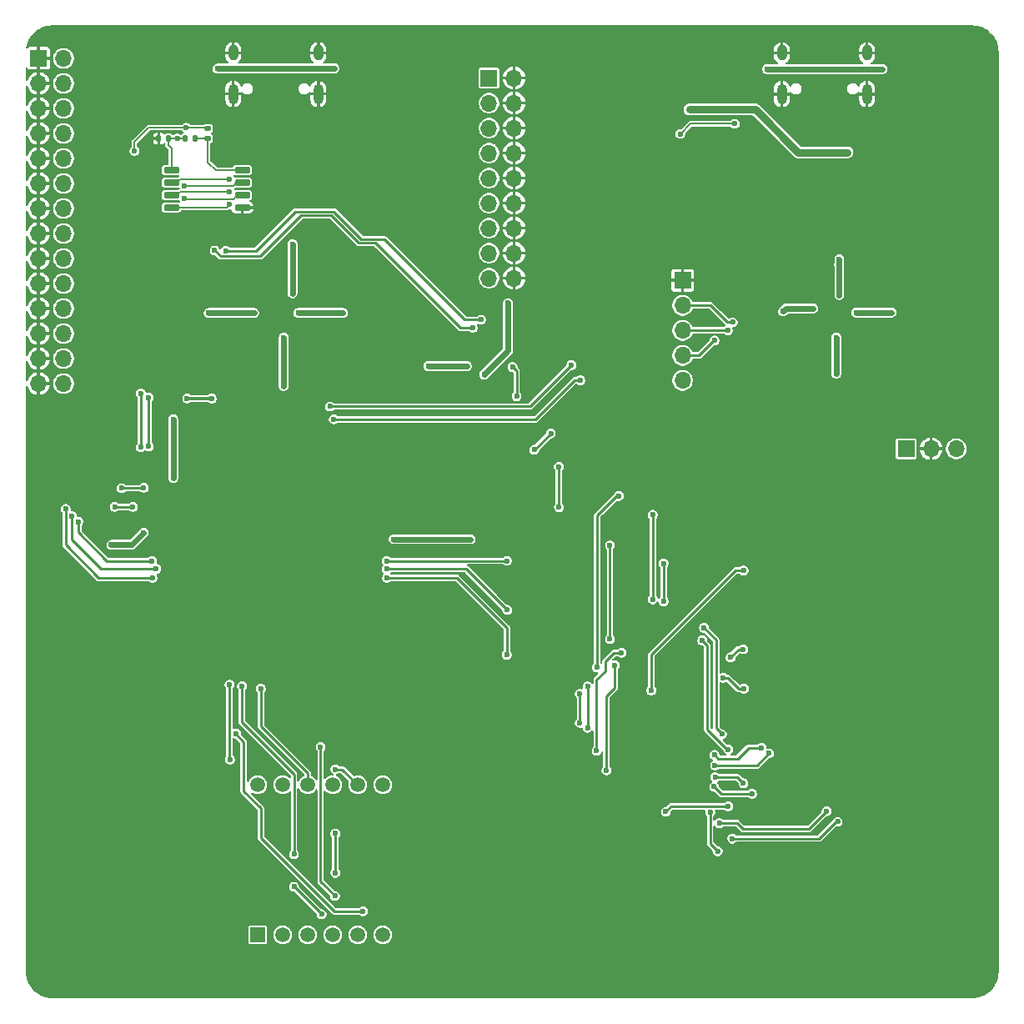
<source format=gbr>
G04 #@! TF.GenerationSoftware,KiCad,Pcbnew,9.0.0*
G04 #@! TF.CreationDate,2025-05-16T10:23:03+02:00*
G04 #@! TF.ProjectId,RP2350_80QFN_minimal,52503233-3530-45f3-9830-51464e5f6d69,rev?*
G04 #@! TF.SameCoordinates,Original*
G04 #@! TF.FileFunction,Copper,L2,Bot*
G04 #@! TF.FilePolarity,Positive*
%FSLAX46Y46*%
G04 Gerber Fmt 4.6, Leading zero omitted, Abs format (unit mm)*
G04 Created by KiCad (PCBNEW 9.0.0) date 2025-05-16 10:23:03*
%MOMM*%
%LPD*%
G01*
G04 APERTURE LIST*
G04 Aperture macros list*
%AMRoundRect*
0 Rectangle with rounded corners*
0 $1 Rounding radius*
0 $2 $3 $4 $5 $6 $7 $8 $9 X,Y pos of 4 corners*
0 Add a 4 corners polygon primitive as box body*
4,1,4,$2,$3,$4,$5,$6,$7,$8,$9,$2,$3,0*
0 Add four circle primitives for the rounded corners*
1,1,$1+$1,$2,$3*
1,1,$1+$1,$4,$5*
1,1,$1+$1,$6,$7*
1,1,$1+$1,$8,$9*
0 Add four rect primitives between the rounded corners*
20,1,$1+$1,$2,$3,$4,$5,0*
20,1,$1+$1,$4,$5,$6,$7,0*
20,1,$1+$1,$6,$7,$8,$9,0*
20,1,$1+$1,$8,$9,$2,$3,0*%
G04 Aperture macros list end*
G04 #@! TA.AperFunction,ComponentPad*
%ADD10R,1.700000X1.700000*%
G04 #@! TD*
G04 #@! TA.AperFunction,ComponentPad*
%ADD11O,1.700000X1.700000*%
G04 #@! TD*
G04 #@! TA.AperFunction,ComponentPad*
%ADD12R,1.500000X1.500000*%
G04 #@! TD*
G04 #@! TA.AperFunction,ComponentPad*
%ADD13C,1.500000*%
G04 #@! TD*
G04 #@! TA.AperFunction,ComponentPad*
%ADD14C,0.600000*%
G04 #@! TD*
G04 #@! TA.AperFunction,HeatsinkPad*
%ADD15O,1.000000X2.100000*%
G04 #@! TD*
G04 #@! TA.AperFunction,HeatsinkPad*
%ADD16O,1.000000X1.600000*%
G04 #@! TD*
G04 #@! TA.AperFunction,SMDPad,CuDef*
%ADD17RoundRect,0.150000X0.650000X0.150000X-0.650000X0.150000X-0.650000X-0.150000X0.650000X-0.150000X0*%
G04 #@! TD*
G04 #@! TA.AperFunction,SMDPad,CuDef*
%ADD18RoundRect,0.135000X-0.185000X0.135000X-0.185000X-0.135000X0.185000X-0.135000X0.185000X0.135000X0*%
G04 #@! TD*
G04 #@! TA.AperFunction,SMDPad,CuDef*
%ADD19RoundRect,0.135000X-0.135000X-0.185000X0.135000X-0.185000X0.135000X0.185000X-0.135000X0.185000X0*%
G04 #@! TD*
G04 #@! TA.AperFunction,SMDPad,CuDef*
%ADD20RoundRect,0.140000X0.140000X0.170000X-0.140000X0.170000X-0.140000X-0.170000X0.140000X-0.170000X0*%
G04 #@! TD*
G04 #@! TA.AperFunction,ViaPad*
%ADD21C,0.600000*%
G04 #@! TD*
G04 #@! TA.AperFunction,Conductor*
%ADD22C,0.150000*%
G04 #@! TD*
G04 #@! TA.AperFunction,Conductor*
%ADD23C,0.600000*%
G04 #@! TD*
G04 #@! TA.AperFunction,Conductor*
%ADD24C,0.300000*%
G04 #@! TD*
G04 #@! TA.AperFunction,Conductor*
%ADD25C,0.250000*%
G04 #@! TD*
G04 #@! TA.AperFunction,Conductor*
%ADD26C,0.260000*%
G04 #@! TD*
G04 #@! TA.AperFunction,Conductor*
%ADD27C,0.800000*%
G04 #@! TD*
G04 APERTURE END LIST*
D10*
X129150000Y-71540000D03*
D11*
X129150000Y-74080000D03*
X129150000Y-76620000D03*
X129150000Y-79160000D03*
X129150000Y-81700000D03*
D10*
X151850000Y-88650000D03*
D11*
X154390000Y-88650000D03*
X156930000Y-88650000D03*
D12*
X86000000Y-138000000D03*
D13*
X88540000Y-138000000D03*
X91080000Y-138000000D03*
X93620000Y-138000000D03*
X96160000Y-138000000D03*
X98700000Y-138000000D03*
X98700000Y-122760000D03*
X96160000Y-122760000D03*
X93620000Y-122760000D03*
X91080000Y-122760000D03*
X88540000Y-122760000D03*
X86000000Y-122760000D03*
D14*
X143207230Y-73804000D03*
X143207230Y-75179000D03*
X143207230Y-76554000D03*
X144582230Y-73804000D03*
X144582230Y-75179000D03*
X144582230Y-76554000D03*
X145957230Y-73804000D03*
X145957230Y-75179000D03*
X145957230Y-76554000D03*
D15*
X147870000Y-52630000D03*
D16*
X147870000Y-48450000D03*
D15*
X139230000Y-52630000D03*
D16*
X139230000Y-48450000D03*
D10*
X109500000Y-51000000D03*
D11*
X112040000Y-51000000D03*
X109500000Y-53540000D03*
X112040000Y-53540000D03*
X109500000Y-56080000D03*
X112040000Y-56080000D03*
X109500000Y-58620000D03*
X112040000Y-58620000D03*
X109500000Y-61160000D03*
X112040000Y-61160000D03*
X109500000Y-63700000D03*
X112040000Y-63700000D03*
X109500000Y-66240000D03*
X112040000Y-66240000D03*
X109500000Y-68780000D03*
X112040000Y-68780000D03*
X109500000Y-71320000D03*
X112040000Y-71320000D03*
D10*
X63760000Y-49000000D03*
D11*
X66300000Y-49000000D03*
X63760000Y-51540000D03*
X66300000Y-51540000D03*
X63760000Y-54080000D03*
X66300000Y-54080000D03*
X63760000Y-56620000D03*
X66300000Y-56620000D03*
X63760000Y-59160000D03*
X66300000Y-59160000D03*
X63760000Y-61700000D03*
X66300000Y-61700000D03*
X63760000Y-64240000D03*
X66300000Y-64240000D03*
X63760000Y-66780000D03*
X66300000Y-66780000D03*
X63760000Y-69320000D03*
X66300000Y-69320000D03*
X63760000Y-71860000D03*
X66300000Y-71860000D03*
X63760000Y-74400000D03*
X66300000Y-74400000D03*
X63760000Y-76940000D03*
X66300000Y-76940000D03*
X63760000Y-79480000D03*
X66300000Y-79480000D03*
X63760000Y-82020000D03*
X66300000Y-82020000D03*
D15*
X92170000Y-52620000D03*
D16*
X92170000Y-48440000D03*
D15*
X83530000Y-52620000D03*
D16*
X83530000Y-48440000D03*
D14*
X86716667Y-73916667D03*
X86716667Y-75050000D03*
X86716667Y-76183333D03*
X87850000Y-73916667D03*
X87850000Y-75050000D03*
X87850000Y-76183333D03*
X88983333Y-73916667D03*
X88983333Y-75050000D03*
X88983333Y-76183333D03*
D17*
X84450000Y-60345000D03*
X84450000Y-61615000D03*
X84450000Y-62885000D03*
X84450000Y-64155000D03*
X77250000Y-64155000D03*
X77250000Y-62885000D03*
X77250000Y-61615000D03*
X77250000Y-60345000D03*
D18*
X80950000Y-56130000D03*
X80950000Y-57150000D03*
D19*
X78640000Y-57150000D03*
X79660000Y-57150000D03*
D20*
X76930000Y-57150000D03*
X75970000Y-57150000D03*
D21*
X90550000Y-89850000D03*
X85150000Y-88250000D03*
X85750000Y-83850000D03*
X94850000Y-106900000D03*
X142062500Y-117000000D03*
X157868750Y-117000000D03*
X157968750Y-97000000D03*
X82150000Y-106900000D03*
X142062500Y-125000000D03*
X142000000Y-101000000D03*
X157875000Y-125000000D03*
X131250000Y-52650000D03*
X146050000Y-82650000D03*
X131125000Y-117900000D03*
X134500000Y-140500000D03*
X89750000Y-106900000D03*
X93525000Y-90350000D03*
X82750000Y-57850000D03*
X81900000Y-82400000D03*
X153887500Y-80400000D03*
X148250000Y-131150000D03*
X78850000Y-90165000D03*
X152250000Y-94906250D03*
X154900000Y-56900000D03*
X157850000Y-109000000D03*
X100400000Y-54800000D03*
X142062500Y-105000000D03*
X150550000Y-80250000D03*
X153000000Y-74250000D03*
X157850000Y-105000000D03*
X131250000Y-93380000D03*
X86850000Y-65050000D03*
X148275000Y-94856250D03*
X157868750Y-113000000D03*
X145000000Y-140500000D03*
X122750000Y-116325000D03*
X142250000Y-66550000D03*
X89850000Y-57290000D03*
X148450000Y-71350000D03*
X140700000Y-95550000D03*
X68700000Y-95700000D03*
X122750000Y-104175000D03*
X136550000Y-74750000D03*
X137750000Y-72050000D03*
X150850000Y-130025000D03*
X142062500Y-109000000D03*
X138350000Y-57950000D03*
X90050000Y-83870000D03*
X91950000Y-68700000D03*
X73950000Y-50850000D03*
X84650000Y-106900000D03*
X147650000Y-70250000D03*
X147650000Y-69650000D03*
X118150000Y-109525000D03*
X158600000Y-68700000D03*
X144250000Y-94856250D03*
X77250000Y-65050000D03*
X78630000Y-74850000D03*
X100475000Y-65650000D03*
X152350000Y-72150000D03*
X90650000Y-85470000D03*
X142062500Y-113000000D03*
X96565000Y-79750000D03*
X135525000Y-50050000D03*
X131850000Y-65025000D03*
X157850000Y-101000000D03*
X141250000Y-87030000D03*
X97070000Y-75550000D03*
X75950000Y-87215000D03*
X142062500Y-129000000D03*
X91950000Y-68100000D03*
X78650000Y-112025000D03*
X146550000Y-88630000D03*
X86250000Y-57290000D03*
X96650000Y-70250000D03*
X124100000Y-140650000D03*
X80790000Y-117530000D03*
X131245000Y-105555000D03*
X92250000Y-106900000D03*
X141850000Y-82650000D03*
X118150000Y-105025000D03*
X75950000Y-92550000D03*
X141650000Y-57100000D03*
X136650000Y-77350000D03*
X152980000Y-75460000D03*
X118162500Y-100025000D03*
X97070000Y-74550000D03*
X144250000Y-131150000D03*
X78635000Y-72150000D03*
X85250000Y-85470000D03*
X142062500Y-121000000D03*
X145550000Y-57100000D03*
X157893750Y-121000000D03*
X141250000Y-84250000D03*
X87225000Y-106900000D03*
X78650000Y-77250000D03*
X157875000Y-129000000D03*
X80850000Y-66950000D03*
X146650000Y-84250000D03*
X92650000Y-69750000D03*
X80125000Y-50125000D03*
X79600000Y-106900000D03*
X122750000Y-128550000D03*
X155600000Y-140550000D03*
X107250000Y-80250000D03*
X109000000Y-81100000D03*
X81350000Y-83550000D03*
X81930783Y-50050000D03*
X71150000Y-98400000D03*
X77450000Y-91600000D03*
X107625000Y-97825000D03*
X77850000Y-57150000D03*
X137750000Y-50100000D03*
X77450000Y-85650000D03*
X99825000Y-97825000D03*
X103350000Y-80250000D03*
X78850000Y-83550000D03*
X74450000Y-97150000D03*
X149450000Y-50100000D03*
X93795410Y-50023807D03*
X111425000Y-73850000D03*
X145050000Y-69950000D03*
X142412730Y-74399500D03*
X150360000Y-74800500D03*
X89550000Y-72850000D03*
X145060000Y-73020000D03*
X94650000Y-74850000D03*
X139360000Y-74700500D03*
X89550000Y-68450000D03*
X144760000Y-81000500D03*
X88650000Y-77350000D03*
X85650000Y-74850000D03*
X88650000Y-82270000D03*
X81050000Y-74850000D03*
X144762230Y-77349000D03*
X90150000Y-74850000D03*
X89550000Y-67850000D03*
X146760000Y-74800000D03*
X145060000Y-69400500D03*
X75325000Y-101750000D03*
X111300000Y-109550000D03*
X66525000Y-94750000D03*
X99150000Y-101750000D03*
X108700000Y-75550000D03*
X134250000Y-75800000D03*
X82775000Y-68525000D03*
X133750000Y-76620000D03*
X73500000Y-58400000D03*
X107850000Y-76350000D03*
X81650000Y-68500000D03*
X78750000Y-56050000D03*
X73340000Y-94550000D03*
X71500000Y-94550000D03*
X74450000Y-92600000D03*
X72210000Y-92650000D03*
X74950000Y-88400000D03*
X74950000Y-83450000D03*
X74150000Y-83050000D03*
X74150000Y-88500000D03*
X75275000Y-100025000D03*
X99100000Y-100025000D03*
X111325000Y-100025000D03*
X67800000Y-96050000D03*
X67150000Y-95500000D03*
X99125000Y-100850000D03*
X111350000Y-105000000D03*
X75700000Y-100825000D03*
X117855000Y-80155000D03*
X93350000Y-84350000D03*
X132400000Y-77650000D03*
X118775000Y-81700000D03*
X93750000Y-85650000D03*
X83150000Y-61250000D03*
X83150000Y-62550000D03*
X83150000Y-63850000D03*
X78550000Y-63250000D03*
X78550000Y-61950000D03*
X126125000Y-95350000D03*
X119500000Y-116975000D03*
X126125000Y-103925000D03*
X119500000Y-112775000D03*
X121775000Y-98460000D03*
X116600000Y-90475000D03*
X121775000Y-107975000D03*
X122250000Y-110625000D03*
X121425000Y-121300000D03*
X116600000Y-94575000D03*
X115775000Y-87075000D03*
X122950000Y-109350000D03*
X120425000Y-119300000D03*
X114100000Y-88750000D03*
X111887500Y-80337500D03*
X112300000Y-83300000D03*
X127225000Y-104125000D03*
X127225000Y-100275000D03*
X134450000Y-55650000D03*
X128930000Y-56670000D03*
X83824648Y-117555352D03*
X96700000Y-135600000D03*
X84425000Y-112750000D03*
X89700000Y-133100000D03*
X89700000Y-129800000D03*
X92500000Y-135900000D03*
X93850000Y-134050000D03*
X92400000Y-118900000D03*
X83155000Y-112600000D03*
X83200000Y-120200000D03*
X93900000Y-121200000D03*
X93900000Y-127700000D03*
X93900000Y-131700000D03*
X86330000Y-113000000D03*
X125975000Y-113175000D03*
X135350000Y-101000000D03*
X134025000Y-109825000D03*
X135325000Y-109000000D03*
X133275000Y-111900000D03*
X135375000Y-113000000D03*
X131145000Y-108095000D03*
X133800000Y-119175000D03*
X131325000Y-106825000D03*
X133150000Y-117625000D03*
X122675000Y-93425000D03*
X120450000Y-110825000D03*
X129850000Y-54200000D03*
X145900000Y-58550000D03*
X133774000Y-124949000D03*
X127450000Y-125500000D03*
X144900000Y-126500000D03*
X134200000Y-128225000D03*
X132875000Y-126650000D03*
X143775000Y-125450000D03*
X132725000Y-129500000D03*
X131950000Y-125525000D03*
X136200000Y-123675000D03*
X132360000Y-122960000D03*
X135325000Y-122600000D03*
X132475000Y-122000000D03*
X132450000Y-120800000D03*
X137925000Y-119575000D03*
X137175000Y-119000000D03*
X132400000Y-119725000D03*
X118725000Y-116475000D03*
X118725000Y-113525000D03*
D22*
X76930000Y-57830000D02*
X77250000Y-58150000D01*
X76930000Y-57150000D02*
X77850000Y-57150000D01*
X76930000Y-57150000D02*
X76930000Y-57830000D01*
D23*
X111425000Y-73850000D02*
X111425000Y-78675000D01*
X77450000Y-91600000D02*
X77450000Y-85650000D01*
X99825000Y-97825000D02*
X107625000Y-97825000D01*
D24*
X81350000Y-83550000D02*
X78850000Y-83550000D01*
D23*
X103350000Y-80250000D02*
X107250000Y-80250000D01*
X111425000Y-78675000D02*
X109000000Y-81100000D01*
X149450000Y-50100000D02*
X137750000Y-50100000D01*
X73200000Y-98400000D02*
X74450000Y-97150000D01*
D22*
X77250000Y-58150000D02*
X77250000Y-60345000D01*
X78640000Y-57150000D02*
X77850000Y-57150000D01*
D23*
X71150000Y-98400000D02*
X73200000Y-98400000D01*
X81930783Y-50050000D02*
X93769217Y-50050000D01*
X146790500Y-74800500D02*
X150360000Y-74800500D01*
X85650000Y-74850000D02*
X81050000Y-74850000D01*
X139660000Y-74400500D02*
X139360000Y-74700500D01*
X142411730Y-74400500D02*
X139660000Y-74400500D01*
X88650000Y-77350000D02*
X88650000Y-82270000D01*
X144760000Y-77351230D02*
X144760000Y-81000500D01*
X144762230Y-77349000D02*
X144760000Y-77351230D01*
X146760000Y-74800000D02*
X146790000Y-74800000D01*
X89550000Y-67850000D02*
X89550000Y-72850000D01*
X142412730Y-74399500D02*
X142411730Y-74400500D01*
X146790000Y-74800000D02*
X146790500Y-74800500D01*
X90150000Y-74850000D02*
X94650000Y-74850000D01*
X145060000Y-73020000D02*
X145060000Y-69400500D01*
D25*
X106250000Y-101750000D02*
X111300000Y-106800000D01*
X99150000Y-101750000D02*
X106250000Y-101750000D01*
X66525000Y-98400000D02*
X66525000Y-94750000D01*
X75325000Y-101750000D02*
X69875000Y-101750000D01*
X69875000Y-101750000D02*
X66525000Y-98400000D01*
X111300000Y-106800000D02*
X111300000Y-109550000D01*
X108700000Y-75550000D02*
X107050000Y-75550000D01*
X134250000Y-75800000D02*
X133700000Y-75800000D01*
X85875000Y-68525000D02*
X82775000Y-68525000D01*
X131980000Y-74080000D02*
X129150000Y-74080000D01*
X107050000Y-75550000D02*
X98849000Y-67349000D01*
X89850000Y-64550000D02*
X85875000Y-68525000D01*
X133700000Y-75800000D02*
X131980000Y-74080000D01*
X93750000Y-64550000D02*
X89850000Y-64550000D01*
X96549000Y-67349000D02*
X93750000Y-64550000D01*
X98849000Y-67349000D02*
X96549000Y-67349000D01*
D22*
X74950000Y-56050000D02*
X78750000Y-56050000D01*
X78750000Y-56050000D02*
X80870000Y-56050000D01*
D25*
X86299000Y-69101000D02*
X82251000Y-69101000D01*
X93451000Y-64951000D02*
X90449000Y-64951000D01*
D22*
X73500000Y-58400000D02*
X73500000Y-57500000D01*
D25*
X106550000Y-76350000D02*
X97950000Y-67750000D01*
D22*
X80870000Y-56050000D02*
X80950000Y-56130000D01*
X73500000Y-57500000D02*
X74950000Y-56050000D01*
D25*
X96250000Y-67750000D02*
X93451000Y-64951000D01*
X82251000Y-69101000D02*
X81650000Y-68500000D01*
X133750000Y-76620000D02*
X129150000Y-76620000D01*
X107850000Y-76350000D02*
X106550000Y-76350000D01*
X90449000Y-64951000D02*
X86299000Y-69101000D01*
X97950000Y-67750000D02*
X96250000Y-67750000D01*
X71500000Y-94550000D02*
X73340000Y-94550000D01*
X74400000Y-92650000D02*
X74450000Y-92600000D01*
X72210000Y-92650000D02*
X74400000Y-92650000D01*
X74950000Y-83450000D02*
X74950000Y-88400000D01*
X74150000Y-83050000D02*
X74150000Y-88500000D01*
X75275000Y-100025000D02*
X70700000Y-100025000D01*
X70700000Y-100025000D02*
X67800000Y-97125000D01*
X67800000Y-97125000D02*
X67800000Y-96050000D01*
X99100000Y-100025000D02*
X111325000Y-100025000D01*
X107200000Y-100850000D02*
X111350000Y-105000000D01*
X67150000Y-97850000D02*
X67150000Y-95500000D01*
X75700000Y-100825000D02*
X70125000Y-100825000D01*
X70125000Y-100825000D02*
X67150000Y-97850000D01*
X99125000Y-100850000D02*
X107200000Y-100850000D01*
X132400000Y-77650000D02*
X132350000Y-77650000D01*
X132350000Y-77650000D02*
X130840000Y-79160000D01*
X113660000Y-84350000D02*
X93350000Y-84350000D01*
X117855000Y-80155000D02*
X113660000Y-84350000D01*
X130840000Y-79160000D02*
X129150000Y-79160000D01*
X114214000Y-85686000D02*
X93786000Y-85686000D01*
D22*
X93750000Y-85650000D02*
X93786000Y-85686000D01*
D25*
X118200000Y-81700000D02*
X114214000Y-85686000D01*
X118775000Y-81700000D02*
X118200000Y-81700000D01*
D22*
X78150000Y-61250000D02*
X77785000Y-61615000D01*
X77785000Y-61615000D02*
X77250000Y-61615000D01*
X83150000Y-61250000D02*
X78150000Y-61250000D01*
X78150000Y-62550000D02*
X77815000Y-62885000D01*
X83150000Y-62550000D02*
X78150000Y-62550000D01*
X77815000Y-62885000D02*
X77250000Y-62885000D01*
X82845000Y-64155000D02*
X77250000Y-64155000D01*
X83150000Y-63850000D02*
X82845000Y-64155000D01*
X78575000Y-63275000D02*
X83542500Y-63275000D01*
X83542500Y-63275000D02*
X83932500Y-62885000D01*
X78550000Y-63250000D02*
X78575000Y-63275000D01*
X83932500Y-62885000D02*
X84450000Y-62885000D01*
X78550000Y-61950000D02*
X83550000Y-61950000D01*
X84415000Y-61650000D02*
X84450000Y-61615000D01*
X83550000Y-61950000D02*
X83850000Y-61650000D01*
X83850000Y-61650000D02*
X84415000Y-61650000D01*
D25*
X119500000Y-116975000D02*
X119500000Y-112775000D01*
X126125000Y-103925000D02*
X126125000Y-95350000D01*
X116600000Y-94575000D02*
X116600000Y-90475000D01*
X121425000Y-121300000D02*
X121425000Y-113775000D01*
X122250000Y-112950000D02*
X122250000Y-110625000D01*
X121775000Y-107975000D02*
X121775000Y-98460000D01*
X121425000Y-113775000D02*
X122250000Y-112950000D01*
X122200000Y-109350000D02*
X122950000Y-109350000D01*
X121300000Y-111225000D02*
X121300000Y-110250000D01*
X120425000Y-119300000D02*
X120425000Y-112100000D01*
X115775000Y-87075000D02*
X114100000Y-88750000D01*
X120425000Y-112100000D02*
X121300000Y-111225000D01*
X121300000Y-110250000D02*
X122200000Y-109350000D01*
X111887500Y-80337500D02*
X112300000Y-80750000D01*
X112300000Y-80750000D02*
X112300000Y-83300000D01*
X127225000Y-104125000D02*
X127225000Y-100275000D01*
D22*
X80950000Y-57150000D02*
X80950000Y-59550000D01*
X80950000Y-57150000D02*
X79660000Y-57150000D01*
X80950000Y-59550000D02*
X81745000Y-60345000D01*
X81745000Y-60345000D02*
X84450000Y-60345000D01*
X129950000Y-55650000D02*
X134450000Y-55650000D01*
X128930000Y-56670000D02*
X129950000Y-55650000D01*
D25*
X84600000Y-118400000D02*
X84600000Y-123410000D01*
X86340000Y-128140000D02*
X93800000Y-135600000D01*
X93800000Y-135600000D02*
X96700000Y-135600000D01*
X83824648Y-117624648D02*
X84600000Y-118400000D01*
X84600000Y-123410000D02*
X86340000Y-125150000D01*
X86340000Y-125150000D02*
X86340000Y-128140000D01*
X83824648Y-117555352D02*
X83824648Y-117624648D01*
X84425000Y-116425000D02*
X84425000Y-112750000D01*
X89700000Y-121700000D02*
X84425000Y-116425000D01*
X92500000Y-135900000D02*
X89700000Y-133100000D01*
X89700000Y-129800000D02*
X89700000Y-121700000D01*
X92400000Y-118900000D02*
X92400000Y-132600000D01*
X92400000Y-132600000D02*
X93850000Y-134050000D01*
X83155000Y-120155000D02*
X83155000Y-112600000D01*
X83200000Y-120200000D02*
X83155000Y-120155000D01*
X93900000Y-121200000D02*
X94600000Y-121200000D01*
X94600000Y-121200000D02*
X96160000Y-122760000D01*
X93900000Y-131700000D02*
X93900000Y-127700000D01*
X86330000Y-116830000D02*
X91080000Y-121580000D01*
X91080000Y-121580000D02*
X91080000Y-122760000D01*
X86330000Y-113000000D02*
X86330000Y-116830000D01*
X125975000Y-113175000D02*
X125975000Y-109550000D01*
X125975000Y-109550000D02*
X134525000Y-101000000D01*
X134525000Y-101000000D02*
X135350000Y-101000000D01*
D26*
X134850000Y-109000000D02*
X134025000Y-109825000D01*
X135325000Y-109000000D02*
X134850000Y-109000000D01*
D25*
X134825000Y-113000000D02*
X135375000Y-113000000D01*
X133275000Y-111900000D02*
X133725000Y-111900000D01*
X133725000Y-111900000D02*
X134825000Y-113000000D01*
X131675000Y-108625000D02*
X131145000Y-108095000D01*
X133800000Y-119175000D02*
X133700000Y-119175000D01*
X133700000Y-119175000D02*
X131675000Y-117150000D01*
X131675000Y-117150000D02*
X131675000Y-108625000D01*
X132550000Y-117025000D02*
X132550000Y-108050000D01*
X132550000Y-108050000D02*
X131325000Y-106825000D01*
X133150000Y-117625000D02*
X132550000Y-117025000D01*
X122450000Y-93425000D02*
X120450000Y-95425000D01*
X120450000Y-95425000D02*
X120450000Y-110825000D01*
X122675000Y-93425000D02*
X122450000Y-93425000D01*
D27*
X140900000Y-58550000D02*
X145900000Y-58550000D01*
X136550000Y-54200000D02*
X140900000Y-58550000D01*
X129850000Y-54200000D02*
X136550000Y-54200000D01*
D25*
X128001000Y-124949000D02*
X127450000Y-125500000D01*
X133774000Y-124949000D02*
X128001000Y-124949000D01*
X143025000Y-128225000D02*
X134200000Y-128225000D01*
X144900000Y-126500000D02*
X144750000Y-126500000D01*
X144750000Y-126500000D02*
X143025000Y-128225000D01*
X132875000Y-126650000D02*
X134700000Y-126650000D01*
X134700000Y-126650000D02*
X135300000Y-127250000D01*
X141975000Y-127250000D02*
X143775000Y-125450000D01*
X135300000Y-127250000D02*
X141975000Y-127250000D01*
X131950000Y-128725000D02*
X132725000Y-129500000D01*
X131950000Y-125525000D02*
X131950000Y-128275000D01*
X131950000Y-128275000D02*
X131950000Y-128725000D01*
X132360000Y-122960000D02*
X133075000Y-123675000D01*
X133075000Y-123675000D02*
X136200000Y-123675000D01*
X134725000Y-122000000D02*
X135325000Y-122600000D01*
X132475000Y-122000000D02*
X134725000Y-122000000D01*
X136700000Y-120800000D02*
X137925000Y-119575000D01*
X132450000Y-120800000D02*
X136700000Y-120800000D01*
X132775000Y-120100000D02*
X132400000Y-119725000D01*
X134750000Y-120100000D02*
X132775000Y-120100000D01*
X137175000Y-119000000D02*
X135850000Y-119000000D01*
X135850000Y-119000000D02*
X134750000Y-120100000D01*
X118725000Y-113525000D02*
X118725000Y-116475000D01*
G04 #@! TA.AperFunction,Conductor*
G36*
X158552777Y-45650655D02*
G01*
X158846701Y-45667162D01*
X158857724Y-45668404D01*
X159145224Y-45717252D01*
X159156018Y-45719715D01*
X159436251Y-45800449D01*
X159446722Y-45804113D01*
X159716134Y-45915708D01*
X159726136Y-45920525D01*
X159981354Y-46061578D01*
X159990755Y-46067485D01*
X160228575Y-46236228D01*
X160237254Y-46243149D01*
X160267388Y-46270078D01*
X160454697Y-46437467D01*
X160462532Y-46445302D01*
X160556053Y-46549952D01*
X160656850Y-46662745D01*
X160663771Y-46671424D01*
X160832514Y-46909244D01*
X160838421Y-46918645D01*
X160979474Y-47173863D01*
X160984291Y-47183865D01*
X161095884Y-47453273D01*
X161099551Y-47463752D01*
X161180280Y-47743966D01*
X161182750Y-47754790D01*
X161231594Y-48042270D01*
X161232837Y-48053302D01*
X161249344Y-48347222D01*
X161249500Y-48352773D01*
X161249500Y-141747226D01*
X161249344Y-141752777D01*
X161232837Y-142046697D01*
X161231594Y-142057729D01*
X161182750Y-142345209D01*
X161180280Y-142356033D01*
X161099551Y-142636247D01*
X161095884Y-142646726D01*
X160984291Y-142916134D01*
X160979474Y-142926136D01*
X160838421Y-143181354D01*
X160832514Y-143190755D01*
X160663771Y-143428575D01*
X160656850Y-143437254D01*
X160462540Y-143654689D01*
X160454689Y-143662540D01*
X160237254Y-143856850D01*
X160228575Y-143863771D01*
X159990755Y-144032514D01*
X159981354Y-144038421D01*
X159726136Y-144179474D01*
X159716134Y-144184291D01*
X159446726Y-144295884D01*
X159436247Y-144299551D01*
X159156033Y-144380280D01*
X159145209Y-144382750D01*
X158857729Y-144431594D01*
X158846697Y-144432837D01*
X158552778Y-144449344D01*
X158547227Y-144449500D01*
X65152773Y-144449500D01*
X65147222Y-144449344D01*
X64853302Y-144432837D01*
X64842270Y-144431594D01*
X64554790Y-144382750D01*
X64543966Y-144380280D01*
X64263752Y-144299551D01*
X64253273Y-144295884D01*
X63983865Y-144184291D01*
X63973863Y-144179474D01*
X63718645Y-144038421D01*
X63709244Y-144032514D01*
X63471424Y-143863771D01*
X63462745Y-143856850D01*
X63361695Y-143766547D01*
X63245302Y-143662532D01*
X63237467Y-143654697D01*
X63119745Y-143522966D01*
X63043149Y-143437254D01*
X63036228Y-143428575D01*
X62867485Y-143190755D01*
X62861578Y-143181354D01*
X62720525Y-142926136D01*
X62715708Y-142916134D01*
X62604115Y-142646726D01*
X62600448Y-142636247D01*
X62519715Y-142356018D01*
X62517252Y-142345224D01*
X62468404Y-142057724D01*
X62467162Y-142046697D01*
X62450656Y-141752777D01*
X62450500Y-141747226D01*
X62450500Y-137230253D01*
X85049500Y-137230253D01*
X85049500Y-138769746D01*
X85049501Y-138769758D01*
X85061132Y-138828227D01*
X85061134Y-138828233D01*
X85070548Y-138842322D01*
X85105448Y-138894552D01*
X85171769Y-138938867D01*
X85216231Y-138947711D01*
X85230241Y-138950498D01*
X85230246Y-138950498D01*
X85230252Y-138950500D01*
X85230253Y-138950500D01*
X86769747Y-138950500D01*
X86769748Y-138950500D01*
X86828231Y-138938867D01*
X86894552Y-138894552D01*
X86938867Y-138828231D01*
X86950500Y-138769748D01*
X86950500Y-137906381D01*
X87589500Y-137906381D01*
X87589500Y-138093618D01*
X87626026Y-138277249D01*
X87697677Y-138450229D01*
X87697681Y-138450238D01*
X87772065Y-138561559D01*
X87801698Y-138605908D01*
X87934092Y-138738302D01*
X88000463Y-138782649D01*
X88089761Y-138842318D01*
X88089767Y-138842320D01*
X88089769Y-138842322D01*
X88262749Y-138913973D01*
X88446384Y-138950500D01*
X88446385Y-138950500D01*
X88633615Y-138950500D01*
X88633616Y-138950500D01*
X88817251Y-138913973D01*
X88990231Y-138842322D01*
X88990234Y-138842319D01*
X88990238Y-138842318D01*
X89035187Y-138812282D01*
X89145908Y-138738302D01*
X89278302Y-138605908D01*
X89352282Y-138495187D01*
X89382318Y-138450238D01*
X89382319Y-138450234D01*
X89382322Y-138450231D01*
X89453973Y-138277251D01*
X89490500Y-138093616D01*
X89490500Y-137906384D01*
X89490499Y-137906381D01*
X90129500Y-137906381D01*
X90129500Y-138093618D01*
X90166026Y-138277249D01*
X90237677Y-138450229D01*
X90237681Y-138450238D01*
X90312065Y-138561559D01*
X90341698Y-138605908D01*
X90474092Y-138738302D01*
X90540463Y-138782649D01*
X90629761Y-138842318D01*
X90629767Y-138842320D01*
X90629769Y-138842322D01*
X90802749Y-138913973D01*
X90986384Y-138950500D01*
X90986385Y-138950500D01*
X91173615Y-138950500D01*
X91173616Y-138950500D01*
X91357251Y-138913973D01*
X91530231Y-138842322D01*
X91530234Y-138842319D01*
X91530238Y-138842318D01*
X91575187Y-138812282D01*
X91685908Y-138738302D01*
X91818302Y-138605908D01*
X91892282Y-138495187D01*
X91922318Y-138450238D01*
X91922319Y-138450234D01*
X91922322Y-138450231D01*
X91993973Y-138277251D01*
X92030500Y-138093616D01*
X92030500Y-137906384D01*
X92030499Y-137906381D01*
X92669500Y-137906381D01*
X92669500Y-138093618D01*
X92706026Y-138277249D01*
X92777677Y-138450229D01*
X92777681Y-138450238D01*
X92852065Y-138561559D01*
X92881698Y-138605908D01*
X93014092Y-138738302D01*
X93080463Y-138782649D01*
X93169761Y-138842318D01*
X93169767Y-138842320D01*
X93169769Y-138842322D01*
X93342749Y-138913973D01*
X93526384Y-138950500D01*
X93526385Y-138950500D01*
X93713615Y-138950500D01*
X93713616Y-138950500D01*
X93897251Y-138913973D01*
X94070231Y-138842322D01*
X94070234Y-138842319D01*
X94070238Y-138842318D01*
X94115187Y-138812282D01*
X94225908Y-138738302D01*
X94358302Y-138605908D01*
X94432282Y-138495187D01*
X94462318Y-138450238D01*
X94462319Y-138450234D01*
X94462322Y-138450231D01*
X94533973Y-138277251D01*
X94570500Y-138093616D01*
X94570500Y-137906384D01*
X94570499Y-137906381D01*
X95209500Y-137906381D01*
X95209500Y-138093618D01*
X95246026Y-138277249D01*
X95317677Y-138450229D01*
X95317681Y-138450238D01*
X95392065Y-138561559D01*
X95421698Y-138605908D01*
X95554092Y-138738302D01*
X95620463Y-138782649D01*
X95709761Y-138842318D01*
X95709767Y-138842320D01*
X95709769Y-138842322D01*
X95882749Y-138913973D01*
X96066384Y-138950500D01*
X96066385Y-138950500D01*
X96253615Y-138950500D01*
X96253616Y-138950500D01*
X96437251Y-138913973D01*
X96610231Y-138842322D01*
X96610234Y-138842319D01*
X96610238Y-138842318D01*
X96655187Y-138812282D01*
X96765908Y-138738302D01*
X96898302Y-138605908D01*
X96972282Y-138495187D01*
X97002318Y-138450238D01*
X97002319Y-138450234D01*
X97002322Y-138450231D01*
X97073973Y-138277251D01*
X97110500Y-138093616D01*
X97110500Y-137906384D01*
X97110499Y-137906381D01*
X97749500Y-137906381D01*
X97749500Y-138093618D01*
X97786026Y-138277249D01*
X97857677Y-138450229D01*
X97857681Y-138450238D01*
X97932065Y-138561559D01*
X97961698Y-138605908D01*
X98094092Y-138738302D01*
X98160463Y-138782649D01*
X98249761Y-138842318D01*
X98249767Y-138842320D01*
X98249769Y-138842322D01*
X98422749Y-138913973D01*
X98606384Y-138950500D01*
X98606385Y-138950500D01*
X98793615Y-138950500D01*
X98793616Y-138950500D01*
X98977251Y-138913973D01*
X99150231Y-138842322D01*
X99150234Y-138842319D01*
X99150238Y-138842318D01*
X99195187Y-138812282D01*
X99305908Y-138738302D01*
X99438302Y-138605908D01*
X99512282Y-138495187D01*
X99542318Y-138450238D01*
X99542319Y-138450234D01*
X99542322Y-138450231D01*
X99613973Y-138277251D01*
X99650500Y-138093616D01*
X99650500Y-137906384D01*
X99613973Y-137722749D01*
X99542322Y-137549769D01*
X99542320Y-137549767D01*
X99542318Y-137549761D01*
X99482649Y-137460463D01*
X99438302Y-137394092D01*
X99305908Y-137261698D01*
X99258829Y-137230241D01*
X99150238Y-137157681D01*
X99150229Y-137157677D01*
X98977249Y-137086026D01*
X98793618Y-137049500D01*
X98793616Y-137049500D01*
X98606384Y-137049500D01*
X98606381Y-137049500D01*
X98422750Y-137086026D01*
X98249770Y-137157677D01*
X98249761Y-137157681D01*
X98094092Y-137261698D01*
X98094088Y-137261701D01*
X97961701Y-137394088D01*
X97961698Y-137394092D01*
X97857681Y-137549761D01*
X97857677Y-137549770D01*
X97786026Y-137722750D01*
X97749500Y-137906381D01*
X97110499Y-137906381D01*
X97073973Y-137722749D01*
X97002322Y-137549769D01*
X97002320Y-137549767D01*
X97002318Y-137549761D01*
X96942649Y-137460463D01*
X96898302Y-137394092D01*
X96765908Y-137261698D01*
X96718829Y-137230241D01*
X96610238Y-137157681D01*
X96610229Y-137157677D01*
X96437249Y-137086026D01*
X96253618Y-137049500D01*
X96253616Y-137049500D01*
X96066384Y-137049500D01*
X96066381Y-137049500D01*
X95882750Y-137086026D01*
X95709770Y-137157677D01*
X95709761Y-137157681D01*
X95554092Y-137261698D01*
X95554088Y-137261701D01*
X95421701Y-137394088D01*
X95421698Y-137394092D01*
X95317681Y-137549761D01*
X95317677Y-137549770D01*
X95246026Y-137722750D01*
X95209500Y-137906381D01*
X94570499Y-137906381D01*
X94533973Y-137722749D01*
X94462322Y-137549769D01*
X94462320Y-137549767D01*
X94462318Y-137549761D01*
X94402649Y-137460463D01*
X94358302Y-137394092D01*
X94225908Y-137261698D01*
X94178829Y-137230241D01*
X94070238Y-137157681D01*
X94070229Y-137157677D01*
X93897249Y-137086026D01*
X93713618Y-137049500D01*
X93713616Y-137049500D01*
X93526384Y-137049500D01*
X93526381Y-137049500D01*
X93342750Y-137086026D01*
X93169770Y-137157677D01*
X93169761Y-137157681D01*
X93014092Y-137261698D01*
X93014088Y-137261701D01*
X92881701Y-137394088D01*
X92881698Y-137394092D01*
X92777681Y-137549761D01*
X92777677Y-137549770D01*
X92706026Y-137722750D01*
X92669500Y-137906381D01*
X92030499Y-137906381D01*
X91993973Y-137722749D01*
X91922322Y-137549769D01*
X91922320Y-137549767D01*
X91922318Y-137549761D01*
X91862649Y-137460463D01*
X91818302Y-137394092D01*
X91685908Y-137261698D01*
X91638829Y-137230241D01*
X91530238Y-137157681D01*
X91530229Y-137157677D01*
X91357249Y-137086026D01*
X91173618Y-137049500D01*
X91173616Y-137049500D01*
X90986384Y-137049500D01*
X90986381Y-137049500D01*
X90802750Y-137086026D01*
X90629770Y-137157677D01*
X90629761Y-137157681D01*
X90474092Y-137261698D01*
X90474088Y-137261701D01*
X90341701Y-137394088D01*
X90341698Y-137394092D01*
X90237681Y-137549761D01*
X90237677Y-137549770D01*
X90166026Y-137722750D01*
X90129500Y-137906381D01*
X89490499Y-137906381D01*
X89453973Y-137722749D01*
X89382322Y-137549769D01*
X89382320Y-137549767D01*
X89382318Y-137549761D01*
X89322649Y-137460463D01*
X89278302Y-137394092D01*
X89145908Y-137261698D01*
X89098829Y-137230241D01*
X88990238Y-137157681D01*
X88990229Y-137157677D01*
X88817249Y-137086026D01*
X88633618Y-137049500D01*
X88633616Y-137049500D01*
X88446384Y-137049500D01*
X88446381Y-137049500D01*
X88262750Y-137086026D01*
X88089770Y-137157677D01*
X88089761Y-137157681D01*
X87934092Y-137261698D01*
X87934088Y-137261701D01*
X87801701Y-137394088D01*
X87801698Y-137394092D01*
X87697681Y-137549761D01*
X87697677Y-137549770D01*
X87626026Y-137722750D01*
X87589500Y-137906381D01*
X86950500Y-137906381D01*
X86950500Y-137230252D01*
X86938867Y-137171769D01*
X86894552Y-137105448D01*
X86865487Y-137086027D01*
X86828233Y-137061134D01*
X86828231Y-137061133D01*
X86828228Y-137061132D01*
X86828227Y-137061132D01*
X86769758Y-137049501D01*
X86769748Y-137049500D01*
X85230252Y-137049500D01*
X85230251Y-137049500D01*
X85230241Y-137049501D01*
X85171772Y-137061132D01*
X85171766Y-137061134D01*
X85105451Y-137105445D01*
X85105445Y-137105451D01*
X85061134Y-137171766D01*
X85061132Y-137171772D01*
X85049501Y-137230241D01*
X85049500Y-137230253D01*
X62450500Y-137230253D01*
X62450500Y-133034108D01*
X89199500Y-133034108D01*
X89199500Y-133165892D01*
X89229579Y-133278151D01*
X89233609Y-133293190D01*
X89299496Y-133407309D01*
X89299498Y-133407311D01*
X89299500Y-133407314D01*
X89392686Y-133500500D01*
X89392688Y-133500501D01*
X89392690Y-133500503D01*
X89506810Y-133566390D01*
X89506808Y-133566390D01*
X89506812Y-133566391D01*
X89506814Y-133566392D01*
X89634108Y-133600500D01*
X89699165Y-133600500D01*
X89757356Y-133619407D01*
X89769169Y-133629496D01*
X91970504Y-135830831D01*
X91998281Y-135885348D01*
X91999500Y-135900835D01*
X91999500Y-135965892D01*
X92008773Y-136000499D01*
X92033609Y-136093190D01*
X92099496Y-136207309D01*
X92099498Y-136207311D01*
X92099500Y-136207314D01*
X92192686Y-136300500D01*
X92192688Y-136300501D01*
X92192690Y-136300503D01*
X92306810Y-136366390D01*
X92306808Y-136366390D01*
X92306812Y-136366391D01*
X92306814Y-136366392D01*
X92434108Y-136400500D01*
X92434110Y-136400500D01*
X92565890Y-136400500D01*
X92565892Y-136400500D01*
X92693186Y-136366392D01*
X92693188Y-136366390D01*
X92693190Y-136366390D01*
X92807309Y-136300503D01*
X92807309Y-136300502D01*
X92807314Y-136300500D01*
X92900500Y-136207314D01*
X92900503Y-136207309D01*
X92966390Y-136093190D01*
X92966390Y-136093188D01*
X92966392Y-136093186D01*
X93000500Y-135965892D01*
X93000500Y-135834108D01*
X92966392Y-135706814D01*
X92966390Y-135706811D01*
X92966390Y-135706809D01*
X92900503Y-135592690D01*
X92900501Y-135592688D01*
X92900500Y-135592686D01*
X92807314Y-135499500D01*
X92807311Y-135499498D01*
X92807309Y-135499496D01*
X92693189Y-135433609D01*
X92693191Y-135433609D01*
X92643799Y-135420375D01*
X92565892Y-135399500D01*
X92565890Y-135399500D01*
X92500835Y-135399500D01*
X92442644Y-135380593D01*
X92430831Y-135370504D01*
X90229496Y-133169169D01*
X90201719Y-133114652D01*
X90200500Y-133099165D01*
X90200500Y-133034109D01*
X90200500Y-133034108D01*
X90166392Y-132906814D01*
X90166390Y-132906811D01*
X90166390Y-132906809D01*
X90100503Y-132792690D01*
X90100501Y-132792688D01*
X90100500Y-132792686D01*
X90007314Y-132699500D01*
X90007311Y-132699498D01*
X90007309Y-132699496D01*
X89893189Y-132633609D01*
X89893191Y-132633609D01*
X89843799Y-132620375D01*
X89765892Y-132599500D01*
X89634108Y-132599500D01*
X89556200Y-132620375D01*
X89506809Y-132633609D01*
X89392690Y-132699496D01*
X89299496Y-132792690D01*
X89233609Y-132906809D01*
X89233608Y-132906814D01*
X89199500Y-133034108D01*
X62450500Y-133034108D01*
X62450500Y-112534108D01*
X82654500Y-112534108D01*
X82654500Y-112665892D01*
X82683511Y-112774165D01*
X82688609Y-112793190D01*
X82754496Y-112907309D01*
X82754498Y-112907311D01*
X82754500Y-112907314D01*
X82800505Y-112953319D01*
X82828281Y-113007834D01*
X82829500Y-113023321D01*
X82829500Y-119821678D01*
X82810593Y-119879869D01*
X82800510Y-119891675D01*
X82799503Y-119892681D01*
X82799496Y-119892690D01*
X82733609Y-120006809D01*
X82726775Y-120032314D01*
X82699500Y-120134108D01*
X82699500Y-120265892D01*
X82710112Y-120305496D01*
X82733609Y-120393190D01*
X82799496Y-120507309D01*
X82799498Y-120507311D01*
X82799500Y-120507314D01*
X82892686Y-120600500D01*
X82892688Y-120600501D01*
X82892690Y-120600503D01*
X83006810Y-120666390D01*
X83006808Y-120666390D01*
X83006812Y-120666391D01*
X83006814Y-120666392D01*
X83134108Y-120700500D01*
X83134110Y-120700500D01*
X83265890Y-120700500D01*
X83265892Y-120700500D01*
X83393186Y-120666392D01*
X83393188Y-120666390D01*
X83393190Y-120666390D01*
X83507309Y-120600503D01*
X83507309Y-120600502D01*
X83507314Y-120600500D01*
X83600500Y-120507314D01*
X83636186Y-120445504D01*
X83666390Y-120393190D01*
X83666390Y-120393188D01*
X83666392Y-120393186D01*
X83700500Y-120265892D01*
X83700500Y-120134108D01*
X83666392Y-120006814D01*
X83666390Y-120006811D01*
X83666390Y-120006809D01*
X83600503Y-119892690D01*
X83600501Y-119892688D01*
X83600500Y-119892686D01*
X83509494Y-119801680D01*
X83481719Y-119747166D01*
X83480500Y-119731679D01*
X83480500Y-118106059D01*
X83499407Y-118047868D01*
X83548907Y-118011904D01*
X83606086Y-118010696D01*
X83618153Y-118014060D01*
X83631462Y-118021744D01*
X83758756Y-118055852D01*
X83768057Y-118055852D01*
X83781103Y-118059489D01*
X83795858Y-118069284D01*
X83812708Y-118074759D01*
X83824521Y-118084848D01*
X84245504Y-118505831D01*
X84273281Y-118560348D01*
X84274500Y-118575835D01*
X84274500Y-123367147D01*
X84274500Y-123452853D01*
X84294062Y-123525863D01*
X84296683Y-123535643D01*
X84339531Y-123609857D01*
X84339533Y-123609859D01*
X84339535Y-123609862D01*
X85178174Y-124448500D01*
X85985504Y-125255830D01*
X86013281Y-125310347D01*
X86014500Y-125325834D01*
X86014500Y-128097147D01*
X86014500Y-128182853D01*
X86027708Y-128232147D01*
X86036683Y-128265643D01*
X86079531Y-128339857D01*
X86079533Y-128339859D01*
X86079535Y-128339862D01*
X93600138Y-135860465D01*
X93600140Y-135860466D01*
X93600142Y-135860468D01*
X93674357Y-135903316D01*
X93674355Y-135903316D01*
X93674359Y-135903317D01*
X93674361Y-135903318D01*
X93757147Y-135925500D01*
X96276678Y-135925500D01*
X96334869Y-135944407D01*
X96346681Y-135954496D01*
X96392684Y-136000499D01*
X96392690Y-136000503D01*
X96506810Y-136066390D01*
X96506808Y-136066390D01*
X96506812Y-136066391D01*
X96506814Y-136066392D01*
X96634108Y-136100500D01*
X96634110Y-136100500D01*
X96765890Y-136100500D01*
X96765892Y-136100500D01*
X96893186Y-136066392D01*
X96893188Y-136066390D01*
X96893190Y-136066390D01*
X97007309Y-136000503D01*
X97007309Y-136000502D01*
X97007314Y-136000500D01*
X97100500Y-135907314D01*
X97127547Y-135860468D01*
X97166390Y-135793190D01*
X97166390Y-135793188D01*
X97166392Y-135793186D01*
X97200500Y-135665892D01*
X97200500Y-135534108D01*
X97166392Y-135406814D01*
X97166390Y-135406811D01*
X97166390Y-135406809D01*
X97100503Y-135292690D01*
X97100501Y-135292688D01*
X97100500Y-135292686D01*
X97007314Y-135199500D01*
X97007311Y-135199498D01*
X97007309Y-135199496D01*
X96893189Y-135133609D01*
X96893191Y-135133609D01*
X96843799Y-135120375D01*
X96765892Y-135099500D01*
X96634108Y-135099500D01*
X96556200Y-135120375D01*
X96506809Y-135133609D01*
X96392690Y-135199496D01*
X96392684Y-135199500D01*
X96346681Y-135245504D01*
X96292164Y-135273281D01*
X96276678Y-135274500D01*
X93975835Y-135274500D01*
X93917644Y-135255593D01*
X93905831Y-135245504D01*
X86694496Y-128034169D01*
X86666719Y-127979652D01*
X86665500Y-127964165D01*
X86665500Y-125200840D01*
X86665501Y-125200827D01*
X86665501Y-125107146D01*
X86665500Y-125107144D01*
X86643318Y-125024362D01*
X86643316Y-125024358D01*
X86600466Y-124950140D01*
X86600465Y-124950138D01*
X86539862Y-124889535D01*
X86539859Y-124889533D01*
X86098826Y-124448500D01*
X85365107Y-123714780D01*
X85337330Y-123660263D01*
X85346901Y-123599831D01*
X85390166Y-123556566D01*
X85450598Y-123546995D01*
X85490113Y-123562461D01*
X85549762Y-123602318D01*
X85549766Y-123602320D01*
X85549769Y-123602322D01*
X85722749Y-123673973D01*
X85906384Y-123710500D01*
X85906385Y-123710500D01*
X86093615Y-123710500D01*
X86093616Y-123710500D01*
X86277251Y-123673973D01*
X86450231Y-123602322D01*
X86450234Y-123602319D01*
X86450238Y-123602318D01*
X86509887Y-123562461D01*
X86605908Y-123498302D01*
X86738302Y-123365908D01*
X86817386Y-123247550D01*
X86842318Y-123210238D01*
X86842319Y-123210234D01*
X86842322Y-123210231D01*
X86913973Y-123037251D01*
X86950500Y-122853616D01*
X86950500Y-122666384D01*
X86913973Y-122482749D01*
X86842322Y-122309769D01*
X86842320Y-122309767D01*
X86842318Y-122309761D01*
X86776433Y-122211159D01*
X86738302Y-122154092D01*
X86605908Y-122021698D01*
X86561559Y-121992065D01*
X86450238Y-121917681D01*
X86450229Y-121917677D01*
X86277249Y-121846026D01*
X86093618Y-121809500D01*
X86093616Y-121809500D01*
X85906384Y-121809500D01*
X85906381Y-121809500D01*
X85722750Y-121846026D01*
X85549770Y-121917677D01*
X85549761Y-121917681D01*
X85394092Y-122021698D01*
X85394088Y-122021701D01*
X85261701Y-122154088D01*
X85261698Y-122154092D01*
X85157681Y-122309761D01*
X85157677Y-122309770D01*
X85115964Y-122410475D01*
X85076227Y-122457000D01*
X85016732Y-122471284D01*
X84960205Y-122447869D01*
X84928235Y-122395700D01*
X84925500Y-122372589D01*
X84925500Y-118357148D01*
X84925500Y-118357147D01*
X84903318Y-118274362D01*
X84860465Y-118200138D01*
X84860462Y-118200135D01*
X84799862Y-118139534D01*
X84799862Y-118139535D01*
X84354144Y-117693817D01*
X84326367Y-117639300D01*
X84325148Y-117623813D01*
X84325148Y-117489461D01*
X84312268Y-117441392D01*
X84291040Y-117362166D01*
X84291038Y-117362163D01*
X84291038Y-117362161D01*
X84225151Y-117248042D01*
X84225149Y-117248040D01*
X84225148Y-117248038D01*
X84131962Y-117154852D01*
X84131959Y-117154850D01*
X84131957Y-117154848D01*
X84017837Y-117088961D01*
X84017839Y-117088961D01*
X83947704Y-117070169D01*
X83890540Y-117054852D01*
X83758756Y-117054852D01*
X83701592Y-117070169D01*
X83631456Y-117088961D01*
X83631456Y-117088962D01*
X83628995Y-117090383D01*
X83627004Y-117090806D01*
X83625464Y-117091444D01*
X83625345Y-117091158D01*
X83569146Y-117103101D01*
X83513252Y-117078212D01*
X83482662Y-117025222D01*
X83480500Y-117004644D01*
X83480500Y-113023321D01*
X83499407Y-112965130D01*
X83509490Y-112953323D01*
X83555500Y-112907314D01*
X83555503Y-112907309D01*
X83621390Y-112793190D01*
X83621390Y-112793188D01*
X83621392Y-112793186D01*
X83650619Y-112684108D01*
X83924500Y-112684108D01*
X83924500Y-112815892D01*
X83948995Y-112907309D01*
X83958609Y-112943190D01*
X84024496Y-113057309D01*
X84024498Y-113057311D01*
X84024500Y-113057314D01*
X84070505Y-113103319D01*
X84098281Y-113157834D01*
X84099500Y-113173321D01*
X84099500Y-116382147D01*
X84099500Y-116467853D01*
X84119062Y-116540863D01*
X84121683Y-116550643D01*
X84164531Y-116624857D01*
X84164533Y-116624859D01*
X84164535Y-116624862D01*
X86773782Y-119234108D01*
X89345504Y-121805830D01*
X89349130Y-121812947D01*
X89355593Y-121817643D01*
X89362756Y-121839691D01*
X89373281Y-121860347D01*
X89374500Y-121875834D01*
X89374500Y-122011282D01*
X89355593Y-122069473D01*
X89306093Y-122105437D01*
X89244907Y-122105437D01*
X89205496Y-122081286D01*
X89145911Y-122021701D01*
X89145908Y-122021698D01*
X89101559Y-121992065D01*
X88990238Y-121917681D01*
X88990229Y-121917677D01*
X88817249Y-121846026D01*
X88633618Y-121809500D01*
X88633616Y-121809500D01*
X88446384Y-121809500D01*
X88446381Y-121809500D01*
X88262750Y-121846026D01*
X88089770Y-121917677D01*
X88089761Y-121917681D01*
X87934092Y-122021698D01*
X87934088Y-122021701D01*
X87801701Y-122154088D01*
X87801698Y-122154092D01*
X87697681Y-122309761D01*
X87697677Y-122309770D01*
X87626026Y-122482750D01*
X87589500Y-122666381D01*
X87589500Y-122853618D01*
X87626026Y-123037249D01*
X87697677Y-123210229D01*
X87697681Y-123210238D01*
X87760970Y-123304954D01*
X87801698Y-123365908D01*
X87934092Y-123498302D01*
X87989971Y-123535639D01*
X88089761Y-123602318D01*
X88089767Y-123602320D01*
X88089769Y-123602322D01*
X88262749Y-123673973D01*
X88446384Y-123710500D01*
X88446385Y-123710500D01*
X88633615Y-123710500D01*
X88633616Y-123710500D01*
X88817251Y-123673973D01*
X88990231Y-123602322D01*
X88990234Y-123602319D01*
X88990238Y-123602318D01*
X89049887Y-123562461D01*
X89145908Y-123498302D01*
X89205496Y-123438714D01*
X89260012Y-123410936D01*
X89320444Y-123420507D01*
X89363709Y-123463771D01*
X89374500Y-123508717D01*
X89374500Y-129376678D01*
X89355593Y-129434869D01*
X89345504Y-129446681D01*
X89299500Y-129492684D01*
X89299496Y-129492690D01*
X89233609Y-129606809D01*
X89233608Y-129606814D01*
X89199500Y-129734108D01*
X89199500Y-129865892D01*
X89208773Y-129900500D01*
X89233609Y-129993190D01*
X89299496Y-130107309D01*
X89299498Y-130107311D01*
X89299500Y-130107314D01*
X89392686Y-130200500D01*
X89392688Y-130200501D01*
X89392690Y-130200503D01*
X89506810Y-130266390D01*
X89506808Y-130266390D01*
X89506812Y-130266391D01*
X89506814Y-130266392D01*
X89634108Y-130300500D01*
X89634110Y-130300500D01*
X89765890Y-130300500D01*
X89765892Y-130300500D01*
X89893186Y-130266392D01*
X89893188Y-130266390D01*
X89893190Y-130266390D01*
X90007309Y-130200503D01*
X90007309Y-130200502D01*
X90007314Y-130200500D01*
X90100500Y-130107314D01*
X90100503Y-130107309D01*
X90166390Y-129993190D01*
X90166390Y-129993188D01*
X90166392Y-129993186D01*
X90200500Y-129865892D01*
X90200500Y-129734108D01*
X90166392Y-129606814D01*
X90166390Y-129606811D01*
X90166390Y-129606809D01*
X90100503Y-129492690D01*
X90100499Y-129492684D01*
X90054496Y-129446681D01*
X90026719Y-129392164D01*
X90025500Y-129376678D01*
X90025500Y-123195694D01*
X90044407Y-123137503D01*
X90093907Y-123101539D01*
X90155093Y-123101539D01*
X90204593Y-123137503D01*
X90215964Y-123157809D01*
X90237675Y-123210226D01*
X90237681Y-123210238D01*
X90300970Y-123304954D01*
X90341698Y-123365908D01*
X90474092Y-123498302D01*
X90529971Y-123535639D01*
X90629761Y-123602318D01*
X90629767Y-123602320D01*
X90629769Y-123602322D01*
X90802749Y-123673973D01*
X90986384Y-123710500D01*
X90986385Y-123710500D01*
X91173615Y-123710500D01*
X91173616Y-123710500D01*
X91357251Y-123673973D01*
X91530231Y-123602322D01*
X91530234Y-123602319D01*
X91530238Y-123602318D01*
X91589887Y-123562461D01*
X91685908Y-123498302D01*
X91818302Y-123365908D01*
X91893185Y-123253838D01*
X91941235Y-123215959D01*
X92002373Y-123213557D01*
X92053247Y-123247550D01*
X92074424Y-123304954D01*
X92074500Y-123308840D01*
X92074500Y-132557147D01*
X92074500Y-132642853D01*
X92089677Y-132699496D01*
X92096683Y-132725643D01*
X92139531Y-132799857D01*
X92139533Y-132799859D01*
X92139535Y-132799862D01*
X92746983Y-133407309D01*
X93320504Y-133980830D01*
X93348281Y-134035347D01*
X93349500Y-134050834D01*
X93349500Y-134115892D01*
X93379579Y-134228151D01*
X93383609Y-134243190D01*
X93449496Y-134357309D01*
X93449498Y-134357311D01*
X93449500Y-134357314D01*
X93542686Y-134450500D01*
X93542688Y-134450501D01*
X93542690Y-134450503D01*
X93656810Y-134516390D01*
X93656808Y-134516390D01*
X93656812Y-134516391D01*
X93656814Y-134516392D01*
X93784108Y-134550500D01*
X93784110Y-134550500D01*
X93915890Y-134550500D01*
X93915892Y-134550500D01*
X94043186Y-134516392D01*
X94043188Y-134516390D01*
X94043190Y-134516390D01*
X94157309Y-134450503D01*
X94157309Y-134450502D01*
X94157314Y-134450500D01*
X94250500Y-134357314D01*
X94316392Y-134243186D01*
X94350500Y-134115892D01*
X94350500Y-133984108D01*
X94316392Y-133856814D01*
X94316390Y-133856811D01*
X94316390Y-133856809D01*
X94250503Y-133742690D01*
X94250501Y-133742688D01*
X94250500Y-133742686D01*
X94157314Y-133649500D01*
X94157311Y-133649498D01*
X94157309Y-133649496D01*
X94043189Y-133583609D01*
X94043191Y-133583609D01*
X93978927Y-133566390D01*
X93915892Y-133549500D01*
X93915890Y-133549500D01*
X93850834Y-133549500D01*
X93792643Y-133530593D01*
X93780830Y-133520504D01*
X92754496Y-132494169D01*
X92726719Y-132439652D01*
X92725500Y-132424165D01*
X92725500Y-127634108D01*
X93399500Y-127634108D01*
X93399500Y-127765892D01*
X93415203Y-127824496D01*
X93433609Y-127893190D01*
X93499496Y-128007309D01*
X93499498Y-128007311D01*
X93499500Y-128007314D01*
X93545505Y-128053319D01*
X93573281Y-128107834D01*
X93574500Y-128123321D01*
X93574500Y-131276678D01*
X93555593Y-131334869D01*
X93545504Y-131346681D01*
X93499500Y-131392684D01*
X93499496Y-131392690D01*
X93433609Y-131506809D01*
X93433608Y-131506814D01*
X93399500Y-131634108D01*
X93399500Y-131765892D01*
X93429579Y-131878151D01*
X93433609Y-131893190D01*
X93499496Y-132007309D01*
X93499498Y-132007311D01*
X93499500Y-132007314D01*
X93592686Y-132100500D01*
X93592688Y-132100501D01*
X93592690Y-132100503D01*
X93706810Y-132166390D01*
X93706808Y-132166390D01*
X93706812Y-132166391D01*
X93706814Y-132166392D01*
X93834108Y-132200500D01*
X93834110Y-132200500D01*
X93965890Y-132200500D01*
X93965892Y-132200500D01*
X94093186Y-132166392D01*
X94093188Y-132166390D01*
X94093190Y-132166390D01*
X94207309Y-132100503D01*
X94207309Y-132100502D01*
X94207314Y-132100500D01*
X94300500Y-132007314D01*
X94366392Y-131893186D01*
X94400500Y-131765892D01*
X94400500Y-131634108D01*
X94366392Y-131506814D01*
X94366390Y-131506811D01*
X94366390Y-131506809D01*
X94300503Y-131392690D01*
X94300499Y-131392684D01*
X94254496Y-131346681D01*
X94226719Y-131292164D01*
X94225500Y-131276678D01*
X94225500Y-128123321D01*
X94244407Y-128065130D01*
X94254490Y-128053323D01*
X94300500Y-128007314D01*
X94362747Y-127899500D01*
X94366390Y-127893190D01*
X94366390Y-127893188D01*
X94366392Y-127893186D01*
X94400500Y-127765892D01*
X94400500Y-127634108D01*
X94366392Y-127506814D01*
X94366390Y-127506811D01*
X94366390Y-127506809D01*
X94300503Y-127392690D01*
X94300501Y-127392688D01*
X94300500Y-127392686D01*
X94207314Y-127299500D01*
X94207311Y-127299498D01*
X94207309Y-127299496D01*
X94093189Y-127233609D01*
X94093191Y-127233609D01*
X94043799Y-127220375D01*
X93965892Y-127199500D01*
X93834108Y-127199500D01*
X93756200Y-127220375D01*
X93706809Y-127233609D01*
X93592690Y-127299496D01*
X93499496Y-127392690D01*
X93433609Y-127506809D01*
X93432629Y-127510467D01*
X93399500Y-127634108D01*
X92725500Y-127634108D01*
X92725500Y-125434108D01*
X126949500Y-125434108D01*
X126949500Y-125565892D01*
X126956199Y-125590892D01*
X126983609Y-125693190D01*
X127049496Y-125807309D01*
X127049498Y-125807311D01*
X127049500Y-125807314D01*
X127142686Y-125900500D01*
X127142688Y-125900501D01*
X127142690Y-125900503D01*
X127256810Y-125966390D01*
X127256808Y-125966390D01*
X127256812Y-125966391D01*
X127256814Y-125966392D01*
X127384108Y-126000500D01*
X127384110Y-126000500D01*
X127515890Y-126000500D01*
X127515892Y-126000500D01*
X127643186Y-125966392D01*
X127643188Y-125966390D01*
X127643190Y-125966390D01*
X127757309Y-125900503D01*
X127757309Y-125900502D01*
X127757314Y-125900500D01*
X127850500Y-125807314D01*
X127879368Y-125757314D01*
X127916390Y-125693190D01*
X127916390Y-125693188D01*
X127916392Y-125693186D01*
X127950500Y-125565892D01*
X127950500Y-125500834D01*
X127952968Y-125493236D01*
X127951719Y-125485347D01*
X127962243Y-125464691D01*
X127969407Y-125442643D01*
X127979496Y-125430830D01*
X128106830Y-125303496D01*
X128161347Y-125275719D01*
X128176834Y-125274500D01*
X131369946Y-125274500D01*
X131428137Y-125293407D01*
X131464101Y-125342907D01*
X131465573Y-125399122D01*
X131449500Y-125459108D01*
X131449500Y-125590892D01*
X131463512Y-125643186D01*
X131483609Y-125718190D01*
X131549496Y-125832309D01*
X131549498Y-125832311D01*
X131549500Y-125832314D01*
X131595505Y-125878319D01*
X131623281Y-125932834D01*
X131624500Y-125948321D01*
X131624500Y-128232147D01*
X131624500Y-128682147D01*
X131624500Y-128767853D01*
X131644062Y-128840863D01*
X131646683Y-128850643D01*
X131689531Y-128924857D01*
X131689533Y-128924859D01*
X131689535Y-128924862D01*
X131957360Y-129192686D01*
X132195504Y-129430830D01*
X132223281Y-129485347D01*
X132224500Y-129500834D01*
X132224500Y-129565892D01*
X132235464Y-129606809D01*
X132258609Y-129693190D01*
X132324496Y-129807309D01*
X132324498Y-129807311D01*
X132324500Y-129807314D01*
X132417686Y-129900500D01*
X132417688Y-129900501D01*
X132417690Y-129900503D01*
X132531810Y-129966390D01*
X132531808Y-129966390D01*
X132531812Y-129966391D01*
X132531814Y-129966392D01*
X132659108Y-130000500D01*
X132659110Y-130000500D01*
X132790890Y-130000500D01*
X132790892Y-130000500D01*
X132918186Y-129966392D01*
X132918188Y-129966390D01*
X132918190Y-129966390D01*
X133032309Y-129900503D01*
X133032309Y-129900502D01*
X133032314Y-129900500D01*
X133125500Y-129807314D01*
X133191392Y-129693186D01*
X133225500Y-129565892D01*
X133225500Y-129434108D01*
X133191392Y-129306814D01*
X133191390Y-129306811D01*
X133191390Y-129306809D01*
X133125503Y-129192690D01*
X133125501Y-129192688D01*
X133125500Y-129192686D01*
X133032314Y-129099500D01*
X133032311Y-129099498D01*
X133032309Y-129099496D01*
X132918189Y-129033609D01*
X132918191Y-129033609D01*
X132868799Y-129020375D01*
X132790892Y-128999500D01*
X132790890Y-128999500D01*
X132725833Y-128999500D01*
X132667642Y-128980593D01*
X132655829Y-128970503D01*
X132304496Y-128619169D01*
X132276719Y-128564653D01*
X132275500Y-128549166D01*
X132275500Y-128159108D01*
X133699500Y-128159108D01*
X133699500Y-128290892D01*
X133729579Y-128403151D01*
X133733609Y-128418190D01*
X133799496Y-128532309D01*
X133799498Y-128532311D01*
X133799500Y-128532314D01*
X133892686Y-128625500D01*
X133892688Y-128625501D01*
X133892690Y-128625503D01*
X134006810Y-128691390D01*
X134006808Y-128691390D01*
X134006812Y-128691391D01*
X134006814Y-128691392D01*
X134134108Y-128725500D01*
X134134110Y-128725500D01*
X134265890Y-128725500D01*
X134265892Y-128725500D01*
X134393186Y-128691392D01*
X134393188Y-128691390D01*
X134393190Y-128691390D01*
X134507309Y-128625503D01*
X134507310Y-128625502D01*
X134507314Y-128625500D01*
X134513645Y-128619169D01*
X134553319Y-128579496D01*
X134607836Y-128551719D01*
X134623322Y-128550500D01*
X143067851Y-128550500D01*
X143067853Y-128550500D01*
X143150639Y-128528318D01*
X143150641Y-128528316D01*
X143150643Y-128528316D01*
X143224857Y-128485468D01*
X143224857Y-128485467D01*
X143224862Y-128485465D01*
X144695675Y-127014650D01*
X144750190Y-126986875D01*
X144791297Y-126989028D01*
X144834108Y-127000500D01*
X144834110Y-127000500D01*
X144965890Y-127000500D01*
X144965892Y-127000500D01*
X145093186Y-126966392D01*
X145093188Y-126966390D01*
X145093190Y-126966390D01*
X145207309Y-126900503D01*
X145207309Y-126900502D01*
X145207314Y-126900500D01*
X145300500Y-126807314D01*
X145366392Y-126693186D01*
X145400500Y-126565892D01*
X145400500Y-126434108D01*
X145366392Y-126306814D01*
X145366390Y-126306810D01*
X145366390Y-126306809D01*
X145300503Y-126192690D01*
X145300501Y-126192688D01*
X145300500Y-126192686D01*
X145207314Y-126099500D01*
X145207311Y-126099498D01*
X145207309Y-126099496D01*
X145093189Y-126033609D01*
X145093191Y-126033609D01*
X145043799Y-126020375D01*
X144965892Y-125999500D01*
X144834108Y-125999500D01*
X144756200Y-126020375D01*
X144706809Y-126033609D01*
X144592690Y-126099496D01*
X144499496Y-126192690D01*
X144433609Y-126306810D01*
X144433608Y-126306812D01*
X144422446Y-126348468D01*
X144396824Y-126392847D01*
X142919169Y-127870504D01*
X142864652Y-127898281D01*
X142849165Y-127899500D01*
X134623322Y-127899500D01*
X134565131Y-127880593D01*
X134553319Y-127870504D01*
X134507315Y-127824500D01*
X134507309Y-127824496D01*
X134393189Y-127758609D01*
X134393191Y-127758609D01*
X134343799Y-127745375D01*
X134265892Y-127724500D01*
X134134108Y-127724500D01*
X134056200Y-127745375D01*
X134006809Y-127758609D01*
X133892690Y-127824496D01*
X133799496Y-127917690D01*
X133733609Y-128031809D01*
X133733608Y-128031814D01*
X133699500Y-128159108D01*
X132275500Y-128159108D01*
X132275500Y-126982109D01*
X132294407Y-126923918D01*
X132343907Y-126887954D01*
X132405093Y-126887954D01*
X132454593Y-126923918D01*
X132460232Y-126932602D01*
X132474500Y-126957314D01*
X132567686Y-127050500D01*
X132567688Y-127050501D01*
X132567690Y-127050503D01*
X132681810Y-127116390D01*
X132681808Y-127116390D01*
X132681812Y-127116391D01*
X132681814Y-127116392D01*
X132809108Y-127150500D01*
X132809110Y-127150500D01*
X132940890Y-127150500D01*
X132940892Y-127150500D01*
X133068186Y-127116392D01*
X133068188Y-127116390D01*
X133068190Y-127116390D01*
X133182309Y-127050503D01*
X133182310Y-127050502D01*
X133182314Y-127050500D01*
X133182315Y-127050499D01*
X133228319Y-127004496D01*
X133282836Y-126976719D01*
X133298322Y-126975500D01*
X134524165Y-126975500D01*
X134582356Y-126994407D01*
X134594169Y-127004496D01*
X135100138Y-127510465D01*
X135100140Y-127510466D01*
X135100141Y-127510467D01*
X135100142Y-127510468D01*
X135174357Y-127553316D01*
X135174355Y-127553316D01*
X135174359Y-127553317D01*
X135174361Y-127553318D01*
X135257147Y-127575500D01*
X135257149Y-127575500D01*
X142017851Y-127575500D01*
X142017853Y-127575500D01*
X142100639Y-127553318D01*
X142100641Y-127553316D01*
X142100643Y-127553316D01*
X142174857Y-127510468D01*
X142174857Y-127510467D01*
X142174862Y-127510465D01*
X143705831Y-125979496D01*
X143760348Y-125951719D01*
X143775835Y-125950500D01*
X143840890Y-125950500D01*
X143840892Y-125950500D01*
X143968186Y-125916392D01*
X143968188Y-125916390D01*
X143968190Y-125916390D01*
X144082309Y-125850503D01*
X144082309Y-125850502D01*
X144082314Y-125850500D01*
X144175500Y-125757314D01*
X144212522Y-125693190D01*
X144241390Y-125643190D01*
X144241390Y-125643188D01*
X144241392Y-125643186D01*
X144275500Y-125515892D01*
X144275500Y-125384108D01*
X144241392Y-125256814D01*
X144241390Y-125256811D01*
X144241390Y-125256809D01*
X144175503Y-125142690D01*
X144175501Y-125142688D01*
X144175500Y-125142686D01*
X144082314Y-125049500D01*
X144082311Y-125049498D01*
X144082309Y-125049496D01*
X143968189Y-124983609D01*
X143968191Y-124983609D01*
X143918799Y-124970375D01*
X143840892Y-124949500D01*
X143709108Y-124949500D01*
X143631200Y-124970375D01*
X143581809Y-124983609D01*
X143467690Y-125049496D01*
X143374496Y-125142690D01*
X143308609Y-125256809D01*
X143274500Y-125384109D01*
X143274500Y-125449165D01*
X143255593Y-125507356D01*
X143245504Y-125519169D01*
X141869169Y-126895504D01*
X141814652Y-126923281D01*
X141799165Y-126924500D01*
X135475835Y-126924500D01*
X135417644Y-126905593D01*
X135405831Y-126895504D01*
X135203513Y-126693186D01*
X134899862Y-126389535D01*
X134899859Y-126389533D01*
X134899858Y-126389532D01*
X134899857Y-126389531D01*
X134825642Y-126346683D01*
X134825644Y-126346683D01*
X134793521Y-126338076D01*
X134742853Y-126324500D01*
X134742851Y-126324500D01*
X133298322Y-126324500D01*
X133240131Y-126305593D01*
X133228319Y-126295504D01*
X133182315Y-126249500D01*
X133182309Y-126249496D01*
X133068189Y-126183609D01*
X133068191Y-126183609D01*
X133018799Y-126170375D01*
X132940892Y-126149500D01*
X132809108Y-126149500D01*
X132731200Y-126170375D01*
X132681809Y-126183609D01*
X132567690Y-126249496D01*
X132474498Y-126342688D01*
X132460236Y-126367391D01*
X132414766Y-126408331D01*
X132353916Y-126414726D01*
X132300928Y-126384133D01*
X132276042Y-126328237D01*
X132275500Y-126317890D01*
X132275500Y-125948321D01*
X132294407Y-125890130D01*
X132304490Y-125878323D01*
X132350500Y-125832314D01*
X132364937Y-125807309D01*
X132416390Y-125718190D01*
X132416390Y-125718188D01*
X132416392Y-125718186D01*
X132450500Y-125590892D01*
X132450500Y-125459108D01*
X132434427Y-125399122D01*
X132437630Y-125338021D01*
X132476135Y-125290471D01*
X132530054Y-125274500D01*
X133350678Y-125274500D01*
X133408869Y-125293407D01*
X133420681Y-125303496D01*
X133466684Y-125349499D01*
X133466690Y-125349503D01*
X133580810Y-125415390D01*
X133580808Y-125415390D01*
X133580812Y-125415391D01*
X133580814Y-125415392D01*
X133708108Y-125449500D01*
X133708110Y-125449500D01*
X133839890Y-125449500D01*
X133839892Y-125449500D01*
X133967186Y-125415392D01*
X133967188Y-125415390D01*
X133967190Y-125415390D01*
X134081309Y-125349503D01*
X134081309Y-125349502D01*
X134081314Y-125349500D01*
X134174500Y-125256314D01*
X134174503Y-125256309D01*
X134240390Y-125142190D01*
X134240390Y-125142188D01*
X134240392Y-125142186D01*
X134274500Y-125014892D01*
X134274500Y-124883108D01*
X134240392Y-124755814D01*
X134240390Y-124755811D01*
X134240390Y-124755809D01*
X134174503Y-124641690D01*
X134174501Y-124641688D01*
X134174500Y-124641686D01*
X134081314Y-124548500D01*
X134081311Y-124548498D01*
X134081309Y-124548496D01*
X133967189Y-124482609D01*
X133967191Y-124482609D01*
X133917799Y-124469375D01*
X133839892Y-124448500D01*
X133708108Y-124448500D01*
X133630200Y-124469375D01*
X133580809Y-124482609D01*
X133466690Y-124548496D01*
X133466684Y-124548500D01*
X133420681Y-124594504D01*
X133366164Y-124622281D01*
X133350678Y-124623500D01*
X128049932Y-124623500D01*
X128049916Y-124623499D01*
X128043853Y-124623499D01*
X127958147Y-124623499D01*
X127958144Y-124623499D01*
X127875361Y-124645681D01*
X127851834Y-124659265D01*
X127838250Y-124667108D01*
X127814721Y-124680692D01*
X127801137Y-124688535D01*
X127740534Y-124749137D01*
X127740535Y-124749138D01*
X127519169Y-124970504D01*
X127464652Y-124998281D01*
X127449165Y-124999500D01*
X127384108Y-124999500D01*
X127326664Y-125014892D01*
X127256809Y-125033609D01*
X127142690Y-125099496D01*
X127049496Y-125192690D01*
X126983609Y-125306809D01*
X126964539Y-125377978D01*
X126949500Y-125434108D01*
X92725500Y-125434108D01*
X92725500Y-123448718D01*
X92744407Y-123390527D01*
X92793907Y-123354563D01*
X92855093Y-123354563D01*
X92894504Y-123378714D01*
X93014092Y-123498302D01*
X93069971Y-123535639D01*
X93169761Y-123602318D01*
X93169767Y-123602320D01*
X93169769Y-123602322D01*
X93342749Y-123673973D01*
X93526384Y-123710500D01*
X93526385Y-123710500D01*
X93713615Y-123710500D01*
X93713616Y-123710500D01*
X93897251Y-123673973D01*
X94070231Y-123602322D01*
X94070234Y-123602319D01*
X94070238Y-123602318D01*
X94129887Y-123562461D01*
X94225908Y-123498302D01*
X94358302Y-123365908D01*
X94437386Y-123247550D01*
X94462318Y-123210238D01*
X94462319Y-123210234D01*
X94462322Y-123210231D01*
X94533973Y-123037251D01*
X94570500Y-122853616D01*
X94570500Y-122666384D01*
X94533973Y-122482749D01*
X94462322Y-122309769D01*
X94462320Y-122309767D01*
X94462318Y-122309761D01*
X94396433Y-122211159D01*
X94358302Y-122154092D01*
X94225908Y-122021698D01*
X94181559Y-121992065D01*
X94070238Y-121917681D01*
X94070229Y-121917677D01*
X93980324Y-121880437D01*
X93933799Y-121840700D01*
X93919515Y-121781205D01*
X93942930Y-121724677D01*
X93992585Y-121693347D01*
X94093186Y-121666392D01*
X94195512Y-121607314D01*
X94207309Y-121600503D01*
X94207310Y-121600502D01*
X94207314Y-121600500D01*
X94208318Y-121599496D01*
X94253319Y-121554496D01*
X94260435Y-121550870D01*
X94265131Y-121544407D01*
X94287182Y-121537242D01*
X94307836Y-121526719D01*
X94323322Y-121525500D01*
X94424165Y-121525500D01*
X94482356Y-121544407D01*
X94494169Y-121554496D01*
X95250917Y-122311244D01*
X95278694Y-122365761D01*
X95272377Y-122419133D01*
X95246027Y-122482747D01*
X95246027Y-122482749D01*
X95209500Y-122666381D01*
X95209500Y-122853618D01*
X95246026Y-123037249D01*
X95317677Y-123210229D01*
X95317681Y-123210238D01*
X95380970Y-123304954D01*
X95421698Y-123365908D01*
X95554092Y-123498302D01*
X95609971Y-123535639D01*
X95709761Y-123602318D01*
X95709767Y-123602320D01*
X95709769Y-123602322D01*
X95882749Y-123673973D01*
X96066384Y-123710500D01*
X96066385Y-123710500D01*
X96253615Y-123710500D01*
X96253616Y-123710500D01*
X96437251Y-123673973D01*
X96610231Y-123602322D01*
X96610234Y-123602319D01*
X96610238Y-123602318D01*
X96669887Y-123562461D01*
X96765908Y-123498302D01*
X96898302Y-123365908D01*
X96977386Y-123247550D01*
X97002318Y-123210238D01*
X97002319Y-123210234D01*
X97002322Y-123210231D01*
X97073973Y-123037251D01*
X97110500Y-122853616D01*
X97110500Y-122666384D01*
X97110499Y-122666381D01*
X97749500Y-122666381D01*
X97749500Y-122853618D01*
X97786026Y-123037249D01*
X97857677Y-123210229D01*
X97857681Y-123210238D01*
X97920970Y-123304954D01*
X97961698Y-123365908D01*
X98094092Y-123498302D01*
X98149971Y-123535639D01*
X98249761Y-123602318D01*
X98249767Y-123602320D01*
X98249769Y-123602322D01*
X98422749Y-123673973D01*
X98606384Y-123710500D01*
X98606385Y-123710500D01*
X98793615Y-123710500D01*
X98793616Y-123710500D01*
X98977251Y-123673973D01*
X99150231Y-123602322D01*
X99150234Y-123602319D01*
X99150238Y-123602318D01*
X99209887Y-123562461D01*
X99305908Y-123498302D01*
X99438302Y-123365908D01*
X99517386Y-123247550D01*
X99542318Y-123210238D01*
X99542319Y-123210234D01*
X99542322Y-123210231D01*
X99613973Y-123037251D01*
X99642446Y-122894108D01*
X131859500Y-122894108D01*
X131859500Y-123025892D01*
X131889406Y-123137503D01*
X131893609Y-123153190D01*
X131959496Y-123267309D01*
X131959498Y-123267311D01*
X131959500Y-123267314D01*
X132052686Y-123360500D01*
X132052688Y-123360501D01*
X132052690Y-123360503D01*
X132166810Y-123426390D01*
X132166808Y-123426390D01*
X132166812Y-123426391D01*
X132166814Y-123426392D01*
X132294108Y-123460500D01*
X132359166Y-123460500D01*
X132417357Y-123479407D01*
X132429169Y-123489496D01*
X132650173Y-123710499D01*
X132814533Y-123874859D01*
X132814535Y-123874862D01*
X132875138Y-123935465D01*
X132912250Y-123956891D01*
X132919572Y-123961119D01*
X132919574Y-123961120D01*
X132941167Y-123973587D01*
X132949361Y-123978318D01*
X133032147Y-124000501D01*
X133032149Y-124000501D01*
X133123916Y-124000501D01*
X133123932Y-124000500D01*
X135776678Y-124000500D01*
X135834869Y-124019407D01*
X135846681Y-124029496D01*
X135892684Y-124075499D01*
X135892690Y-124075503D01*
X136006810Y-124141390D01*
X136006808Y-124141390D01*
X136006812Y-124141391D01*
X136006814Y-124141392D01*
X136134108Y-124175500D01*
X136134110Y-124175500D01*
X136265890Y-124175500D01*
X136265892Y-124175500D01*
X136393186Y-124141392D01*
X136393188Y-124141390D01*
X136393190Y-124141390D01*
X136507309Y-124075503D01*
X136507309Y-124075502D01*
X136507314Y-124075500D01*
X136600500Y-123982314D01*
X136602809Y-123978315D01*
X136666390Y-123868190D01*
X136666390Y-123868188D01*
X136666392Y-123868186D01*
X136700500Y-123740892D01*
X136700500Y-123609108D01*
X136666392Y-123481814D01*
X136666390Y-123481811D01*
X136666390Y-123481809D01*
X136600503Y-123367690D01*
X136600501Y-123367688D01*
X136600500Y-123367686D01*
X136507314Y-123274500D01*
X136507311Y-123274498D01*
X136507309Y-123274496D01*
X136393189Y-123208609D01*
X136393191Y-123208609D01*
X136343799Y-123195375D01*
X136265892Y-123174500D01*
X136134108Y-123174500D01*
X136056200Y-123195375D01*
X136006809Y-123208609D01*
X135892690Y-123274496D01*
X135892684Y-123274500D01*
X135846681Y-123320504D01*
X135792164Y-123348281D01*
X135776678Y-123349500D01*
X133250833Y-123349500D01*
X133192642Y-123330593D01*
X133180829Y-123320503D01*
X132889496Y-123029169D01*
X132861719Y-122974653D01*
X132860500Y-122959166D01*
X132860500Y-122894109D01*
X132853586Y-122868305D01*
X132826392Y-122766814D01*
X132826390Y-122766811D01*
X132826390Y-122766809D01*
X132760503Y-122652690D01*
X132760501Y-122652688D01*
X132760500Y-122652686D01*
X132699832Y-122592018D01*
X132689758Y-122572245D01*
X132676344Y-122554571D01*
X132676155Y-122545547D01*
X132672057Y-122537504D01*
X132675528Y-122515586D01*
X132675064Y-122493399D01*
X132680035Y-122487126D01*
X132681628Y-122477072D01*
X132709986Y-122443158D01*
X132714937Y-122439400D01*
X132782314Y-122400500D01*
X132833088Y-122349725D01*
X132838470Y-122345641D01*
X132861299Y-122337691D01*
X132882836Y-122326719D01*
X132895728Y-122325704D01*
X132896252Y-122325522D01*
X132896622Y-122325633D01*
X132898322Y-122325500D01*
X134549165Y-122325500D01*
X134607356Y-122344407D01*
X134619169Y-122354496D01*
X134795504Y-122530831D01*
X134823281Y-122585348D01*
X134824500Y-122600835D01*
X134824500Y-122665892D01*
X134851540Y-122766809D01*
X134858609Y-122793190D01*
X134924496Y-122907309D01*
X134924498Y-122907311D01*
X134924500Y-122907314D01*
X135017686Y-123000500D01*
X135017688Y-123000501D01*
X135017690Y-123000503D01*
X135131810Y-123066390D01*
X135131808Y-123066390D01*
X135131812Y-123066391D01*
X135131814Y-123066392D01*
X135259108Y-123100500D01*
X135259110Y-123100500D01*
X135390890Y-123100500D01*
X135390892Y-123100500D01*
X135518186Y-123066392D01*
X135518188Y-123066390D01*
X135518190Y-123066390D01*
X135632309Y-123000503D01*
X135632309Y-123000502D01*
X135632314Y-123000500D01*
X135725500Y-122907314D01*
X135756498Y-122853624D01*
X135791390Y-122793190D01*
X135791390Y-122793188D01*
X135791392Y-122793186D01*
X135825500Y-122665892D01*
X135825500Y-122534108D01*
X135791392Y-122406814D01*
X135791390Y-122406811D01*
X135791390Y-122406809D01*
X135725503Y-122292690D01*
X135725501Y-122292688D01*
X135725500Y-122292686D01*
X135632314Y-122199500D01*
X135632311Y-122199498D01*
X135632309Y-122199496D01*
X135518189Y-122133609D01*
X135518191Y-122133609D01*
X135468799Y-122120375D01*
X135390892Y-122099500D01*
X135390890Y-122099500D01*
X135325835Y-122099500D01*
X135267644Y-122080593D01*
X135255832Y-122070504D01*
X134924862Y-121739535D01*
X134924857Y-121739531D01*
X134850642Y-121696683D01*
X134850644Y-121696683D01*
X134810138Y-121685830D01*
X134767853Y-121674500D01*
X134767851Y-121674500D01*
X132898322Y-121674500D01*
X132840131Y-121655593D01*
X132828319Y-121645504D01*
X132782315Y-121599500D01*
X132782309Y-121599496D01*
X132668189Y-121533609D01*
X132668191Y-121533609D01*
X132618799Y-121520375D01*
X132540892Y-121499500D01*
X132409108Y-121499500D01*
X132331200Y-121520375D01*
X132281809Y-121533609D01*
X132167690Y-121599496D01*
X132074496Y-121692690D01*
X132008609Y-121806809D01*
X132005706Y-121817643D01*
X131974500Y-121934108D01*
X131974500Y-122065892D01*
X131985096Y-122105437D01*
X132008609Y-122193190D01*
X132074496Y-122307309D01*
X132074498Y-122307311D01*
X132074500Y-122307314D01*
X132135165Y-122367979D01*
X132162941Y-122422494D01*
X132153370Y-122482926D01*
X132114662Y-122523717D01*
X132052687Y-122559499D01*
X131959496Y-122652690D01*
X131893609Y-122766809D01*
X131874539Y-122837978D01*
X131859500Y-122894108D01*
X99642446Y-122894108D01*
X99649044Y-122860935D01*
X99650499Y-122853624D01*
X99650500Y-122853614D01*
X99650500Y-122666385D01*
X99650499Y-122666381D01*
X99650401Y-122665890D01*
X99613973Y-122482749D01*
X99542322Y-122309769D01*
X99542320Y-122309767D01*
X99542318Y-122309761D01*
X99476433Y-122211159D01*
X99438302Y-122154092D01*
X99305908Y-122021698D01*
X99261559Y-121992065D01*
X99150238Y-121917681D01*
X99150229Y-121917677D01*
X98977249Y-121846026D01*
X98793618Y-121809500D01*
X98793616Y-121809500D01*
X98606384Y-121809500D01*
X98606381Y-121809500D01*
X98422750Y-121846026D01*
X98249770Y-121917677D01*
X98249761Y-121917681D01*
X98094092Y-122021698D01*
X98094088Y-122021701D01*
X97961701Y-122154088D01*
X97961698Y-122154092D01*
X97857681Y-122309761D01*
X97857677Y-122309770D01*
X97786026Y-122482750D01*
X97749500Y-122666381D01*
X97110499Y-122666381D01*
X97073973Y-122482749D01*
X97002322Y-122309769D01*
X97002320Y-122309767D01*
X97002318Y-122309761D01*
X96936433Y-122211159D01*
X96898302Y-122154092D01*
X96765908Y-122021698D01*
X96721559Y-121992065D01*
X96610238Y-121917681D01*
X96610229Y-121917677D01*
X96437249Y-121846026D01*
X96253618Y-121809500D01*
X96253616Y-121809500D01*
X96066384Y-121809500D01*
X96066381Y-121809500D01*
X95882749Y-121846027D01*
X95882747Y-121846027D01*
X95819133Y-121872377D01*
X95758136Y-121877177D01*
X95711244Y-121850917D01*
X95296405Y-121436078D01*
X94799862Y-120939535D01*
X94799859Y-120939533D01*
X94799858Y-120939532D01*
X94799857Y-120939531D01*
X94725642Y-120896683D01*
X94725644Y-120896683D01*
X94693521Y-120888076D01*
X94642853Y-120874500D01*
X94642851Y-120874500D01*
X94323322Y-120874500D01*
X94265131Y-120855593D01*
X94253319Y-120845504D01*
X94207315Y-120799500D01*
X94207309Y-120799496D01*
X94093189Y-120733609D01*
X94093191Y-120733609D01*
X94043799Y-120720375D01*
X93965892Y-120699500D01*
X93834108Y-120699500D01*
X93756200Y-120720375D01*
X93706809Y-120733609D01*
X93592690Y-120799496D01*
X93499496Y-120892690D01*
X93433609Y-121006809D01*
X93433608Y-121006814D01*
X93399500Y-121134108D01*
X93399500Y-121265892D01*
X93426294Y-121365890D01*
X93433609Y-121393190D01*
X93499496Y-121507309D01*
X93499498Y-121507311D01*
X93499500Y-121507314D01*
X93592686Y-121600500D01*
X93592688Y-121600501D01*
X93592690Y-121600503D01*
X93634711Y-121624764D01*
X93675652Y-121670233D01*
X93682048Y-121731083D01*
X93651455Y-121784071D01*
X93595559Y-121808958D01*
X93585211Y-121809500D01*
X93526381Y-121809500D01*
X93342750Y-121846026D01*
X93169770Y-121917677D01*
X93169761Y-121917681D01*
X93014092Y-122021698D01*
X93014088Y-122021701D01*
X92894504Y-122141286D01*
X92839987Y-122169063D01*
X92779555Y-122159492D01*
X92736290Y-122116227D01*
X92725500Y-122071282D01*
X92725500Y-119323321D01*
X92744407Y-119265130D01*
X92754490Y-119253323D01*
X92800500Y-119207314D01*
X92830768Y-119154888D01*
X92866390Y-119093190D01*
X92866390Y-119093188D01*
X92866392Y-119093186D01*
X92900500Y-118965892D01*
X92900500Y-118834108D01*
X92866392Y-118706814D01*
X92866390Y-118706811D01*
X92866390Y-118706809D01*
X92800503Y-118592690D01*
X92800501Y-118592688D01*
X92800500Y-118592686D01*
X92707314Y-118499500D01*
X92707311Y-118499498D01*
X92707309Y-118499496D01*
X92593189Y-118433609D01*
X92593191Y-118433609D01*
X92543799Y-118420375D01*
X92465892Y-118399500D01*
X92334108Y-118399500D01*
X92256200Y-118420375D01*
X92206809Y-118433609D01*
X92092690Y-118499496D01*
X91999496Y-118592690D01*
X91933609Y-118706809D01*
X91915473Y-118774496D01*
X91899500Y-118834108D01*
X91899500Y-118965892D01*
X91921661Y-119048597D01*
X91933609Y-119093190D01*
X91999496Y-119207309D01*
X91999498Y-119207311D01*
X91999500Y-119207314D01*
X92045505Y-119253319D01*
X92073281Y-119307834D01*
X92074500Y-119323321D01*
X92074500Y-122211159D01*
X92055593Y-122269350D01*
X92006093Y-122305314D01*
X91944907Y-122305314D01*
X91895407Y-122269350D01*
X91893185Y-122266161D01*
X91856433Y-122211159D01*
X91818302Y-122154092D01*
X91685908Y-122021698D01*
X91530231Y-121917678D01*
X91530229Y-121917677D01*
X91466613Y-121891326D01*
X91420088Y-121851588D01*
X91405500Y-121799862D01*
X91405500Y-121537147D01*
X91397505Y-121507309D01*
X91383318Y-121454362D01*
X91340465Y-121380138D01*
X91326217Y-121365890D01*
X91279862Y-121319534D01*
X91279862Y-121319535D01*
X86684496Y-116724169D01*
X86656719Y-116669652D01*
X86655500Y-116654165D01*
X86655500Y-113459108D01*
X118224500Y-113459108D01*
X118224500Y-113590892D01*
X118258608Y-113718186D01*
X118258609Y-113718188D01*
X118258609Y-113718189D01*
X118324496Y-113832309D01*
X118324498Y-113832311D01*
X118324500Y-113832314D01*
X118370505Y-113878319D01*
X118398281Y-113932834D01*
X118399500Y-113948321D01*
X118399500Y-116051678D01*
X118380593Y-116109869D01*
X118370504Y-116121681D01*
X118324500Y-116167684D01*
X118324496Y-116167690D01*
X118258609Y-116281809D01*
X118258608Y-116281814D01*
X118224500Y-116409108D01*
X118224500Y-116540892D01*
X118251830Y-116642890D01*
X118258609Y-116668190D01*
X118324496Y-116782309D01*
X118324498Y-116782311D01*
X118324500Y-116782314D01*
X118417686Y-116875500D01*
X118417688Y-116875501D01*
X118417690Y-116875503D01*
X118531810Y-116941390D01*
X118531808Y-116941390D01*
X118531812Y-116941391D01*
X118531814Y-116941392D01*
X118659108Y-116975500D01*
X118659110Y-116975500D01*
X118790891Y-116975500D01*
X118790892Y-116975500D01*
X118875035Y-116952954D01*
X118936135Y-116956155D01*
X118983685Y-116994660D01*
X118998809Y-117035650D01*
X118999498Y-117040885D01*
X119033609Y-117168190D01*
X119099496Y-117282309D01*
X119099498Y-117282311D01*
X119099500Y-117282314D01*
X119192686Y-117375500D01*
X119192688Y-117375501D01*
X119192690Y-117375503D01*
X119306810Y-117441390D01*
X119306808Y-117441390D01*
X119306812Y-117441391D01*
X119306814Y-117441392D01*
X119434108Y-117475500D01*
X119434110Y-117475500D01*
X119565890Y-117475500D01*
X119565892Y-117475500D01*
X119693186Y-117441392D01*
X119693188Y-117441390D01*
X119693190Y-117441390D01*
X119807309Y-117375503D01*
X119807309Y-117375502D01*
X119807314Y-117375500D01*
X119900500Y-117282314D01*
X119914763Y-117257608D01*
X119960233Y-117216668D01*
X120021083Y-117210272D01*
X120074071Y-117240865D01*
X120098958Y-117296760D01*
X120099500Y-117307109D01*
X120099500Y-118876678D01*
X120080593Y-118934869D01*
X120070504Y-118946681D01*
X120024500Y-118992684D01*
X120024496Y-118992690D01*
X119958609Y-119106809D01*
X119940473Y-119174496D01*
X119924500Y-119234108D01*
X119924500Y-119365892D01*
X119945126Y-119442871D01*
X119958609Y-119493190D01*
X120024496Y-119607309D01*
X120024498Y-119607311D01*
X120024500Y-119607314D01*
X120117686Y-119700500D01*
X120117688Y-119700501D01*
X120117690Y-119700503D01*
X120231810Y-119766390D01*
X120231808Y-119766390D01*
X120231812Y-119766391D01*
X120231814Y-119766392D01*
X120359108Y-119800500D01*
X120359110Y-119800500D01*
X120490890Y-119800500D01*
X120490892Y-119800500D01*
X120618186Y-119766392D01*
X120618188Y-119766390D01*
X120618190Y-119766390D01*
X120732309Y-119700503D01*
X120732309Y-119700502D01*
X120732314Y-119700500D01*
X120825500Y-119607314D01*
X120882199Y-119509109D01*
X120891390Y-119493190D01*
X120891390Y-119493188D01*
X120891392Y-119493186D01*
X120904874Y-119442869D01*
X120938197Y-119391557D01*
X120995318Y-119369630D01*
X121054419Y-119385465D01*
X121092924Y-119433015D01*
X121099500Y-119468494D01*
X121099500Y-120876678D01*
X121080593Y-120934869D01*
X121070504Y-120946681D01*
X121024500Y-120992684D01*
X121024496Y-120992690D01*
X120958609Y-121106809D01*
X120951294Y-121134109D01*
X120924500Y-121234108D01*
X120924500Y-121365892D01*
X120948205Y-121454362D01*
X120958609Y-121493190D01*
X121024496Y-121607309D01*
X121024498Y-121607311D01*
X121024500Y-121607314D01*
X121117686Y-121700500D01*
X121117688Y-121700501D01*
X121117690Y-121700503D01*
X121231810Y-121766390D01*
X121231808Y-121766390D01*
X121231812Y-121766391D01*
X121231814Y-121766392D01*
X121359108Y-121800500D01*
X121359110Y-121800500D01*
X121490890Y-121800500D01*
X121490892Y-121800500D01*
X121618186Y-121766392D01*
X121618188Y-121766390D01*
X121618190Y-121766390D01*
X121732309Y-121700503D01*
X121732309Y-121700502D01*
X121732314Y-121700500D01*
X121825500Y-121607314D01*
X121829435Y-121600499D01*
X121891390Y-121493190D01*
X121891390Y-121493188D01*
X121891392Y-121493186D01*
X121925500Y-121365892D01*
X121925500Y-121234108D01*
X121891392Y-121106814D01*
X121891390Y-121106811D01*
X121891390Y-121106809D01*
X121825503Y-120992690D01*
X121825499Y-120992684D01*
X121779496Y-120946681D01*
X121751719Y-120892164D01*
X121750500Y-120876678D01*
X121750500Y-113950834D01*
X121769407Y-113892643D01*
X121779490Y-113880836D01*
X122510465Y-113149862D01*
X122519076Y-113134948D01*
X122533995Y-113109108D01*
X125474500Y-113109108D01*
X125474500Y-113240892D01*
X125504579Y-113353151D01*
X125508609Y-113368190D01*
X125574496Y-113482309D01*
X125574498Y-113482311D01*
X125574500Y-113482314D01*
X125667686Y-113575500D01*
X125667688Y-113575501D01*
X125667690Y-113575503D01*
X125781810Y-113641390D01*
X125781808Y-113641390D01*
X125781812Y-113641391D01*
X125781814Y-113641392D01*
X125909108Y-113675500D01*
X125909110Y-113675500D01*
X126040890Y-113675500D01*
X126040892Y-113675500D01*
X126168186Y-113641392D01*
X126168188Y-113641390D01*
X126168190Y-113641390D01*
X126282309Y-113575503D01*
X126282309Y-113575502D01*
X126282314Y-113575500D01*
X126375500Y-113482314D01*
X126384694Y-113466390D01*
X126441390Y-113368190D01*
X126441390Y-113368188D01*
X126441392Y-113368186D01*
X126475500Y-113240892D01*
X126475500Y-113109108D01*
X126441392Y-112981814D01*
X126441390Y-112981811D01*
X126441390Y-112981809D01*
X126375503Y-112867690D01*
X126375499Y-112867684D01*
X126329496Y-112821681D01*
X126301719Y-112767164D01*
X126300500Y-112751678D01*
X126300500Y-109725835D01*
X126319407Y-109667644D01*
X126329496Y-109655831D01*
X127956219Y-108029108D01*
X130644500Y-108029108D01*
X130644500Y-108160892D01*
X130661901Y-108225834D01*
X130678609Y-108288190D01*
X130744496Y-108402309D01*
X130744498Y-108402311D01*
X130744500Y-108402314D01*
X130837686Y-108495500D01*
X130837688Y-108495501D01*
X130837690Y-108495503D01*
X130951810Y-108561390D01*
X130951808Y-108561390D01*
X130951812Y-108561391D01*
X130951814Y-108561392D01*
X131079108Y-108595500D01*
X131144165Y-108595500D01*
X131151762Y-108597968D01*
X131159652Y-108596719D01*
X131180307Y-108607243D01*
X131202356Y-108614407D01*
X131214169Y-108624496D01*
X131320504Y-108730831D01*
X131348281Y-108785348D01*
X131349500Y-108800835D01*
X131349500Y-117107147D01*
X131349500Y-117192853D01*
X131364288Y-117248042D01*
X131371683Y-117275643D01*
X131414531Y-117349857D01*
X131414532Y-117349858D01*
X131414533Y-117349859D01*
X131414535Y-117349862D01*
X132421820Y-118357147D01*
X133278523Y-119213850D01*
X133304145Y-119258230D01*
X133306679Y-119267686D01*
X133333609Y-119368190D01*
X133399496Y-119482309D01*
X133399498Y-119482311D01*
X133399500Y-119482314D01*
X133492686Y-119575500D01*
X133517391Y-119589763D01*
X133558332Y-119635233D01*
X133564728Y-119696083D01*
X133534135Y-119749071D01*
X133478240Y-119773958D01*
X133467891Y-119774500D01*
X132999500Y-119774500D01*
X132941309Y-119755593D01*
X132905345Y-119706093D01*
X132900500Y-119675500D01*
X132900500Y-119659109D01*
X132900500Y-119659108D01*
X132866392Y-119531814D01*
X132866390Y-119531811D01*
X132866390Y-119531809D01*
X132800503Y-119417690D01*
X132800501Y-119417688D01*
X132800500Y-119417686D01*
X132707314Y-119324500D01*
X132707311Y-119324498D01*
X132707309Y-119324496D01*
X132593189Y-119258609D01*
X132593191Y-119258609D01*
X132527068Y-119240892D01*
X132465892Y-119224500D01*
X132334108Y-119224500D01*
X132272932Y-119240892D01*
X132206809Y-119258609D01*
X132092690Y-119324496D01*
X131999496Y-119417690D01*
X131933609Y-119531809D01*
X131918081Y-119589763D01*
X131899500Y-119659108D01*
X131899500Y-119790892D01*
X131926774Y-119892681D01*
X131933609Y-119918190D01*
X131999496Y-120032309D01*
X131999498Y-120032311D01*
X131999500Y-120032314D01*
X132092686Y-120125500D01*
X132206477Y-120191197D01*
X132247417Y-120236666D01*
X132253813Y-120297516D01*
X132223220Y-120350504D01*
X132206477Y-120362669D01*
X132142688Y-120399498D01*
X132049496Y-120492690D01*
X131983609Y-120606809D01*
X131983608Y-120606814D01*
X131949500Y-120734108D01*
X131949500Y-120865892D01*
X131971147Y-120946681D01*
X131983609Y-120993190D01*
X132049496Y-121107309D01*
X132049498Y-121107311D01*
X132049500Y-121107314D01*
X132142686Y-121200500D01*
X132142688Y-121200501D01*
X132142690Y-121200503D01*
X132256810Y-121266390D01*
X132256808Y-121266390D01*
X132256812Y-121266391D01*
X132256814Y-121266392D01*
X132384108Y-121300500D01*
X132384110Y-121300500D01*
X132515890Y-121300500D01*
X132515892Y-121300500D01*
X132643186Y-121266392D01*
X132643188Y-121266390D01*
X132643190Y-121266390D01*
X132757309Y-121200503D01*
X132757310Y-121200502D01*
X132757314Y-121200500D01*
X132757315Y-121200499D01*
X132803319Y-121154496D01*
X132857836Y-121126719D01*
X132873322Y-121125500D01*
X136742851Y-121125500D01*
X136742853Y-121125500D01*
X136825639Y-121103318D01*
X136825641Y-121103316D01*
X136825643Y-121103316D01*
X136899857Y-121060468D01*
X136899857Y-121060467D01*
X136899862Y-121060465D01*
X137855830Y-120104495D01*
X137910347Y-120076719D01*
X137925834Y-120075500D01*
X137990890Y-120075500D01*
X137990892Y-120075500D01*
X138118186Y-120041392D01*
X138118188Y-120041390D01*
X138118190Y-120041390D01*
X138232309Y-119975503D01*
X138232309Y-119975502D01*
X138232314Y-119975500D01*
X138325500Y-119882314D01*
X138336832Y-119862686D01*
X138391390Y-119768190D01*
X138391390Y-119768188D01*
X138391392Y-119768186D01*
X138425500Y-119640892D01*
X138425500Y-119509108D01*
X138391392Y-119381814D01*
X138391390Y-119381811D01*
X138391390Y-119381809D01*
X138325503Y-119267690D01*
X138325501Y-119267688D01*
X138325500Y-119267686D01*
X138232314Y-119174500D01*
X138232311Y-119174498D01*
X138232309Y-119174496D01*
X138118189Y-119108609D01*
X138118191Y-119108609D01*
X138068799Y-119095375D01*
X137990892Y-119074500D01*
X137859108Y-119074500D01*
X137800122Y-119090305D01*
X137739021Y-119087102D01*
X137691471Y-119048597D01*
X137675500Y-118994678D01*
X137675500Y-118934109D01*
X137675500Y-118934108D01*
X137641392Y-118806814D01*
X137641390Y-118806811D01*
X137641390Y-118806809D01*
X137575503Y-118692690D01*
X137575501Y-118692688D01*
X137575500Y-118692686D01*
X137482314Y-118599500D01*
X137482311Y-118599498D01*
X137482309Y-118599496D01*
X137368189Y-118533609D01*
X137368191Y-118533609D01*
X137318799Y-118520375D01*
X137240892Y-118499500D01*
X137109108Y-118499500D01*
X137031200Y-118520375D01*
X136981809Y-118533609D01*
X136867690Y-118599496D01*
X136867684Y-118599500D01*
X136821681Y-118645504D01*
X136767164Y-118673281D01*
X136751678Y-118674500D01*
X135892853Y-118674500D01*
X135807147Y-118674500D01*
X135756478Y-118688076D01*
X135724356Y-118696683D01*
X135650142Y-118739531D01*
X134644169Y-119745504D01*
X134589652Y-119773281D01*
X134574165Y-119774500D01*
X134132109Y-119774500D01*
X134073918Y-119755593D01*
X134037954Y-119706093D01*
X134037954Y-119644907D01*
X134073918Y-119595407D01*
X134082602Y-119589767D01*
X134107314Y-119575500D01*
X134200500Y-119482314D01*
X134209694Y-119466390D01*
X134266390Y-119368190D01*
X134266390Y-119368188D01*
X134266392Y-119368186D01*
X134300500Y-119240892D01*
X134300500Y-119109108D01*
X134266392Y-118981814D01*
X134266390Y-118981811D01*
X134266390Y-118981809D01*
X134200503Y-118867690D01*
X134200501Y-118867688D01*
X134200500Y-118867686D01*
X134107314Y-118774500D01*
X134107311Y-118774498D01*
X134107309Y-118774496D01*
X133993189Y-118708609D01*
X133993191Y-118708609D01*
X133943799Y-118695375D01*
X133865892Y-118674500D01*
X133734108Y-118674500D01*
X133734103Y-118674500D01*
X133730732Y-118675404D01*
X133728236Y-118675273D01*
X133727676Y-118675347D01*
X133727662Y-118675243D01*
X133669631Y-118672200D01*
X133635108Y-118649781D01*
X133254279Y-118268952D01*
X133226502Y-118214435D01*
X133236073Y-118154003D01*
X133279338Y-118110738D01*
X133298652Y-118103324D01*
X133343186Y-118091392D01*
X133457314Y-118025500D01*
X133550500Y-117932314D01*
X133550503Y-117932309D01*
X133616390Y-117818190D01*
X133616390Y-117818188D01*
X133616392Y-117818186D01*
X133650500Y-117690892D01*
X133650500Y-117559108D01*
X133616392Y-117431814D01*
X133616390Y-117431811D01*
X133616390Y-117431809D01*
X133550503Y-117317690D01*
X133550501Y-117317688D01*
X133550500Y-117317686D01*
X133457314Y-117224500D01*
X133457311Y-117224498D01*
X133457309Y-117224496D01*
X133343189Y-117158609D01*
X133343191Y-117158609D01*
X133293799Y-117145375D01*
X133215892Y-117124500D01*
X133215890Y-117124500D01*
X133150835Y-117124500D01*
X133092644Y-117105593D01*
X133080831Y-117095504D01*
X132904496Y-116919169D01*
X132876719Y-116864652D01*
X132875500Y-116849165D01*
X132875500Y-112418749D01*
X132894407Y-112360558D01*
X132943907Y-112324594D01*
X133005093Y-112324594D01*
X133023996Y-112333011D01*
X133081814Y-112366392D01*
X133209108Y-112400500D01*
X133209110Y-112400500D01*
X133340890Y-112400500D01*
X133340892Y-112400500D01*
X133468186Y-112366392D01*
X133468188Y-112366390D01*
X133468190Y-112366390D01*
X133569056Y-112308155D01*
X133628904Y-112295433D01*
X133684800Y-112320319D01*
X133688560Y-112323887D01*
X134625138Y-113260465D01*
X134625140Y-113260466D01*
X134625141Y-113260467D01*
X134625142Y-113260468D01*
X134699357Y-113303316D01*
X134699355Y-113303316D01*
X134699359Y-113303317D01*
X134699361Y-113303318D01*
X134782147Y-113325500D01*
X134867853Y-113325500D01*
X134951678Y-113325500D01*
X135009869Y-113344407D01*
X135021681Y-113354496D01*
X135067684Y-113400499D01*
X135067690Y-113400503D01*
X135181810Y-113466390D01*
X135181808Y-113466390D01*
X135181812Y-113466391D01*
X135181814Y-113466392D01*
X135309108Y-113500500D01*
X135309110Y-113500500D01*
X135440890Y-113500500D01*
X135440892Y-113500500D01*
X135568186Y-113466392D01*
X135568188Y-113466390D01*
X135568190Y-113466390D01*
X135682309Y-113400503D01*
X135682309Y-113400502D01*
X135682314Y-113400500D01*
X135775500Y-113307314D01*
X135802547Y-113260467D01*
X135841390Y-113193190D01*
X135841390Y-113193188D01*
X135841392Y-113193186D01*
X135875500Y-113065892D01*
X135875500Y-112934108D01*
X135841392Y-112806814D01*
X135841390Y-112806811D01*
X135841390Y-112806809D01*
X135775503Y-112692690D01*
X135775501Y-112692688D01*
X135775500Y-112692686D01*
X135682314Y-112599500D01*
X135682311Y-112599498D01*
X135682309Y-112599496D01*
X135568189Y-112533609D01*
X135568191Y-112533609D01*
X135518799Y-112520375D01*
X135440892Y-112499500D01*
X135309108Y-112499500D01*
X135231200Y-112520375D01*
X135181809Y-112533609D01*
X135067690Y-112599496D01*
X135067683Y-112599501D01*
X135046257Y-112620927D01*
X134991739Y-112648703D01*
X134931308Y-112639129D01*
X134906252Y-112620925D01*
X134418935Y-112133608D01*
X133924862Y-111639535D01*
X133924859Y-111639533D01*
X133924858Y-111639532D01*
X133924857Y-111639531D01*
X133850642Y-111596683D01*
X133850644Y-111596683D01*
X133818521Y-111588076D01*
X133767853Y-111574500D01*
X133767851Y-111574500D01*
X133698322Y-111574500D01*
X133640131Y-111555593D01*
X133628319Y-111545504D01*
X133582315Y-111499500D01*
X133582309Y-111499496D01*
X133468189Y-111433609D01*
X133468191Y-111433609D01*
X133418799Y-111420375D01*
X133340892Y-111399500D01*
X133209108Y-111399500D01*
X133145461Y-111416554D01*
X133081812Y-111433608D01*
X133024000Y-111466987D01*
X132964152Y-111479708D01*
X132908256Y-111454821D01*
X132877663Y-111401833D01*
X132875500Y-111381250D01*
X132875500Y-109759108D01*
X133524500Y-109759108D01*
X133524500Y-109890892D01*
X133540472Y-109950500D01*
X133558609Y-110018190D01*
X133624496Y-110132309D01*
X133624498Y-110132311D01*
X133624500Y-110132314D01*
X133717686Y-110225500D01*
X133717688Y-110225501D01*
X133717690Y-110225503D01*
X133831810Y-110291390D01*
X133831808Y-110291390D01*
X133831812Y-110291391D01*
X133831814Y-110291392D01*
X133959108Y-110325500D01*
X133959110Y-110325500D01*
X134090890Y-110325500D01*
X134090892Y-110325500D01*
X134218186Y-110291392D01*
X134218188Y-110291390D01*
X134218190Y-110291390D01*
X134332309Y-110225503D01*
X134332309Y-110225502D01*
X134332314Y-110225500D01*
X134425500Y-110132314D01*
X134425503Y-110132309D01*
X134491390Y-110018190D01*
X134491390Y-110018188D01*
X134491392Y-110018186D01*
X134525500Y-109890892D01*
X134525500Y-109832906D01*
X134544407Y-109774715D01*
X134554496Y-109762903D01*
X134900073Y-109417325D01*
X134954590Y-109389547D01*
X135015022Y-109399118D01*
X135019577Y-109401592D01*
X135131810Y-109466390D01*
X135131808Y-109466390D01*
X135131812Y-109466391D01*
X135131814Y-109466392D01*
X135259108Y-109500500D01*
X135259110Y-109500500D01*
X135390890Y-109500500D01*
X135390892Y-109500500D01*
X135518186Y-109466392D01*
X135518188Y-109466390D01*
X135518190Y-109466390D01*
X135632309Y-109400503D01*
X135632309Y-109400502D01*
X135632314Y-109400500D01*
X135725500Y-109307314D01*
X135732319Y-109295504D01*
X135791390Y-109193190D01*
X135791390Y-109193188D01*
X135791392Y-109193186D01*
X135825500Y-109065892D01*
X135825500Y-108934108D01*
X135791392Y-108806814D01*
X135791390Y-108806811D01*
X135791390Y-108806809D01*
X135725503Y-108692690D01*
X135725501Y-108692688D01*
X135725500Y-108692686D01*
X135632314Y-108599500D01*
X135632311Y-108599498D01*
X135632309Y-108599496D01*
X135518189Y-108533609D01*
X135518191Y-108533609D01*
X135468799Y-108520375D01*
X135390892Y-108499500D01*
X135259108Y-108499500D01*
X135181200Y-108520375D01*
X135131809Y-108533609D01*
X135017690Y-108599496D01*
X135017684Y-108599500D01*
X134976681Y-108640504D01*
X134922164Y-108668281D01*
X134906678Y-108669500D01*
X134893511Y-108669500D01*
X134806489Y-108669500D01*
X134755042Y-108683284D01*
X134722426Y-108692024D01*
X134647072Y-108735530D01*
X134087098Y-109295504D01*
X134032581Y-109323281D01*
X134017094Y-109324500D01*
X133959108Y-109324500D01*
X133881200Y-109345375D01*
X133831809Y-109358609D01*
X133717690Y-109424496D01*
X133624496Y-109517690D01*
X133558609Y-109631809D01*
X133551775Y-109657314D01*
X133524500Y-109759108D01*
X132875500Y-109759108D01*
X132875500Y-108100840D01*
X132875501Y-108100827D01*
X132875501Y-108007146D01*
X132875500Y-108007144D01*
X132853318Y-107924362D01*
X132853317Y-107924360D01*
X132840301Y-107901815D01*
X132827690Y-107879974D01*
X132810465Y-107850138D01*
X132749862Y-107789535D01*
X132749859Y-107789533D01*
X131854496Y-106894169D01*
X131826719Y-106839652D01*
X131825500Y-106824165D01*
X131825500Y-106759109D01*
X131824975Y-106757148D01*
X131791392Y-106631814D01*
X131791390Y-106631811D01*
X131791390Y-106631809D01*
X131725503Y-106517690D01*
X131725501Y-106517688D01*
X131725500Y-106517686D01*
X131632314Y-106424500D01*
X131632311Y-106424498D01*
X131632309Y-106424496D01*
X131518189Y-106358609D01*
X131518191Y-106358609D01*
X131468799Y-106345375D01*
X131390892Y-106324500D01*
X131259108Y-106324500D01*
X131181200Y-106345375D01*
X131131809Y-106358609D01*
X131017690Y-106424496D01*
X130924496Y-106517690D01*
X130858609Y-106631809D01*
X130858608Y-106631814D01*
X130824500Y-106759108D01*
X130824500Y-106890892D01*
X130843111Y-106960348D01*
X130858609Y-107018190D01*
X130924496Y-107132309D01*
X130924498Y-107132311D01*
X130924500Y-107132314D01*
X131017686Y-107225500D01*
X131017688Y-107225501D01*
X131017690Y-107225503D01*
X131131810Y-107291390D01*
X131131808Y-107291390D01*
X131131812Y-107291391D01*
X131131814Y-107291392D01*
X131259108Y-107325500D01*
X131324165Y-107325500D01*
X131382356Y-107344407D01*
X131394169Y-107354496D01*
X132195504Y-108155830D01*
X132223281Y-108210347D01*
X132224500Y-108225834D01*
X132224500Y-117000165D01*
X132217336Y-117022212D01*
X132213710Y-117045110D01*
X132208061Y-117050758D01*
X132205593Y-117058356D01*
X132186836Y-117071983D01*
X132170445Y-117088375D01*
X132162555Y-117089624D01*
X132156093Y-117094320D01*
X132132908Y-117094320D01*
X132110013Y-117097946D01*
X132102896Y-117094320D01*
X132094907Y-117094320D01*
X132055496Y-117070169D01*
X132029496Y-117044169D01*
X132001719Y-116989652D01*
X132000500Y-116974165D01*
X132000500Y-108582148D01*
X132000500Y-108582147D01*
X131978318Y-108499362D01*
X131978318Y-108499361D01*
X131978318Y-108499360D01*
X131935468Y-108425142D01*
X131935464Y-108425137D01*
X131674496Y-108164168D01*
X131646719Y-108109652D01*
X131645500Y-108094165D01*
X131645500Y-108029109D01*
X131645500Y-108029108D01*
X131611392Y-107901814D01*
X131611390Y-107901811D01*
X131611390Y-107901809D01*
X131545503Y-107787690D01*
X131545501Y-107787688D01*
X131545500Y-107787686D01*
X131452314Y-107694500D01*
X131452311Y-107694498D01*
X131452309Y-107694496D01*
X131338189Y-107628609D01*
X131338191Y-107628609D01*
X131268250Y-107609869D01*
X131210892Y-107594500D01*
X131079108Y-107594500D01*
X131021750Y-107609869D01*
X130951809Y-107628609D01*
X130837690Y-107694496D01*
X130744496Y-107787690D01*
X130678609Y-107901809D01*
X130676653Y-107909109D01*
X130644500Y-108029108D01*
X127956219Y-108029108D01*
X134630831Y-101354496D01*
X134685348Y-101326719D01*
X134700835Y-101325500D01*
X134926678Y-101325500D01*
X134984869Y-101344407D01*
X134996681Y-101354496D01*
X135042684Y-101400499D01*
X135042690Y-101400503D01*
X135156810Y-101466390D01*
X135156808Y-101466390D01*
X135156812Y-101466391D01*
X135156814Y-101466392D01*
X135284108Y-101500500D01*
X135284110Y-101500500D01*
X135415890Y-101500500D01*
X135415892Y-101500500D01*
X135543186Y-101466392D01*
X135543188Y-101466390D01*
X135543190Y-101466390D01*
X135657309Y-101400503D01*
X135657309Y-101400502D01*
X135657314Y-101400500D01*
X135750500Y-101307314D01*
X135750557Y-101307216D01*
X135816390Y-101193190D01*
X135816390Y-101193188D01*
X135816392Y-101193186D01*
X135850500Y-101065892D01*
X135850500Y-100934108D01*
X135816392Y-100806814D01*
X135816390Y-100806811D01*
X135816390Y-100806809D01*
X135750503Y-100692690D01*
X135750501Y-100692688D01*
X135750500Y-100692686D01*
X135657314Y-100599500D01*
X135657311Y-100599498D01*
X135657309Y-100599496D01*
X135543189Y-100533609D01*
X135543191Y-100533609D01*
X135492415Y-100520004D01*
X135415892Y-100499500D01*
X135284108Y-100499500D01*
X135207585Y-100520004D01*
X135156809Y-100533609D01*
X135042690Y-100599496D01*
X135042684Y-100599500D01*
X134996681Y-100645504D01*
X134942164Y-100673281D01*
X134926678Y-100674500D01*
X134567853Y-100674500D01*
X134482147Y-100674500D01*
X134431478Y-100688076D01*
X134399356Y-100696683D01*
X134325142Y-100739531D01*
X125714531Y-109350142D01*
X125671683Y-109424356D01*
X125660421Y-109466390D01*
X125651281Y-109500500D01*
X125651281Y-109500501D01*
X125651280Y-109500500D01*
X125649500Y-109507144D01*
X125649500Y-112751678D01*
X125630593Y-112809869D01*
X125620504Y-112821681D01*
X125574500Y-112867684D01*
X125574496Y-112867690D01*
X125508609Y-112981809D01*
X125495231Y-113031737D01*
X125474500Y-113109108D01*
X122533995Y-113109108D01*
X122553316Y-113075643D01*
X122553316Y-113075641D01*
X122553318Y-113075639D01*
X122575500Y-112992853D01*
X122575500Y-112907147D01*
X122575500Y-111048321D01*
X122594407Y-110990130D01*
X122604490Y-110978323D01*
X122650500Y-110932314D01*
X122650503Y-110932309D01*
X122716390Y-110818190D01*
X122716390Y-110818188D01*
X122716392Y-110818186D01*
X122750500Y-110690892D01*
X122750500Y-110559108D01*
X122716392Y-110431814D01*
X122716390Y-110431811D01*
X122716390Y-110431809D01*
X122650503Y-110317690D01*
X122650501Y-110317688D01*
X122650500Y-110317686D01*
X122557314Y-110224500D01*
X122557311Y-110224498D01*
X122557309Y-110224496D01*
X122443189Y-110158609D01*
X122443191Y-110158609D01*
X122393799Y-110145375D01*
X122315892Y-110124500D01*
X122184108Y-110124500D01*
X122184105Y-110124500D01*
X122133531Y-110138051D01*
X122072430Y-110134848D01*
X122024881Y-110096342D01*
X122009046Y-110037241D01*
X122030974Y-109980120D01*
X122037907Y-109972420D01*
X122305832Y-109704496D01*
X122312948Y-109700870D01*
X122317644Y-109694407D01*
X122339693Y-109687242D01*
X122360348Y-109676719D01*
X122375835Y-109675500D01*
X122526678Y-109675500D01*
X122584869Y-109694407D01*
X122596681Y-109704496D01*
X122642684Y-109750499D01*
X122642690Y-109750503D01*
X122756810Y-109816390D01*
X122756808Y-109816390D01*
X122756812Y-109816391D01*
X122756814Y-109816392D01*
X122884108Y-109850500D01*
X122884110Y-109850500D01*
X123015890Y-109850500D01*
X123015892Y-109850500D01*
X123143186Y-109816392D01*
X123143188Y-109816390D01*
X123143190Y-109816390D01*
X123257309Y-109750503D01*
X123257309Y-109750502D01*
X123257314Y-109750500D01*
X123350500Y-109657314D01*
X123351356Y-109655831D01*
X123416390Y-109543190D01*
X123416390Y-109543188D01*
X123416392Y-109543186D01*
X123450500Y-109415892D01*
X123450500Y-109284108D01*
X123416392Y-109156814D01*
X123416390Y-109156811D01*
X123416390Y-109156809D01*
X123350503Y-109042690D01*
X123350501Y-109042688D01*
X123350500Y-109042686D01*
X123257314Y-108949500D01*
X123257311Y-108949498D01*
X123257309Y-108949496D01*
X123143189Y-108883609D01*
X123143191Y-108883609D01*
X123093799Y-108870375D01*
X123015892Y-108849500D01*
X122884108Y-108849500D01*
X122806200Y-108870375D01*
X122756809Y-108883609D01*
X122642690Y-108949496D01*
X122642684Y-108949500D01*
X122596681Y-108995504D01*
X122542164Y-109023281D01*
X122526678Y-109024500D01*
X122242853Y-109024500D01*
X122157147Y-109024500D01*
X122106478Y-109038076D01*
X122074356Y-109046683D01*
X122000142Y-109089531D01*
X121039534Y-110050139D01*
X120996680Y-110124364D01*
X120987506Y-110158607D01*
X120974500Y-110207147D01*
X120974500Y-110402678D01*
X120967336Y-110424725D01*
X120963710Y-110447623D01*
X120958061Y-110453271D01*
X120955593Y-110460869D01*
X120936836Y-110474496D01*
X120920445Y-110490888D01*
X120912555Y-110492137D01*
X120906093Y-110496833D01*
X120882908Y-110496833D01*
X120860013Y-110500459D01*
X120852896Y-110496833D01*
X120844907Y-110496833D01*
X120805496Y-110472682D01*
X120804496Y-110471682D01*
X120776719Y-110417165D01*
X120775500Y-110401678D01*
X120775500Y-98394108D01*
X121274500Y-98394108D01*
X121274500Y-98525892D01*
X121292531Y-98593186D01*
X121308609Y-98653190D01*
X121374496Y-98767309D01*
X121374498Y-98767311D01*
X121374500Y-98767314D01*
X121420505Y-98813319D01*
X121448281Y-98867834D01*
X121449500Y-98883321D01*
X121449500Y-107551678D01*
X121430593Y-107609869D01*
X121420504Y-107621681D01*
X121374500Y-107667684D01*
X121374496Y-107667690D01*
X121308609Y-107781809D01*
X121306539Y-107789535D01*
X121274500Y-107909108D01*
X121274500Y-108040892D01*
X121290563Y-108100840D01*
X121308609Y-108168190D01*
X121374496Y-108282309D01*
X121374498Y-108282311D01*
X121374500Y-108282314D01*
X121467686Y-108375500D01*
X121467688Y-108375501D01*
X121467690Y-108375503D01*
X121581810Y-108441390D01*
X121581808Y-108441390D01*
X121581812Y-108441391D01*
X121581814Y-108441392D01*
X121709108Y-108475500D01*
X121709110Y-108475500D01*
X121840890Y-108475500D01*
X121840892Y-108475500D01*
X121968186Y-108441392D01*
X121968188Y-108441390D01*
X121968190Y-108441390D01*
X122082309Y-108375503D01*
X122082309Y-108375502D01*
X122082314Y-108375500D01*
X122175500Y-108282314D01*
X122208109Y-108225834D01*
X122241390Y-108168190D01*
X122241390Y-108168188D01*
X122241392Y-108168186D01*
X122275500Y-108040892D01*
X122275500Y-107909108D01*
X122241392Y-107781814D01*
X122241390Y-107781811D01*
X122241390Y-107781809D01*
X122175503Y-107667690D01*
X122175499Y-107667684D01*
X122129496Y-107621681D01*
X122101719Y-107567164D01*
X122100500Y-107551678D01*
X122100500Y-98883321D01*
X122119407Y-98825130D01*
X122129490Y-98813323D01*
X122175500Y-98767314D01*
X122241392Y-98653186D01*
X122275500Y-98525892D01*
X122275500Y-98394108D01*
X122241392Y-98266814D01*
X122241390Y-98266811D01*
X122241390Y-98266809D01*
X122175503Y-98152690D01*
X122175501Y-98152688D01*
X122175500Y-98152686D01*
X122082314Y-98059500D01*
X122082311Y-98059498D01*
X122082309Y-98059496D01*
X121968189Y-97993609D01*
X121968191Y-97993609D01*
X121918799Y-97980375D01*
X121840892Y-97959500D01*
X121709108Y-97959500D01*
X121631200Y-97980375D01*
X121581809Y-97993609D01*
X121467690Y-98059496D01*
X121374496Y-98152690D01*
X121308609Y-98266809D01*
X121308608Y-98266814D01*
X121274500Y-98394108D01*
X120775500Y-98394108D01*
X120775500Y-95600834D01*
X120794407Y-95542643D01*
X120804490Y-95530836D01*
X121051218Y-95284108D01*
X125624500Y-95284108D01*
X125624500Y-95415892D01*
X125654579Y-95528151D01*
X125658609Y-95543190D01*
X125724496Y-95657309D01*
X125724498Y-95657311D01*
X125724500Y-95657314D01*
X125770505Y-95703319D01*
X125798281Y-95757834D01*
X125799500Y-95773321D01*
X125799500Y-103501678D01*
X125780593Y-103559869D01*
X125770504Y-103571681D01*
X125724500Y-103617684D01*
X125724496Y-103617690D01*
X125658609Y-103731809D01*
X125647926Y-103771681D01*
X125624500Y-103859108D01*
X125624500Y-103990892D01*
X125642778Y-104059108D01*
X125658609Y-104118190D01*
X125724496Y-104232309D01*
X125724498Y-104232311D01*
X125724500Y-104232314D01*
X125817686Y-104325500D01*
X125817688Y-104325501D01*
X125817690Y-104325503D01*
X125931810Y-104391390D01*
X125931808Y-104391390D01*
X125931812Y-104391391D01*
X125931814Y-104391392D01*
X126059108Y-104425500D01*
X126059110Y-104425500D01*
X126190890Y-104425500D01*
X126190892Y-104425500D01*
X126318186Y-104391392D01*
X126318188Y-104391390D01*
X126318190Y-104391390D01*
X126432309Y-104325503D01*
X126432309Y-104325502D01*
X126432314Y-104325500D01*
X126525500Y-104232314D01*
X126549496Y-104190750D01*
X126594965Y-104149809D01*
X126655815Y-104143413D01*
X126708804Y-104174005D01*
X126730860Y-104214627D01*
X126758609Y-104318190D01*
X126824496Y-104432309D01*
X126824498Y-104432311D01*
X126824500Y-104432314D01*
X126917686Y-104525500D01*
X126917688Y-104525501D01*
X126917690Y-104525503D01*
X127031810Y-104591390D01*
X127031808Y-104591390D01*
X127031812Y-104591391D01*
X127031814Y-104591392D01*
X127159108Y-104625500D01*
X127159110Y-104625500D01*
X127290890Y-104625500D01*
X127290892Y-104625500D01*
X127418186Y-104591392D01*
X127418188Y-104591390D01*
X127418190Y-104591390D01*
X127532309Y-104525503D01*
X127532309Y-104525502D01*
X127532314Y-104525500D01*
X127625500Y-104432314D01*
X127629434Y-104425500D01*
X127691390Y-104318190D01*
X127691390Y-104318188D01*
X127691392Y-104318186D01*
X127725500Y-104190892D01*
X127725500Y-104059108D01*
X127691392Y-103931814D01*
X127691390Y-103931811D01*
X127691390Y-103931809D01*
X127625503Y-103817690D01*
X127625499Y-103817684D01*
X127579496Y-103771681D01*
X127551719Y-103717164D01*
X127550500Y-103701678D01*
X127550500Y-100698321D01*
X127569407Y-100640130D01*
X127579490Y-100628323D01*
X127625500Y-100582314D01*
X127653620Y-100533609D01*
X127691390Y-100468190D01*
X127691390Y-100468188D01*
X127691392Y-100468186D01*
X127725500Y-100340892D01*
X127725500Y-100209108D01*
X127691392Y-100081814D01*
X127691390Y-100081811D01*
X127691390Y-100081809D01*
X127625503Y-99967690D01*
X127625501Y-99967688D01*
X127625500Y-99967686D01*
X127532314Y-99874500D01*
X127532311Y-99874498D01*
X127532309Y-99874496D01*
X127418189Y-99808609D01*
X127418191Y-99808609D01*
X127368799Y-99795375D01*
X127290892Y-99774500D01*
X127159108Y-99774500D01*
X127081200Y-99795375D01*
X127031809Y-99808609D01*
X126917690Y-99874496D01*
X126824496Y-99967690D01*
X126758609Y-100081809D01*
X126739539Y-100152978D01*
X126724500Y-100209108D01*
X126724500Y-100340892D01*
X126749848Y-100435494D01*
X126758609Y-100468190D01*
X126824496Y-100582309D01*
X126824498Y-100582311D01*
X126824500Y-100582314D01*
X126870505Y-100628319D01*
X126898281Y-100682834D01*
X126899500Y-100698321D01*
X126899500Y-103701678D01*
X126898823Y-103703760D01*
X126899411Y-103705868D01*
X126894522Y-103716998D01*
X126880593Y-103759869D01*
X126878058Y-103763206D01*
X126874519Y-103767666D01*
X126824500Y-103817686D01*
X126796861Y-103865557D01*
X126792324Y-103871277D01*
X126772615Y-103884358D01*
X126755032Y-103900191D01*
X126747584Y-103900973D01*
X126741347Y-103905114D01*
X126717708Y-103904112D01*
X126694181Y-103906585D01*
X126687697Y-103902841D01*
X126680216Y-103902525D01*
X126661681Y-103887820D01*
X126641194Y-103875992D01*
X126636973Y-103868219D01*
X126632283Y-103864498D01*
X126629465Y-103854391D01*
X126619140Y-103835373D01*
X126591392Y-103731814D01*
X126573993Y-103701678D01*
X126525503Y-103617690D01*
X126525499Y-103617684D01*
X126479496Y-103571681D01*
X126451719Y-103517164D01*
X126450500Y-103501678D01*
X126450500Y-95773321D01*
X126469407Y-95715130D01*
X126479490Y-95703323D01*
X126525500Y-95657314D01*
X126525503Y-95657309D01*
X126591390Y-95543190D01*
X126591390Y-95543188D01*
X126591392Y-95543186D01*
X126625500Y-95415892D01*
X126625500Y-95284108D01*
X126591392Y-95156814D01*
X126591390Y-95156811D01*
X126591390Y-95156809D01*
X126525503Y-95042690D01*
X126525501Y-95042688D01*
X126525500Y-95042686D01*
X126432314Y-94949500D01*
X126432311Y-94949498D01*
X126432309Y-94949496D01*
X126318189Y-94883609D01*
X126318191Y-94883609D01*
X126268799Y-94870375D01*
X126190892Y-94849500D01*
X126059108Y-94849500D01*
X125981200Y-94870375D01*
X125931809Y-94883609D01*
X125817690Y-94949496D01*
X125724496Y-95042690D01*
X125658609Y-95156809D01*
X125654185Y-95173321D01*
X125624500Y-95284108D01*
X121051218Y-95284108D01*
X122411524Y-93923801D01*
X122466039Y-93896026D01*
X122507147Y-93898179D01*
X122609108Y-93925500D01*
X122609110Y-93925500D01*
X122740890Y-93925500D01*
X122740892Y-93925500D01*
X122868186Y-93891392D01*
X122868188Y-93891390D01*
X122868190Y-93891390D01*
X122982309Y-93825503D01*
X122982309Y-93825502D01*
X122982314Y-93825500D01*
X123075500Y-93732314D01*
X123141392Y-93618186D01*
X123175500Y-93490892D01*
X123175500Y-93359108D01*
X123141392Y-93231814D01*
X123141390Y-93231811D01*
X123141390Y-93231809D01*
X123075503Y-93117690D01*
X123075501Y-93117688D01*
X123075500Y-93117686D01*
X122982314Y-93024500D01*
X122982311Y-93024498D01*
X122982309Y-93024496D01*
X122868189Y-92958609D01*
X122868191Y-92958609D01*
X122818799Y-92945375D01*
X122740892Y-92924500D01*
X122609108Y-92924500D01*
X122531200Y-92945375D01*
X122481809Y-92958609D01*
X122367690Y-93024496D01*
X122274499Y-93117687D01*
X122250299Y-93159602D01*
X122234567Y-93180104D01*
X120189532Y-95225141D01*
X120189531Y-95225142D01*
X120146682Y-95299360D01*
X120146681Y-95299360D01*
X120146682Y-95299361D01*
X120124500Y-95382147D01*
X120124500Y-110401678D01*
X120105593Y-110459869D01*
X120095504Y-110471681D01*
X120049500Y-110517684D01*
X120049496Y-110517690D01*
X119983609Y-110631809D01*
X119983608Y-110631814D01*
X119949500Y-110759108D01*
X119949500Y-110890892D01*
X119979579Y-111003151D01*
X119983609Y-111018190D01*
X120049496Y-111132309D01*
X120049498Y-111132311D01*
X120049500Y-111132314D01*
X120142686Y-111225500D01*
X120142688Y-111225501D01*
X120142690Y-111225503D01*
X120256810Y-111291390D01*
X120256808Y-111291390D01*
X120256812Y-111291391D01*
X120256814Y-111291392D01*
X120384108Y-111325500D01*
X120384110Y-111325500D01*
X120500165Y-111325500D01*
X120558356Y-111344407D01*
X120594320Y-111393907D01*
X120594320Y-111455093D01*
X120570169Y-111494503D01*
X120164535Y-111900137D01*
X120164531Y-111900142D01*
X120121682Y-111974360D01*
X120121681Y-111974360D01*
X120121682Y-111974361D01*
X120099500Y-112057147D01*
X120099500Y-112442890D01*
X120080593Y-112501081D01*
X120031093Y-112537045D01*
X119969907Y-112537045D01*
X119920407Y-112501081D01*
X119914764Y-112492391D01*
X119900501Y-112467688D01*
X119900500Y-112467686D01*
X119807314Y-112374500D01*
X119807311Y-112374498D01*
X119807309Y-112374496D01*
X119693189Y-112308609D01*
X119693191Y-112308609D01*
X119643799Y-112295375D01*
X119565892Y-112274500D01*
X119434108Y-112274500D01*
X119356200Y-112295375D01*
X119306809Y-112308609D01*
X119192690Y-112374496D01*
X119099496Y-112467690D01*
X119033609Y-112581809D01*
X119033608Y-112581814D01*
X118999500Y-112709108D01*
X118999500Y-112840892D01*
X119011835Y-112886929D01*
X119024258Y-112933292D01*
X119021055Y-112994393D01*
X118982550Y-113041943D01*
X118923449Y-113057778D01*
X118903009Y-113054541D01*
X118809944Y-113029605D01*
X118790892Y-113024500D01*
X118659108Y-113024500D01*
X118587318Y-113043736D01*
X118531809Y-113058609D01*
X118417690Y-113124496D01*
X118324496Y-113217690D01*
X118258609Y-113331809D01*
X118252846Y-113353317D01*
X118224500Y-113459108D01*
X86655500Y-113459108D01*
X86655500Y-113423321D01*
X86674407Y-113365130D01*
X86684490Y-113353323D01*
X86730500Y-113307314D01*
X86757547Y-113260467D01*
X86796390Y-113193190D01*
X86796390Y-113193188D01*
X86796392Y-113193186D01*
X86830500Y-113065892D01*
X86830500Y-112934108D01*
X86796392Y-112806814D01*
X86796390Y-112806811D01*
X86796390Y-112806809D01*
X86730503Y-112692690D01*
X86730501Y-112692688D01*
X86730500Y-112692686D01*
X86637314Y-112599500D01*
X86637311Y-112599498D01*
X86637309Y-112599496D01*
X86523189Y-112533609D01*
X86523191Y-112533609D01*
X86473799Y-112520375D01*
X86395892Y-112499500D01*
X86264108Y-112499500D01*
X86186200Y-112520375D01*
X86136809Y-112533609D01*
X86022690Y-112599496D01*
X85929496Y-112692690D01*
X85863609Y-112806809D01*
X85859624Y-112821681D01*
X85829500Y-112934108D01*
X85829500Y-113065892D01*
X85853996Y-113157314D01*
X85863609Y-113193190D01*
X85929496Y-113307309D01*
X85929498Y-113307311D01*
X85929500Y-113307314D01*
X85975505Y-113353319D01*
X86003281Y-113407834D01*
X86004500Y-113423321D01*
X86004500Y-116787147D01*
X86004500Y-116872853D01*
X86016910Y-116919169D01*
X86026683Y-116955643D01*
X86069531Y-117029857D01*
X86069533Y-117029859D01*
X86069535Y-117029862D01*
X90725505Y-121685832D01*
X90729130Y-121692947D01*
X90735593Y-121697643D01*
X90742756Y-121719691D01*
X90753281Y-121740347D01*
X90754500Y-121755834D01*
X90754500Y-121799862D01*
X90735593Y-121858053D01*
X90693387Y-121891326D01*
X90629768Y-121917678D01*
X90474092Y-122021698D01*
X90474088Y-122021701D01*
X90341701Y-122154088D01*
X90341698Y-122154092D01*
X90237681Y-122309761D01*
X90237677Y-122309770D01*
X90215964Y-122362191D01*
X90176227Y-122408716D01*
X90116732Y-122423000D01*
X90060205Y-122399585D01*
X90028235Y-122347416D01*
X90025500Y-122324305D01*
X90025500Y-121750840D01*
X90025501Y-121750827D01*
X90025501Y-121657147D01*
X90025500Y-121657145D01*
X90022381Y-121645504D01*
X90003318Y-121574362D01*
X89981832Y-121537147D01*
X89981832Y-121537146D01*
X89964605Y-121507309D01*
X89960465Y-121500138D01*
X89899862Y-121439535D01*
X89899859Y-121439533D01*
X87352490Y-118892164D01*
X84779496Y-116319169D01*
X84751719Y-116264652D01*
X84750500Y-116249165D01*
X84750500Y-113173321D01*
X84769407Y-113115130D01*
X84779490Y-113103323D01*
X84825500Y-113057314D01*
X84833339Y-113043736D01*
X84891390Y-112943190D01*
X84891390Y-112943188D01*
X84891392Y-112943186D01*
X84925500Y-112815892D01*
X84925500Y-112684108D01*
X84891392Y-112556814D01*
X84891390Y-112556811D01*
X84891390Y-112556809D01*
X84825503Y-112442690D01*
X84825501Y-112442688D01*
X84825500Y-112442686D01*
X84732314Y-112349500D01*
X84732311Y-112349498D01*
X84732309Y-112349496D01*
X84618189Y-112283609D01*
X84618191Y-112283609D01*
X84568799Y-112270375D01*
X84490892Y-112249500D01*
X84359108Y-112249500D01*
X84281200Y-112270375D01*
X84231809Y-112283609D01*
X84117690Y-112349496D01*
X84024496Y-112442690D01*
X83958609Y-112556809D01*
X83947170Y-112599500D01*
X83924500Y-112684108D01*
X83650619Y-112684108D01*
X83655500Y-112665892D01*
X83655500Y-112534108D01*
X83621392Y-112406814D01*
X83621390Y-112406811D01*
X83621390Y-112406809D01*
X83555503Y-112292690D01*
X83555501Y-112292688D01*
X83555500Y-112292686D01*
X83462314Y-112199500D01*
X83462311Y-112199498D01*
X83462309Y-112199496D01*
X83348189Y-112133609D01*
X83348191Y-112133609D01*
X83298799Y-112120375D01*
X83220892Y-112099500D01*
X83089108Y-112099500D01*
X83011200Y-112120375D01*
X82961809Y-112133609D01*
X82847690Y-112199496D01*
X82754496Y-112292690D01*
X82688609Y-112406809D01*
X82672298Y-112467686D01*
X82654500Y-112534108D01*
X62450500Y-112534108D01*
X62450500Y-94684108D01*
X66024500Y-94684108D01*
X66024500Y-94815892D01*
X66042296Y-94882309D01*
X66058609Y-94943190D01*
X66124496Y-95057309D01*
X66124498Y-95057311D01*
X66124500Y-95057314D01*
X66170505Y-95103319D01*
X66198281Y-95157834D01*
X66199500Y-95173321D01*
X66199500Y-98357147D01*
X66199500Y-98442853D01*
X66219062Y-98515863D01*
X66221683Y-98525643D01*
X66264531Y-98599857D01*
X66264532Y-98599858D01*
X66264533Y-98599859D01*
X66264535Y-98599862D01*
X67950138Y-100285465D01*
X69614534Y-101949861D01*
X69614535Y-101949862D01*
X69614534Y-101949862D01*
X69675135Y-102010462D01*
X69675138Y-102010465D01*
X69749362Y-102053318D01*
X69832147Y-102075500D01*
X69917852Y-102075500D01*
X74901678Y-102075500D01*
X74959869Y-102094407D01*
X74971681Y-102104496D01*
X75017684Y-102150499D01*
X75017690Y-102150503D01*
X75131810Y-102216390D01*
X75131808Y-102216390D01*
X75131812Y-102216391D01*
X75131814Y-102216392D01*
X75259108Y-102250500D01*
X75259110Y-102250500D01*
X75390890Y-102250500D01*
X75390892Y-102250500D01*
X75518186Y-102216392D01*
X75518188Y-102216390D01*
X75518190Y-102216390D01*
X75632309Y-102150503D01*
X75632309Y-102150502D01*
X75632314Y-102150500D01*
X75725500Y-102057314D01*
X75727808Y-102053317D01*
X75791390Y-101943190D01*
X75791390Y-101943188D01*
X75791392Y-101943186D01*
X75825500Y-101815892D01*
X75825500Y-101684108D01*
X75791392Y-101556814D01*
X75791390Y-101556811D01*
X75791390Y-101556809D01*
X75736828Y-101462306D01*
X75724106Y-101402458D01*
X75748992Y-101346562D01*
X75796938Y-101317181D01*
X75893186Y-101291392D01*
X76007314Y-101225500D01*
X76100500Y-101132314D01*
X76118021Y-101101967D01*
X76166390Y-101018190D01*
X76166390Y-101018188D01*
X76166392Y-101018186D01*
X76200500Y-100890892D01*
X76200500Y-100759108D01*
X76166392Y-100631814D01*
X76166390Y-100631811D01*
X76166390Y-100631809D01*
X76100503Y-100517690D01*
X76100501Y-100517688D01*
X76100500Y-100517686D01*
X76007314Y-100424500D01*
X76007311Y-100424498D01*
X76007309Y-100424496D01*
X75893191Y-100358610D01*
X75893188Y-100358609D01*
X75893186Y-100358608D01*
X75812079Y-100336875D01*
X75760766Y-100303551D01*
X75738840Y-100246430D01*
X75742076Y-100215631D01*
X75775500Y-100090892D01*
X75775500Y-99959108D01*
X98599500Y-99959108D01*
X98599500Y-100090892D01*
X98629579Y-100203151D01*
X98633609Y-100218190D01*
X98699496Y-100332309D01*
X98699498Y-100332311D01*
X98699500Y-100332314D01*
X98747184Y-100379998D01*
X98774960Y-100434513D01*
X98765389Y-100494945D01*
X98747185Y-100520000D01*
X98733578Y-100533608D01*
X98724497Y-100542689D01*
X98724496Y-100542690D01*
X98658609Y-100656809D01*
X98647925Y-100696683D01*
X98624500Y-100784108D01*
X98624500Y-100915892D01*
X98651909Y-101018186D01*
X98658609Y-101043190D01*
X98724496Y-101157309D01*
X98724498Y-101157311D01*
X98724500Y-101157314D01*
X98809683Y-101242497D01*
X98837459Y-101297012D01*
X98827888Y-101357444D01*
X98809683Y-101382501D01*
X98749501Y-101442684D01*
X98749496Y-101442690D01*
X98683609Y-101556809D01*
X98683608Y-101556814D01*
X98649500Y-101684108D01*
X98649500Y-101815892D01*
X98679579Y-101928151D01*
X98683609Y-101943190D01*
X98749496Y-102057309D01*
X98749498Y-102057311D01*
X98749500Y-102057314D01*
X98842686Y-102150500D01*
X98842688Y-102150501D01*
X98842690Y-102150503D01*
X98956810Y-102216390D01*
X98956808Y-102216390D01*
X98956812Y-102216391D01*
X98956814Y-102216392D01*
X99084108Y-102250500D01*
X99084110Y-102250500D01*
X99215890Y-102250500D01*
X99215892Y-102250500D01*
X99343186Y-102216392D01*
X99343188Y-102216390D01*
X99343190Y-102216390D01*
X99457309Y-102150503D01*
X99457310Y-102150502D01*
X99457314Y-102150500D01*
X99457315Y-102150499D01*
X99503319Y-102104496D01*
X99557836Y-102076719D01*
X99573322Y-102075500D01*
X106074165Y-102075500D01*
X106132356Y-102094407D01*
X106144169Y-102104496D01*
X110945504Y-106905831D01*
X110973281Y-106960348D01*
X110974500Y-106975835D01*
X110974500Y-109126678D01*
X110955593Y-109184869D01*
X110945504Y-109196681D01*
X110899500Y-109242684D01*
X110899496Y-109242690D01*
X110833609Y-109356809D01*
X110833608Y-109356814D01*
X110799500Y-109484108D01*
X110799500Y-109615892D01*
X110817971Y-109684827D01*
X110833609Y-109743190D01*
X110899496Y-109857309D01*
X110899498Y-109857311D01*
X110899500Y-109857314D01*
X110992686Y-109950500D01*
X110992688Y-109950501D01*
X110992690Y-109950503D01*
X111106810Y-110016390D01*
X111106808Y-110016390D01*
X111106812Y-110016391D01*
X111106814Y-110016392D01*
X111234108Y-110050500D01*
X111234110Y-110050500D01*
X111365890Y-110050500D01*
X111365892Y-110050500D01*
X111493186Y-110016392D01*
X111493188Y-110016390D01*
X111493190Y-110016390D01*
X111607309Y-109950503D01*
X111607309Y-109950502D01*
X111607314Y-109950500D01*
X111700500Y-109857314D01*
X111714592Y-109832906D01*
X111766390Y-109743190D01*
X111766390Y-109743188D01*
X111766392Y-109743186D01*
X111800500Y-109615892D01*
X111800500Y-109484108D01*
X111766392Y-109356814D01*
X111766390Y-109356811D01*
X111766390Y-109356809D01*
X111700503Y-109242690D01*
X111700499Y-109242684D01*
X111654496Y-109196681D01*
X111626719Y-109142164D01*
X111625500Y-109126678D01*
X111625500Y-106757148D01*
X111625500Y-106757147D01*
X111603318Y-106674362D01*
X111560465Y-106600138D01*
X111560462Y-106600135D01*
X111499862Y-106539534D01*
X111499862Y-106539535D01*
X106449862Y-101489535D01*
X106449859Y-101489533D01*
X106449858Y-101489532D01*
X106449857Y-101489531D01*
X106375642Y-101446683D01*
X106375644Y-101446683D01*
X106343521Y-101438076D01*
X106292853Y-101424500D01*
X106292851Y-101424500D01*
X99573322Y-101424500D01*
X99565724Y-101422031D01*
X99557836Y-101423281D01*
X99537182Y-101412757D01*
X99515131Y-101405593D01*
X99503319Y-101395504D01*
X99465318Y-101357504D01*
X99437540Y-101302988D01*
X99447111Y-101242556D01*
X99465320Y-101217494D01*
X99478321Y-101204494D01*
X99532839Y-101176718D01*
X99548322Y-101175500D01*
X107024165Y-101175500D01*
X107082356Y-101194407D01*
X107094169Y-101204496D01*
X110820504Y-104930831D01*
X110848281Y-104985348D01*
X110849500Y-105000835D01*
X110849500Y-105065892D01*
X110879579Y-105178151D01*
X110883609Y-105193190D01*
X110949496Y-105307309D01*
X110949498Y-105307311D01*
X110949500Y-105307314D01*
X111042686Y-105400500D01*
X111042688Y-105400501D01*
X111042690Y-105400503D01*
X111156810Y-105466390D01*
X111156808Y-105466390D01*
X111156812Y-105466391D01*
X111156814Y-105466392D01*
X111284108Y-105500500D01*
X111284110Y-105500500D01*
X111415890Y-105500500D01*
X111415892Y-105500500D01*
X111543186Y-105466392D01*
X111543188Y-105466390D01*
X111543190Y-105466390D01*
X111657309Y-105400503D01*
X111657309Y-105400502D01*
X111657314Y-105400500D01*
X111750500Y-105307314D01*
X111816392Y-105193186D01*
X111850500Y-105065892D01*
X111850500Y-104934108D01*
X111816392Y-104806814D01*
X111816390Y-104806811D01*
X111816390Y-104806809D01*
X111750503Y-104692690D01*
X111750501Y-104692688D01*
X111750500Y-104692686D01*
X111657314Y-104599500D01*
X111657311Y-104599498D01*
X111657309Y-104599496D01*
X111543189Y-104533609D01*
X111543191Y-104533609D01*
X111493799Y-104520375D01*
X111415892Y-104499500D01*
X111415890Y-104499500D01*
X111350835Y-104499500D01*
X111292644Y-104480593D01*
X111280831Y-104470504D01*
X110312005Y-103501678D01*
X107399862Y-100589535D01*
X107399859Y-100589533D01*
X107399858Y-100589532D01*
X107399857Y-100589531D01*
X107325642Y-100546683D01*
X107325643Y-100546683D01*
X107324784Y-100546453D01*
X107319832Y-100545126D01*
X107268519Y-100511802D01*
X107246593Y-100454681D01*
X107262429Y-100395580D01*
X107309979Y-100357075D01*
X107345457Y-100350500D01*
X110901678Y-100350500D01*
X110959869Y-100369407D01*
X110971681Y-100379496D01*
X111017684Y-100425499D01*
X111017690Y-100425503D01*
X111131810Y-100491390D01*
X111131808Y-100491390D01*
X111131812Y-100491391D01*
X111131814Y-100491392D01*
X111259108Y-100525500D01*
X111259110Y-100525500D01*
X111390890Y-100525500D01*
X111390892Y-100525500D01*
X111518186Y-100491392D01*
X111518188Y-100491390D01*
X111518190Y-100491390D01*
X111632309Y-100425503D01*
X111632309Y-100425502D01*
X111632314Y-100425500D01*
X111725500Y-100332314D01*
X111727807Y-100328318D01*
X111791390Y-100218190D01*
X111791390Y-100218188D01*
X111791392Y-100218186D01*
X111825500Y-100090892D01*
X111825500Y-99959108D01*
X111791392Y-99831814D01*
X111791390Y-99831811D01*
X111791390Y-99831809D01*
X111725503Y-99717690D01*
X111725501Y-99717688D01*
X111725500Y-99717686D01*
X111632314Y-99624500D01*
X111632311Y-99624498D01*
X111632309Y-99624496D01*
X111518189Y-99558609D01*
X111518191Y-99558609D01*
X111468799Y-99545375D01*
X111390892Y-99524500D01*
X111259108Y-99524500D01*
X111181200Y-99545375D01*
X111131809Y-99558609D01*
X111017690Y-99624496D01*
X111017684Y-99624500D01*
X110971681Y-99670504D01*
X110917164Y-99698281D01*
X110901678Y-99699500D01*
X99523322Y-99699500D01*
X99465131Y-99680593D01*
X99453319Y-99670504D01*
X99407315Y-99624500D01*
X99407309Y-99624496D01*
X99293189Y-99558609D01*
X99293191Y-99558609D01*
X99243799Y-99545375D01*
X99165892Y-99524500D01*
X99034108Y-99524500D01*
X98956200Y-99545375D01*
X98906809Y-99558609D01*
X98792690Y-99624496D01*
X98699496Y-99717690D01*
X98633609Y-99831809D01*
X98622170Y-99874500D01*
X98599500Y-99959108D01*
X75775500Y-99959108D01*
X75741392Y-99831814D01*
X75741390Y-99831811D01*
X75741390Y-99831809D01*
X75675503Y-99717690D01*
X75675501Y-99717688D01*
X75675500Y-99717686D01*
X75582314Y-99624500D01*
X75582311Y-99624498D01*
X75582309Y-99624496D01*
X75468189Y-99558609D01*
X75468191Y-99558609D01*
X75418799Y-99545375D01*
X75340892Y-99524500D01*
X75209108Y-99524500D01*
X75131200Y-99545375D01*
X75081809Y-99558609D01*
X74967690Y-99624496D01*
X74967684Y-99624500D01*
X74921681Y-99670504D01*
X74867164Y-99698281D01*
X74851678Y-99699500D01*
X70875835Y-99699500D01*
X70817644Y-99680593D01*
X70805831Y-99670504D01*
X69469435Y-98334108D01*
X70649500Y-98334108D01*
X70649500Y-98465892D01*
X70665577Y-98525892D01*
X70683609Y-98593190D01*
X70749496Y-98707309D01*
X70749498Y-98707311D01*
X70749500Y-98707314D01*
X70842686Y-98800500D01*
X70842688Y-98800501D01*
X70842690Y-98800503D01*
X70956810Y-98866390D01*
X70956808Y-98866390D01*
X70956812Y-98866391D01*
X70956814Y-98866392D01*
X71084108Y-98900500D01*
X71084110Y-98900500D01*
X73265890Y-98900500D01*
X73265892Y-98900500D01*
X73393186Y-98866392D01*
X73393188Y-98866390D01*
X73393190Y-98866390D01*
X73507309Y-98800503D01*
X73507309Y-98800502D01*
X73507314Y-98800500D01*
X74548706Y-97759108D01*
X99324500Y-97759108D01*
X99324500Y-97890892D01*
X99335946Y-97933608D01*
X99358609Y-98018190D01*
X99424496Y-98132309D01*
X99424498Y-98132311D01*
X99424500Y-98132314D01*
X99517686Y-98225500D01*
X99517688Y-98225501D01*
X99517690Y-98225503D01*
X99631810Y-98291390D01*
X99631808Y-98291390D01*
X99631812Y-98291391D01*
X99631814Y-98291392D01*
X99759108Y-98325500D01*
X99759110Y-98325500D01*
X107690890Y-98325500D01*
X107690892Y-98325500D01*
X107818186Y-98291392D01*
X107818188Y-98291390D01*
X107818190Y-98291390D01*
X107932309Y-98225503D01*
X107932309Y-98225502D01*
X107932314Y-98225500D01*
X108025500Y-98132314D01*
X108048379Y-98092686D01*
X108091390Y-98018190D01*
X108091390Y-98018188D01*
X108091392Y-98018186D01*
X108125500Y-97890892D01*
X108125500Y-97759108D01*
X108091392Y-97631814D01*
X108091390Y-97631811D01*
X108091390Y-97631809D01*
X108025503Y-97517690D01*
X108025501Y-97517688D01*
X108025500Y-97517686D01*
X107932314Y-97424500D01*
X107932311Y-97424498D01*
X107932309Y-97424496D01*
X107818189Y-97358609D01*
X107818191Y-97358609D01*
X107768799Y-97345375D01*
X107690892Y-97324500D01*
X99759108Y-97324500D01*
X99681200Y-97345375D01*
X99631809Y-97358609D01*
X99517690Y-97424496D01*
X99424496Y-97517690D01*
X99358609Y-97631809D01*
X99339539Y-97702978D01*
X99324500Y-97759108D01*
X74548706Y-97759108D01*
X74850500Y-97457314D01*
X74916392Y-97343186D01*
X74950500Y-97215892D01*
X74950500Y-97084108D01*
X74916392Y-96956814D01*
X74916390Y-96956811D01*
X74916390Y-96956809D01*
X74850503Y-96842690D01*
X74850501Y-96842688D01*
X74850500Y-96842686D01*
X74757314Y-96749500D01*
X74757311Y-96749498D01*
X74757309Y-96749496D01*
X74643189Y-96683609D01*
X74643191Y-96683609D01*
X74593799Y-96670375D01*
X74515892Y-96649500D01*
X74384108Y-96649500D01*
X74306200Y-96670375D01*
X74256809Y-96683609D01*
X74142690Y-96749496D01*
X73021682Y-97870504D01*
X72967165Y-97898281D01*
X72951678Y-97899500D01*
X71084108Y-97899500D01*
X71006200Y-97920375D01*
X70956809Y-97933609D01*
X70842690Y-97999496D01*
X70749496Y-98092690D01*
X70683609Y-98206809D01*
X70667531Y-98266814D01*
X70649500Y-98334108D01*
X69469435Y-98334108D01*
X68154496Y-97019169D01*
X68126719Y-96964652D01*
X68125500Y-96949165D01*
X68125500Y-96473321D01*
X68144407Y-96415130D01*
X68154490Y-96403323D01*
X68200500Y-96357314D01*
X68266392Y-96243186D01*
X68300500Y-96115892D01*
X68300500Y-95984108D01*
X68266392Y-95856814D01*
X68266390Y-95856811D01*
X68266390Y-95856809D01*
X68200503Y-95742690D01*
X68200501Y-95742688D01*
X68200500Y-95742686D01*
X68107314Y-95649500D01*
X68107311Y-95649498D01*
X68107309Y-95649496D01*
X67993189Y-95583609D01*
X67993191Y-95583609D01*
X67927068Y-95565892D01*
X67865892Y-95549500D01*
X67749500Y-95549500D01*
X67691309Y-95530593D01*
X67655345Y-95481093D01*
X67650500Y-95450500D01*
X67650500Y-95434109D01*
X67645619Y-95415892D01*
X67616392Y-95306814D01*
X67616390Y-95306811D01*
X67616390Y-95306809D01*
X67550503Y-95192690D01*
X67550501Y-95192688D01*
X67550500Y-95192686D01*
X67457314Y-95099500D01*
X67457311Y-95099498D01*
X67457309Y-95099496D01*
X67343189Y-95033609D01*
X67343191Y-95033609D01*
X67278927Y-95016390D01*
X67215892Y-94999500D01*
X67105322Y-94999500D01*
X67047131Y-94980593D01*
X67011167Y-94931093D01*
X67009695Y-94874878D01*
X67014402Y-94857309D01*
X67025500Y-94815892D01*
X67025500Y-94684108D01*
X66991392Y-94556814D01*
X66949415Y-94484108D01*
X70999500Y-94484108D01*
X70999500Y-94615892D01*
X71006199Y-94640892D01*
X71033609Y-94743190D01*
X71099496Y-94857309D01*
X71099498Y-94857311D01*
X71099500Y-94857314D01*
X71192686Y-94950500D01*
X71192688Y-94950501D01*
X71192690Y-94950503D01*
X71306810Y-95016390D01*
X71306808Y-95016390D01*
X71306812Y-95016391D01*
X71306814Y-95016392D01*
X71434108Y-95050500D01*
X71434110Y-95050500D01*
X71565890Y-95050500D01*
X71565892Y-95050500D01*
X71693186Y-95016392D01*
X71693188Y-95016390D01*
X71693190Y-95016390D01*
X71807309Y-94950503D01*
X71807310Y-94950502D01*
X71807314Y-94950500D01*
X71826721Y-94931093D01*
X71853319Y-94904496D01*
X71907836Y-94876719D01*
X71923322Y-94875500D01*
X72916678Y-94875500D01*
X72974869Y-94894407D01*
X72986681Y-94904496D01*
X73032684Y-94950499D01*
X73032690Y-94950503D01*
X73146810Y-95016390D01*
X73146808Y-95016390D01*
X73146812Y-95016391D01*
X73146814Y-95016392D01*
X73274108Y-95050500D01*
X73274110Y-95050500D01*
X73405890Y-95050500D01*
X73405892Y-95050500D01*
X73533186Y-95016392D01*
X73533188Y-95016390D01*
X73533190Y-95016390D01*
X73647309Y-94950503D01*
X73647309Y-94950502D01*
X73647314Y-94950500D01*
X73740500Y-94857314D01*
X73740503Y-94857309D01*
X73806390Y-94743190D01*
X73806390Y-94743188D01*
X73806392Y-94743186D01*
X73840500Y-94615892D01*
X73840500Y-94484108D01*
X73806392Y-94356814D01*
X73806390Y-94356811D01*
X73806390Y-94356809D01*
X73740503Y-94242690D01*
X73740501Y-94242688D01*
X73740500Y-94242686D01*
X73647314Y-94149500D01*
X73647311Y-94149498D01*
X73647309Y-94149496D01*
X73533189Y-94083609D01*
X73533191Y-94083609D01*
X73483799Y-94070375D01*
X73405892Y-94049500D01*
X73274108Y-94049500D01*
X73196200Y-94070375D01*
X73146809Y-94083609D01*
X73032690Y-94149496D01*
X73032684Y-94149500D01*
X72986681Y-94195504D01*
X72932164Y-94223281D01*
X72916678Y-94224500D01*
X71923322Y-94224500D01*
X71865131Y-94205593D01*
X71853319Y-94195504D01*
X71807315Y-94149500D01*
X71807309Y-94149496D01*
X71693189Y-94083609D01*
X71693191Y-94083609D01*
X71643799Y-94070375D01*
X71565892Y-94049500D01*
X71434108Y-94049500D01*
X71356200Y-94070375D01*
X71306809Y-94083609D01*
X71192690Y-94149496D01*
X71099496Y-94242690D01*
X71033609Y-94356809D01*
X71026909Y-94381814D01*
X70999500Y-94484108D01*
X66949415Y-94484108D01*
X66925500Y-94442686D01*
X66832314Y-94349500D01*
X66832311Y-94349498D01*
X66832309Y-94349496D01*
X66718189Y-94283609D01*
X66718191Y-94283609D01*
X66668799Y-94270375D01*
X66590892Y-94249500D01*
X66459108Y-94249500D01*
X66381200Y-94270375D01*
X66331809Y-94283609D01*
X66217690Y-94349496D01*
X66124496Y-94442690D01*
X66058609Y-94556809D01*
X66058608Y-94556814D01*
X66024500Y-94684108D01*
X62450500Y-94684108D01*
X62450500Y-92584108D01*
X71709500Y-92584108D01*
X71709500Y-92715892D01*
X71730211Y-92793186D01*
X71743609Y-92843190D01*
X71809496Y-92957309D01*
X71809498Y-92957311D01*
X71809500Y-92957314D01*
X71902686Y-93050500D01*
X71902688Y-93050501D01*
X71902690Y-93050503D01*
X72016810Y-93116390D01*
X72016808Y-93116390D01*
X72016812Y-93116391D01*
X72016814Y-93116392D01*
X72144108Y-93150500D01*
X72144110Y-93150500D01*
X72275890Y-93150500D01*
X72275892Y-93150500D01*
X72403186Y-93116392D01*
X72403188Y-93116390D01*
X72403190Y-93116390D01*
X72517309Y-93050503D01*
X72517310Y-93050502D01*
X72517314Y-93050500D01*
X72517315Y-93050499D01*
X72563319Y-93004496D01*
X72617836Y-92976719D01*
X72633322Y-92975500D01*
X74076679Y-92975500D01*
X74134870Y-92994407D01*
X74137476Y-92996633D01*
X74137540Y-92996551D01*
X74142690Y-93000503D01*
X74256810Y-93066390D01*
X74256808Y-93066390D01*
X74256812Y-93066391D01*
X74256814Y-93066392D01*
X74384108Y-93100500D01*
X74384110Y-93100500D01*
X74515890Y-93100500D01*
X74515892Y-93100500D01*
X74643186Y-93066392D01*
X74643188Y-93066390D01*
X74643190Y-93066390D01*
X74757309Y-93000503D01*
X74757309Y-93000502D01*
X74757314Y-93000500D01*
X74850500Y-92907314D01*
X74887522Y-92843190D01*
X74916390Y-92793190D01*
X74916390Y-92793188D01*
X74916392Y-92793186D01*
X74950500Y-92665892D01*
X74950500Y-92534108D01*
X74916392Y-92406814D01*
X74916390Y-92406811D01*
X74916390Y-92406809D01*
X74850503Y-92292690D01*
X74850501Y-92292688D01*
X74850500Y-92292686D01*
X74757314Y-92199500D01*
X74757311Y-92199498D01*
X74757309Y-92199496D01*
X74643189Y-92133609D01*
X74643191Y-92133609D01*
X74593799Y-92120375D01*
X74515892Y-92099500D01*
X74384108Y-92099500D01*
X74306200Y-92120375D01*
X74256809Y-92133609D01*
X74142690Y-92199496D01*
X74142689Y-92199497D01*
X74142686Y-92199499D01*
X74142686Y-92199500D01*
X74049500Y-92292686D01*
X74049498Y-92292688D01*
X74046683Y-92295504D01*
X73992166Y-92323281D01*
X73976679Y-92324500D01*
X72633322Y-92324500D01*
X72575131Y-92305593D01*
X72563319Y-92295504D01*
X72517315Y-92249500D01*
X72517309Y-92249496D01*
X72403189Y-92183609D01*
X72403191Y-92183609D01*
X72353799Y-92170375D01*
X72275892Y-92149500D01*
X72144108Y-92149500D01*
X72066200Y-92170375D01*
X72016809Y-92183609D01*
X71902690Y-92249496D01*
X71809496Y-92342690D01*
X71743609Y-92456809D01*
X71743608Y-92456814D01*
X71709500Y-92584108D01*
X62450500Y-92584108D01*
X62450500Y-82336313D01*
X62469407Y-82278122D01*
X62518907Y-82242158D01*
X62580093Y-82242158D01*
X62629593Y-82278122D01*
X62643655Y-82305721D01*
X62694250Y-82461440D01*
X62776431Y-82622730D01*
X62776433Y-82622734D01*
X62882824Y-82769169D01*
X63010830Y-82897175D01*
X63157265Y-83003566D01*
X63157269Y-83003568D01*
X63318559Y-83085749D01*
X63490710Y-83141683D01*
X63610000Y-83160577D01*
X63610000Y-82497445D01*
X63694174Y-82520000D01*
X63825826Y-82520000D01*
X63910000Y-82497445D01*
X63910000Y-83160576D01*
X64029289Y-83141683D01*
X64201440Y-83085749D01*
X64362730Y-83003568D01*
X64362734Y-83003566D01*
X64509169Y-82897175D01*
X64637175Y-82769169D01*
X64743566Y-82622734D01*
X64743568Y-82622730D01*
X64825749Y-82461440D01*
X64881683Y-82289289D01*
X64900577Y-82170000D01*
X64237445Y-82170000D01*
X64260000Y-82085826D01*
X64260000Y-81954174D01*
X64249914Y-81916532D01*
X65249500Y-81916532D01*
X65249500Y-82123467D01*
X65289869Y-82326418D01*
X65369058Y-82517597D01*
X65457192Y-82649500D01*
X65484023Y-82689655D01*
X65630345Y-82835977D01*
X65802402Y-82950941D01*
X65993580Y-83030130D01*
X66196535Y-83070500D01*
X66196536Y-83070500D01*
X66403464Y-83070500D01*
X66403465Y-83070500D01*
X66606420Y-83030130D01*
X66717526Y-82984108D01*
X73649500Y-82984108D01*
X73649500Y-83115892D01*
X73679579Y-83228151D01*
X73683609Y-83243190D01*
X73749496Y-83357309D01*
X73749498Y-83357311D01*
X73749500Y-83357314D01*
X73795505Y-83403319D01*
X73823281Y-83457834D01*
X73824500Y-83473321D01*
X73824500Y-88076678D01*
X73805593Y-88134869D01*
X73795504Y-88146681D01*
X73749500Y-88192684D01*
X73749496Y-88192690D01*
X73683609Y-88306809D01*
X73672170Y-88349500D01*
X73649500Y-88434108D01*
X73649500Y-88565892D01*
X73679579Y-88678151D01*
X73683609Y-88693190D01*
X73749496Y-88807309D01*
X73749498Y-88807311D01*
X73749500Y-88807314D01*
X73842686Y-88900500D01*
X73842688Y-88900501D01*
X73842690Y-88900503D01*
X73956810Y-88966390D01*
X73956808Y-88966390D01*
X73956812Y-88966391D01*
X73956814Y-88966392D01*
X74084108Y-89000500D01*
X74084110Y-89000500D01*
X74215890Y-89000500D01*
X74215892Y-89000500D01*
X74343186Y-88966392D01*
X74343188Y-88966390D01*
X74343190Y-88966390D01*
X74457309Y-88900503D01*
X74457309Y-88900502D01*
X74457314Y-88900500D01*
X74534848Y-88822965D01*
X74589362Y-88795189D01*
X74649795Y-88804760D01*
X74654327Y-88807221D01*
X74756814Y-88866392D01*
X74884108Y-88900500D01*
X74884110Y-88900500D01*
X75015890Y-88900500D01*
X75015892Y-88900500D01*
X75143186Y-88866392D01*
X75143188Y-88866390D01*
X75143190Y-88866390D01*
X75257309Y-88800503D01*
X75257309Y-88800502D01*
X75257314Y-88800500D01*
X75350500Y-88707314D01*
X75358970Y-88692643D01*
X75416390Y-88593190D01*
X75416390Y-88593188D01*
X75416392Y-88593186D01*
X75450500Y-88465892D01*
X75450500Y-88334108D01*
X75416392Y-88206814D01*
X75416390Y-88206811D01*
X75416390Y-88206809D01*
X75350503Y-88092690D01*
X75350499Y-88092684D01*
X75304496Y-88046681D01*
X75276719Y-87992164D01*
X75275500Y-87976678D01*
X75275500Y-85584108D01*
X76949500Y-85584108D01*
X76949500Y-91665892D01*
X76979579Y-91778151D01*
X76983609Y-91793190D01*
X77049496Y-91907309D01*
X77049498Y-91907311D01*
X77049500Y-91907314D01*
X77142686Y-92000500D01*
X77142688Y-92000501D01*
X77142690Y-92000503D01*
X77256810Y-92066390D01*
X77256808Y-92066390D01*
X77256812Y-92066391D01*
X77256814Y-92066392D01*
X77384108Y-92100500D01*
X77384110Y-92100500D01*
X77515890Y-92100500D01*
X77515892Y-92100500D01*
X77643186Y-92066392D01*
X77643188Y-92066390D01*
X77643190Y-92066390D01*
X77757309Y-92000503D01*
X77757309Y-92000502D01*
X77757314Y-92000500D01*
X77850500Y-91907314D01*
X77916392Y-91793186D01*
X77950500Y-91665892D01*
X77950500Y-90409108D01*
X116099500Y-90409108D01*
X116099500Y-90540892D01*
X116129579Y-90653151D01*
X116133609Y-90668190D01*
X116199496Y-90782309D01*
X116199498Y-90782311D01*
X116199500Y-90782314D01*
X116245505Y-90828319D01*
X116273281Y-90882834D01*
X116274500Y-90898321D01*
X116274500Y-94151678D01*
X116255593Y-94209869D01*
X116245504Y-94221681D01*
X116199500Y-94267684D01*
X116199496Y-94267690D01*
X116133609Y-94381809D01*
X116133608Y-94381814D01*
X116099500Y-94509108D01*
X116099500Y-94640892D01*
X116111080Y-94684108D01*
X116133609Y-94768190D01*
X116199496Y-94882309D01*
X116199498Y-94882311D01*
X116199500Y-94882314D01*
X116292686Y-94975500D01*
X116292688Y-94975501D01*
X116292690Y-94975503D01*
X116406810Y-95041390D01*
X116406808Y-95041390D01*
X116406812Y-95041391D01*
X116406814Y-95041392D01*
X116534108Y-95075500D01*
X116534110Y-95075500D01*
X116665890Y-95075500D01*
X116665892Y-95075500D01*
X116793186Y-95041392D01*
X116793188Y-95041390D01*
X116793190Y-95041390D01*
X116907309Y-94975503D01*
X116907309Y-94975502D01*
X116907314Y-94975500D01*
X117000500Y-94882314D01*
X117038849Y-94815892D01*
X117066390Y-94768190D01*
X117066390Y-94768188D01*
X117066392Y-94768186D01*
X117100500Y-94640892D01*
X117100500Y-94509108D01*
X117066392Y-94381814D01*
X117066390Y-94381811D01*
X117066390Y-94381809D01*
X117000503Y-94267690D01*
X117000499Y-94267684D01*
X116954496Y-94221681D01*
X116926719Y-94167164D01*
X116925500Y-94151678D01*
X116925500Y-90898321D01*
X116944407Y-90840130D01*
X116954490Y-90828323D01*
X117000500Y-90782314D01*
X117066392Y-90668186D01*
X117100500Y-90540892D01*
X117100500Y-90409108D01*
X117066392Y-90281814D01*
X117066390Y-90281811D01*
X117066390Y-90281809D01*
X117000503Y-90167690D01*
X117000501Y-90167688D01*
X117000500Y-90167686D01*
X116907314Y-90074500D01*
X116907311Y-90074498D01*
X116907309Y-90074496D01*
X116793189Y-90008609D01*
X116793191Y-90008609D01*
X116743799Y-89995375D01*
X116665892Y-89974500D01*
X116534108Y-89974500D01*
X116456200Y-89995375D01*
X116406809Y-90008609D01*
X116292690Y-90074496D01*
X116199496Y-90167690D01*
X116133609Y-90281809D01*
X116133608Y-90281814D01*
X116099500Y-90409108D01*
X77950500Y-90409108D01*
X77950500Y-88684108D01*
X113599500Y-88684108D01*
X113599500Y-88815892D01*
X113622171Y-88900503D01*
X113633609Y-88943190D01*
X113699496Y-89057309D01*
X113699498Y-89057311D01*
X113699500Y-89057314D01*
X113792686Y-89150500D01*
X113792688Y-89150501D01*
X113792690Y-89150503D01*
X113906810Y-89216390D01*
X113906808Y-89216390D01*
X113906812Y-89216391D01*
X113906814Y-89216392D01*
X114034108Y-89250500D01*
X114034110Y-89250500D01*
X114165890Y-89250500D01*
X114165892Y-89250500D01*
X114293186Y-89216392D01*
X114293188Y-89216390D01*
X114293190Y-89216390D01*
X114407309Y-89150503D01*
X114407309Y-89150502D01*
X114407314Y-89150500D01*
X114500500Y-89057314D01*
X114552995Y-88966390D01*
X114566390Y-88943190D01*
X114566390Y-88943188D01*
X114566392Y-88943186D01*
X114600500Y-88815892D01*
X114600500Y-88750834D01*
X114619407Y-88692643D01*
X114629496Y-88680830D01*
X115530073Y-87780253D01*
X150799500Y-87780253D01*
X150799500Y-89519746D01*
X150799501Y-89519758D01*
X150811132Y-89578227D01*
X150811134Y-89578233D01*
X150855445Y-89644548D01*
X150855448Y-89644552D01*
X150921769Y-89688867D01*
X150966231Y-89697711D01*
X150980241Y-89700498D01*
X150980246Y-89700498D01*
X150980252Y-89700500D01*
X150980253Y-89700500D01*
X152719747Y-89700500D01*
X152719748Y-89700500D01*
X152778231Y-89688867D01*
X152844552Y-89644552D01*
X152888867Y-89578231D01*
X152900500Y-89519748D01*
X152900500Y-88500000D01*
X153249423Y-88500000D01*
X153912555Y-88500000D01*
X153890000Y-88584174D01*
X153890000Y-88715826D01*
X153912555Y-88800000D01*
X153249423Y-88800000D01*
X153268316Y-88919289D01*
X153324250Y-89091440D01*
X153406431Y-89252730D01*
X153406433Y-89252734D01*
X153512824Y-89399169D01*
X153640830Y-89527175D01*
X153787265Y-89633566D01*
X153787269Y-89633568D01*
X153948559Y-89715749D01*
X154120710Y-89771683D01*
X154240000Y-89790577D01*
X154240000Y-89127445D01*
X154324174Y-89150000D01*
X154455826Y-89150000D01*
X154540000Y-89127445D01*
X154540000Y-89790576D01*
X154659289Y-89771683D01*
X154831440Y-89715749D01*
X154992730Y-89633568D01*
X154992734Y-89633566D01*
X155139169Y-89527175D01*
X155267175Y-89399169D01*
X155373566Y-89252734D01*
X155373568Y-89252730D01*
X155455749Y-89091440D01*
X155511683Y-88919289D01*
X155530577Y-88800000D01*
X154867445Y-88800000D01*
X154890000Y-88715826D01*
X154890000Y-88584174D01*
X154879914Y-88546532D01*
X155879500Y-88546532D01*
X155879500Y-88753467D01*
X155919869Y-88956418D01*
X155999058Y-89147597D01*
X155999059Y-89147598D01*
X156114023Y-89319655D01*
X156260345Y-89465977D01*
X156432402Y-89580941D01*
X156623580Y-89660130D01*
X156826535Y-89700500D01*
X156826536Y-89700500D01*
X157033464Y-89700500D01*
X157033465Y-89700500D01*
X157236420Y-89660130D01*
X157427598Y-89580941D01*
X157599655Y-89465977D01*
X157745977Y-89319655D01*
X157860941Y-89147598D01*
X157940130Y-88956420D01*
X157980500Y-88753465D01*
X157980500Y-88546535D01*
X157940130Y-88343580D01*
X157860941Y-88152402D01*
X157745977Y-87980345D01*
X157599655Y-87834023D01*
X157519182Y-87780253D01*
X157427597Y-87719058D01*
X157236418Y-87639869D01*
X157033467Y-87599500D01*
X157033465Y-87599500D01*
X156826535Y-87599500D01*
X156826532Y-87599500D01*
X156623581Y-87639869D01*
X156432402Y-87719058D01*
X156260348Y-87834020D01*
X156114020Y-87980348D01*
X155999058Y-88152402D01*
X155919869Y-88343581D01*
X155879500Y-88546532D01*
X154879914Y-88546532D01*
X154867445Y-88500000D01*
X155530577Y-88500000D01*
X155530577Y-88499999D01*
X155511683Y-88380710D01*
X155455749Y-88208559D01*
X155373568Y-88047269D01*
X155373566Y-88047265D01*
X155267175Y-87900830D01*
X155139169Y-87772824D01*
X154992734Y-87666433D01*
X154992730Y-87666431D01*
X154831440Y-87584250D01*
X154659290Y-87528316D01*
X154540000Y-87509422D01*
X154540000Y-88172554D01*
X154455826Y-88150000D01*
X154324174Y-88150000D01*
X154240000Y-88172554D01*
X154240000Y-87509422D01*
X154239999Y-87509422D01*
X154120709Y-87528316D01*
X153948559Y-87584250D01*
X153787269Y-87666431D01*
X153787265Y-87666433D01*
X153640830Y-87772824D01*
X153512824Y-87900830D01*
X153406433Y-88047265D01*
X153406431Y-88047269D01*
X153324250Y-88208559D01*
X153268316Y-88380710D01*
X153249423Y-88500000D01*
X152900500Y-88500000D01*
X152900500Y-87780252D01*
X152899022Y-87772824D01*
X152897711Y-87766231D01*
X152888867Y-87721769D01*
X152844552Y-87655448D01*
X152844548Y-87655445D01*
X152778233Y-87611134D01*
X152778231Y-87611133D01*
X152778228Y-87611132D01*
X152778227Y-87611132D01*
X152719758Y-87599501D01*
X152719748Y-87599500D01*
X150980252Y-87599500D01*
X150980251Y-87599500D01*
X150980241Y-87599501D01*
X150921772Y-87611132D01*
X150921766Y-87611134D01*
X150855451Y-87655445D01*
X150855445Y-87655451D01*
X150811134Y-87721766D01*
X150811132Y-87721772D01*
X150799501Y-87780241D01*
X150799500Y-87780253D01*
X115530073Y-87780253D01*
X115705830Y-87604496D01*
X115760347Y-87576719D01*
X115775834Y-87575500D01*
X115840890Y-87575500D01*
X115840892Y-87575500D01*
X115968186Y-87541392D01*
X115968188Y-87541390D01*
X115968190Y-87541390D01*
X116082309Y-87475503D01*
X116082309Y-87475502D01*
X116082314Y-87475500D01*
X116175500Y-87382314D01*
X116241392Y-87268186D01*
X116275500Y-87140892D01*
X116275500Y-87009108D01*
X116241392Y-86881814D01*
X116241390Y-86881811D01*
X116241390Y-86881809D01*
X116175503Y-86767690D01*
X116175501Y-86767688D01*
X116175500Y-86767686D01*
X116082314Y-86674500D01*
X116082311Y-86674498D01*
X116082309Y-86674496D01*
X115968189Y-86608609D01*
X115968191Y-86608609D01*
X115918799Y-86595375D01*
X115840892Y-86574500D01*
X115709108Y-86574500D01*
X115631200Y-86595375D01*
X115581809Y-86608609D01*
X115467690Y-86674496D01*
X115374496Y-86767690D01*
X115308609Y-86881809D01*
X115274500Y-87009109D01*
X115274500Y-87074165D01*
X115255593Y-87132356D01*
X115245504Y-87144169D01*
X114169169Y-88220504D01*
X114114652Y-88248281D01*
X114099165Y-88249500D01*
X114034108Y-88249500D01*
X113956200Y-88270375D01*
X113906809Y-88283609D01*
X113792690Y-88349496D01*
X113699496Y-88442690D01*
X113633609Y-88556809D01*
X113626277Y-88584174D01*
X113599500Y-88684108D01*
X77950500Y-88684108D01*
X77950500Y-85584108D01*
X93249500Y-85584108D01*
X93249500Y-85715892D01*
X93279579Y-85828151D01*
X93283609Y-85843190D01*
X93349496Y-85957309D01*
X93349498Y-85957311D01*
X93349500Y-85957314D01*
X93442686Y-86050500D01*
X93442688Y-86050501D01*
X93442690Y-86050503D01*
X93556810Y-86116390D01*
X93556808Y-86116390D01*
X93556812Y-86116391D01*
X93556814Y-86116392D01*
X93684108Y-86150500D01*
X93684110Y-86150500D01*
X93815890Y-86150500D01*
X93815892Y-86150500D01*
X93943186Y-86116392D01*
X93943188Y-86116390D01*
X93943190Y-86116390D01*
X94057309Y-86050503D01*
X94057309Y-86050502D01*
X94057314Y-86050500D01*
X94067319Y-86040494D01*
X94121834Y-86012719D01*
X94137321Y-86011500D01*
X114256851Y-86011500D01*
X114256853Y-86011500D01*
X114339639Y-85989318D01*
X114339641Y-85989316D01*
X114339643Y-85989316D01*
X114413857Y-85946468D01*
X114413857Y-85946467D01*
X114413862Y-85946465D01*
X118293754Y-82066572D01*
X118348269Y-82038797D01*
X118408701Y-82048368D01*
X118433759Y-82066574D01*
X118467684Y-82100498D01*
X118467690Y-82100503D01*
X118581810Y-82166390D01*
X118581808Y-82166390D01*
X118581812Y-82166391D01*
X118581814Y-82166392D01*
X118709108Y-82200500D01*
X118709110Y-82200500D01*
X118840890Y-82200500D01*
X118840892Y-82200500D01*
X118968186Y-82166392D01*
X118968188Y-82166390D01*
X118968190Y-82166390D01*
X119082309Y-82100503D01*
X119082309Y-82100502D01*
X119082314Y-82100500D01*
X119175500Y-82007314D01*
X119176017Y-82006418D01*
X119241390Y-81893190D01*
X119241390Y-81893188D01*
X119241392Y-81893186D01*
X119275500Y-81765892D01*
X119275500Y-81634108D01*
X119265432Y-81596532D01*
X128099500Y-81596532D01*
X128099500Y-81803467D01*
X128139869Y-82006418D01*
X128219058Y-82197597D01*
X128334020Y-82369651D01*
X128334023Y-82369655D01*
X128480345Y-82515977D01*
X128652402Y-82630941D01*
X128843580Y-82710130D01*
X129046535Y-82750500D01*
X129046536Y-82750500D01*
X129253464Y-82750500D01*
X129253465Y-82750500D01*
X129456420Y-82710130D01*
X129647598Y-82630941D01*
X129819655Y-82515977D01*
X129965977Y-82369655D01*
X130080941Y-82197598D01*
X130160130Y-82006420D01*
X130200500Y-81803465D01*
X130200500Y-81596535D01*
X130160130Y-81393580D01*
X130080941Y-81202402D01*
X129965977Y-81030345D01*
X129819655Y-80884023D01*
X129819651Y-80884020D01*
X129647597Y-80769058D01*
X129456418Y-80689869D01*
X129253467Y-80649500D01*
X129253465Y-80649500D01*
X129046535Y-80649500D01*
X129046532Y-80649500D01*
X128843581Y-80689869D01*
X128652402Y-80769058D01*
X128480348Y-80884020D01*
X128334020Y-81030348D01*
X128219058Y-81202402D01*
X128139869Y-81393581D01*
X128099500Y-81596532D01*
X119265432Y-81596532D01*
X119241392Y-81506814D01*
X119241390Y-81506811D01*
X119241390Y-81506809D01*
X119175503Y-81392690D01*
X119175501Y-81392688D01*
X119175500Y-81392686D01*
X119082314Y-81299500D01*
X119082311Y-81299498D01*
X119082309Y-81299496D01*
X118968189Y-81233609D01*
X118968191Y-81233609D01*
X118918799Y-81220375D01*
X118840892Y-81199500D01*
X118709108Y-81199500D01*
X118631200Y-81220375D01*
X118581809Y-81233609D01*
X118467690Y-81299496D01*
X118467684Y-81299500D01*
X118421681Y-81345504D01*
X118367164Y-81373281D01*
X118351678Y-81374500D01*
X118242853Y-81374500D01*
X118157147Y-81374500D01*
X118106478Y-81388076D01*
X118074356Y-81396683D01*
X118000142Y-81439531D01*
X114108169Y-85331504D01*
X114053652Y-85359281D01*
X114038165Y-85360500D01*
X94209321Y-85360500D01*
X94151130Y-85341593D01*
X94139323Y-85331509D01*
X94057314Y-85249500D01*
X94057311Y-85249498D01*
X94057309Y-85249496D01*
X93943189Y-85183609D01*
X93943191Y-85183609D01*
X93893799Y-85170375D01*
X93815892Y-85149500D01*
X93684108Y-85149500D01*
X93606200Y-85170375D01*
X93556809Y-85183609D01*
X93442690Y-85249496D01*
X93349496Y-85342690D01*
X93283609Y-85456809D01*
X93283608Y-85456814D01*
X93249500Y-85584108D01*
X77950500Y-85584108D01*
X77916392Y-85456814D01*
X77916390Y-85456811D01*
X77916390Y-85456809D01*
X77850503Y-85342690D01*
X77850501Y-85342688D01*
X77850500Y-85342686D01*
X77757314Y-85249500D01*
X77757311Y-85249498D01*
X77757309Y-85249496D01*
X77643189Y-85183609D01*
X77643191Y-85183609D01*
X77593799Y-85170375D01*
X77515892Y-85149500D01*
X77384108Y-85149500D01*
X77306200Y-85170375D01*
X77256809Y-85183609D01*
X77142690Y-85249496D01*
X77049496Y-85342690D01*
X76983609Y-85456809D01*
X76983608Y-85456814D01*
X76949500Y-85584108D01*
X75275500Y-85584108D01*
X75275500Y-84284108D01*
X92849500Y-84284108D01*
X92849500Y-84415892D01*
X92879579Y-84528151D01*
X92883609Y-84543190D01*
X92949496Y-84657309D01*
X92949498Y-84657311D01*
X92949500Y-84657314D01*
X93042686Y-84750500D01*
X93042688Y-84750501D01*
X93042690Y-84750503D01*
X93156810Y-84816390D01*
X93156808Y-84816390D01*
X93156812Y-84816391D01*
X93156814Y-84816392D01*
X93284108Y-84850500D01*
X93284110Y-84850500D01*
X93415890Y-84850500D01*
X93415892Y-84850500D01*
X93543186Y-84816392D01*
X93543188Y-84816390D01*
X93543190Y-84816390D01*
X93657309Y-84750503D01*
X93657310Y-84750502D01*
X93657314Y-84750500D01*
X93657315Y-84750499D01*
X93703319Y-84704496D01*
X93757836Y-84676719D01*
X93773322Y-84675500D01*
X113702851Y-84675500D01*
X113702853Y-84675500D01*
X113785639Y-84653318D01*
X113785641Y-84653316D01*
X113785643Y-84653316D01*
X113859857Y-84610468D01*
X113859857Y-84610467D01*
X113859862Y-84610465D01*
X117785831Y-80684496D01*
X117840348Y-80656719D01*
X117855835Y-80655500D01*
X117920890Y-80655500D01*
X117920892Y-80655500D01*
X118048186Y-80621392D01*
X118048188Y-80621390D01*
X118048190Y-80621390D01*
X118162309Y-80555503D01*
X118162309Y-80555502D01*
X118162314Y-80555500D01*
X118255500Y-80462314D01*
X118285160Y-80410941D01*
X118321390Y-80348190D01*
X118321390Y-80348188D01*
X118321392Y-80348186D01*
X118355500Y-80220892D01*
X118355500Y-80089108D01*
X118321392Y-79961814D01*
X118321390Y-79961811D01*
X118321390Y-79961809D01*
X118255503Y-79847690D01*
X118255501Y-79847688D01*
X118255500Y-79847686D01*
X118162314Y-79754500D01*
X118162311Y-79754498D01*
X118162309Y-79754496D01*
X118048189Y-79688609D01*
X118048191Y-79688609D01*
X117989909Y-79672993D01*
X117920892Y-79654500D01*
X117789108Y-79654500D01*
X117720091Y-79672993D01*
X117661809Y-79688609D01*
X117547690Y-79754496D01*
X117454496Y-79847690D01*
X117388609Y-79961809D01*
X117383735Y-79980000D01*
X117363155Y-80056809D01*
X117354500Y-80089109D01*
X117354500Y-80154165D01*
X117335593Y-80212356D01*
X117325504Y-80224169D01*
X113554169Y-83995504D01*
X113499652Y-84023281D01*
X113484165Y-84024500D01*
X93773322Y-84024500D01*
X93715131Y-84005593D01*
X93703319Y-83995504D01*
X93657315Y-83949500D01*
X93657309Y-83949496D01*
X93543189Y-83883609D01*
X93543191Y-83883609D01*
X93493799Y-83870375D01*
X93415892Y-83849500D01*
X93284108Y-83849500D01*
X93206200Y-83870375D01*
X93156809Y-83883609D01*
X93042690Y-83949496D01*
X92949496Y-84042690D01*
X92883609Y-84156809D01*
X92883608Y-84156814D01*
X92849500Y-84284108D01*
X75275500Y-84284108D01*
X75275500Y-83873321D01*
X75294407Y-83815130D01*
X75304490Y-83803323D01*
X75350500Y-83757314D01*
X75416392Y-83643186D01*
X75450500Y-83515892D01*
X75450500Y-83484108D01*
X78349500Y-83484108D01*
X78349500Y-83615892D01*
X78372171Y-83700503D01*
X78383609Y-83743190D01*
X78449496Y-83857309D01*
X78449498Y-83857311D01*
X78449500Y-83857314D01*
X78542686Y-83950500D01*
X78542688Y-83950501D01*
X78542690Y-83950503D01*
X78656810Y-84016390D01*
X78656808Y-84016390D01*
X78656812Y-84016391D01*
X78656814Y-84016392D01*
X78784108Y-84050500D01*
X78784110Y-84050500D01*
X78915890Y-84050500D01*
X78915892Y-84050500D01*
X79043186Y-84016392D01*
X79043188Y-84016390D01*
X79043190Y-84016390D01*
X79157309Y-83950503D01*
X79157309Y-83950502D01*
X79157314Y-83950500D01*
X79178319Y-83929494D01*
X79232834Y-83901719D01*
X79248321Y-83900500D01*
X80951679Y-83900500D01*
X81009870Y-83919407D01*
X81021676Y-83929490D01*
X81042686Y-83950500D01*
X81042688Y-83950501D01*
X81042690Y-83950503D01*
X81156810Y-84016390D01*
X81156808Y-84016390D01*
X81156812Y-84016391D01*
X81156814Y-84016392D01*
X81284108Y-84050500D01*
X81284110Y-84050500D01*
X81415890Y-84050500D01*
X81415892Y-84050500D01*
X81543186Y-84016392D01*
X81543188Y-84016390D01*
X81543190Y-84016390D01*
X81657309Y-83950503D01*
X81657309Y-83950502D01*
X81657314Y-83950500D01*
X81750500Y-83857314D01*
X81750503Y-83857309D01*
X81816390Y-83743190D01*
X81816390Y-83743188D01*
X81816392Y-83743186D01*
X81850500Y-83615892D01*
X81850500Y-83484108D01*
X81816392Y-83356814D01*
X81816390Y-83356811D01*
X81816390Y-83356809D01*
X81750503Y-83242690D01*
X81750501Y-83242688D01*
X81750500Y-83242686D01*
X81657314Y-83149500D01*
X81657311Y-83149498D01*
X81657309Y-83149496D01*
X81543189Y-83083609D01*
X81543191Y-83083609D01*
X81493799Y-83070375D01*
X81415892Y-83049500D01*
X81284108Y-83049500D01*
X81206200Y-83070375D01*
X81156809Y-83083609D01*
X81042690Y-83149496D01*
X81042689Y-83149497D01*
X81042686Y-83149499D01*
X81042686Y-83149500D01*
X81021680Y-83170505D01*
X80967166Y-83198281D01*
X80951679Y-83199500D01*
X79248321Y-83199500D01*
X79190130Y-83180593D01*
X79178323Y-83170509D01*
X79157314Y-83149500D01*
X79157311Y-83149498D01*
X79157309Y-83149496D01*
X79043189Y-83083609D01*
X79043191Y-83083609D01*
X78993799Y-83070375D01*
X78915892Y-83049500D01*
X78784108Y-83049500D01*
X78706200Y-83070375D01*
X78656809Y-83083609D01*
X78542690Y-83149496D01*
X78449496Y-83242690D01*
X78383609Y-83356809D01*
X78376294Y-83384109D01*
X78349500Y-83484108D01*
X75450500Y-83484108D01*
X75450500Y-83384108D01*
X75416392Y-83256814D01*
X75416390Y-83256811D01*
X75416390Y-83256809D01*
X75350503Y-83142690D01*
X75350501Y-83142688D01*
X75350500Y-83142686D01*
X75257314Y-83049500D01*
X75257311Y-83049498D01*
X75257309Y-83049496D01*
X75143189Y-82983609D01*
X75143191Y-82983609D01*
X75093799Y-82970375D01*
X75015892Y-82949500D01*
X74884108Y-82949500D01*
X74765077Y-82981394D01*
X74753123Y-82984597D01*
X74692021Y-82981394D01*
X74644471Y-82942889D01*
X74631874Y-82914596D01*
X74616392Y-82856814D01*
X74616390Y-82856811D01*
X74616390Y-82856809D01*
X74550503Y-82742690D01*
X74550501Y-82742688D01*
X74550500Y-82742686D01*
X74457314Y-82649500D01*
X74457311Y-82649498D01*
X74457309Y-82649496D01*
X74343189Y-82583609D01*
X74343191Y-82583609D01*
X74293799Y-82570375D01*
X74215892Y-82549500D01*
X74084108Y-82549500D01*
X74006200Y-82570375D01*
X73956809Y-82583609D01*
X73842690Y-82649496D01*
X73749496Y-82742690D01*
X73683609Y-82856809D01*
X73674136Y-82892164D01*
X73649500Y-82984108D01*
X66717526Y-82984108D01*
X66797598Y-82950941D01*
X66969655Y-82835977D01*
X67115977Y-82689655D01*
X67230941Y-82517598D01*
X67310130Y-82326420D01*
X67350500Y-82123465D01*
X67350500Y-81916535D01*
X67310130Y-81713580D01*
X67230941Y-81522402D01*
X67115977Y-81350345D01*
X66969655Y-81204023D01*
X66962886Y-81199500D01*
X66797597Y-81089058D01*
X66606418Y-81009869D01*
X66403467Y-80969500D01*
X66403465Y-80969500D01*
X66196535Y-80969500D01*
X66196532Y-80969500D01*
X65993581Y-81009869D01*
X65802402Y-81089058D01*
X65630348Y-81204020D01*
X65484020Y-81350348D01*
X65369058Y-81522402D01*
X65289869Y-81713581D01*
X65249500Y-81916532D01*
X64249914Y-81916532D01*
X64237445Y-81870000D01*
X64900577Y-81870000D01*
X64900577Y-81869999D01*
X64881683Y-81750710D01*
X64825749Y-81578559D01*
X64743568Y-81417269D01*
X64743566Y-81417265D01*
X64637175Y-81270830D01*
X64509169Y-81142824D01*
X64362734Y-81036433D01*
X64362730Y-81036431D01*
X64201440Y-80954250D01*
X64029290Y-80898316D01*
X63910000Y-80879422D01*
X63910000Y-81542554D01*
X63825826Y-81520000D01*
X63694174Y-81520000D01*
X63610000Y-81542554D01*
X63610000Y-80879422D01*
X63609999Y-80879422D01*
X63490709Y-80898316D01*
X63318559Y-80954250D01*
X63157269Y-81036431D01*
X63157265Y-81036433D01*
X63010830Y-81142824D01*
X62882824Y-81270830D01*
X62776433Y-81417265D01*
X62776431Y-81417269D01*
X62694251Y-81578557D01*
X62643655Y-81734279D01*
X62607691Y-81783779D01*
X62549500Y-81802686D01*
X62491309Y-81783779D01*
X62455345Y-81734279D01*
X62450500Y-81703686D01*
X62450500Y-79796313D01*
X62469407Y-79738122D01*
X62518907Y-79702158D01*
X62580093Y-79702158D01*
X62629593Y-79738122D01*
X62643655Y-79765721D01*
X62694250Y-79921440D01*
X62776431Y-80082730D01*
X62776433Y-80082734D01*
X62882824Y-80229169D01*
X63010830Y-80357175D01*
X63157265Y-80463566D01*
X63157269Y-80463568D01*
X63318559Y-80545749D01*
X63490710Y-80601683D01*
X63610000Y-80620577D01*
X63610000Y-79957445D01*
X63694174Y-79980000D01*
X63825826Y-79980000D01*
X63910000Y-79957445D01*
X63910000Y-80620576D01*
X64029289Y-80601683D01*
X64201440Y-80545749D01*
X64362730Y-80463568D01*
X64362734Y-80463566D01*
X64509169Y-80357175D01*
X64637175Y-80229169D01*
X64743566Y-80082734D01*
X64743568Y-80082730D01*
X64825749Y-79921440D01*
X64881683Y-79749289D01*
X64900577Y-79630000D01*
X64237445Y-79630000D01*
X64260000Y-79545826D01*
X64260000Y-79414174D01*
X64249914Y-79376532D01*
X65249500Y-79376532D01*
X65249500Y-79583467D01*
X65289869Y-79786418D01*
X65369058Y-79977597D01*
X65444792Y-80090941D01*
X65484023Y-80149655D01*
X65630345Y-80295977D01*
X65802402Y-80410941D01*
X65993580Y-80490130D01*
X66196535Y-80530500D01*
X66196536Y-80530500D01*
X66403464Y-80530500D01*
X66403465Y-80530500D01*
X66606420Y-80490130D01*
X66797598Y-80410941D01*
X66969655Y-80295977D01*
X67115977Y-80149655D01*
X67230941Y-79977598D01*
X67310130Y-79786420D01*
X67350500Y-79583465D01*
X67350500Y-79376535D01*
X67310130Y-79173580D01*
X67230941Y-78982402D01*
X67115977Y-78810345D01*
X66969655Y-78664023D01*
X66797598Y-78549059D01*
X66797599Y-78549059D01*
X66797597Y-78549058D01*
X66606418Y-78469869D01*
X66403467Y-78429500D01*
X66403465Y-78429500D01*
X66196535Y-78429500D01*
X66196532Y-78429500D01*
X65993581Y-78469869D01*
X65802402Y-78549058D01*
X65630348Y-78664020D01*
X65484020Y-78810348D01*
X65369058Y-78982402D01*
X65289869Y-79173581D01*
X65249500Y-79376532D01*
X64249914Y-79376532D01*
X64237445Y-79330000D01*
X64900577Y-79330000D01*
X64900577Y-79329999D01*
X64881683Y-79210710D01*
X64825749Y-79038559D01*
X64743568Y-78877269D01*
X64743566Y-78877265D01*
X64637175Y-78730830D01*
X64509169Y-78602824D01*
X64362734Y-78496433D01*
X64362730Y-78496431D01*
X64201440Y-78414250D01*
X64029290Y-78358316D01*
X63910000Y-78339422D01*
X63910000Y-79002554D01*
X63825826Y-78980000D01*
X63694174Y-78980000D01*
X63610000Y-79002554D01*
X63610000Y-78339422D01*
X63609999Y-78339422D01*
X63490709Y-78358316D01*
X63318559Y-78414250D01*
X63157269Y-78496431D01*
X63157265Y-78496433D01*
X63010830Y-78602824D01*
X62882824Y-78730830D01*
X62776433Y-78877265D01*
X62776431Y-78877269D01*
X62694251Y-79038557D01*
X62643655Y-79194279D01*
X62607691Y-79243779D01*
X62549500Y-79262686D01*
X62491309Y-79243779D01*
X62455345Y-79194279D01*
X62450500Y-79163686D01*
X62450500Y-77256313D01*
X62469407Y-77198122D01*
X62518907Y-77162158D01*
X62580093Y-77162158D01*
X62629593Y-77198122D01*
X62643655Y-77225721D01*
X62694250Y-77381440D01*
X62776431Y-77542730D01*
X62776433Y-77542734D01*
X62882824Y-77689169D01*
X63010830Y-77817175D01*
X63157265Y-77923566D01*
X63157269Y-77923568D01*
X63318559Y-78005749D01*
X63490710Y-78061683D01*
X63610000Y-78080577D01*
X63610000Y-77417445D01*
X63694174Y-77440000D01*
X63825826Y-77440000D01*
X63910000Y-77417445D01*
X63910000Y-78080576D01*
X64029289Y-78061683D01*
X64201440Y-78005749D01*
X64362730Y-77923568D01*
X64362734Y-77923566D01*
X64509169Y-77817175D01*
X64637175Y-77689169D01*
X64743566Y-77542734D01*
X64743568Y-77542730D01*
X64825749Y-77381440D01*
X64881683Y-77209289D01*
X64900577Y-77090000D01*
X64237445Y-77090000D01*
X64260000Y-77005826D01*
X64260000Y-76874174D01*
X64249914Y-76836532D01*
X65249500Y-76836532D01*
X65249500Y-77043467D01*
X65289869Y-77246418D01*
X65369058Y-77437597D01*
X65439305Y-77542730D01*
X65484023Y-77609655D01*
X65630345Y-77755977D01*
X65802402Y-77870941D01*
X65993580Y-77950130D01*
X66196535Y-77990500D01*
X66196536Y-77990500D01*
X66403464Y-77990500D01*
X66403465Y-77990500D01*
X66606420Y-77950130D01*
X66797598Y-77870941D01*
X66969655Y-77755977D01*
X67115977Y-77609655D01*
X67230941Y-77437598D01*
X67294519Y-77284108D01*
X88149500Y-77284108D01*
X88149500Y-82335892D01*
X88149613Y-82336313D01*
X88183609Y-82463190D01*
X88249496Y-82577309D01*
X88249498Y-82577311D01*
X88249500Y-82577314D01*
X88342686Y-82670500D01*
X88342688Y-82670501D01*
X88342690Y-82670503D01*
X88456810Y-82736390D01*
X88456808Y-82736390D01*
X88456812Y-82736391D01*
X88456814Y-82736392D01*
X88584108Y-82770500D01*
X88584110Y-82770500D01*
X88715890Y-82770500D01*
X88715892Y-82770500D01*
X88843186Y-82736392D01*
X88843188Y-82736390D01*
X88843190Y-82736390D01*
X88957309Y-82670503D01*
X88957309Y-82670502D01*
X88957314Y-82670500D01*
X89050500Y-82577314D01*
X89050503Y-82577309D01*
X89116390Y-82463190D01*
X89116390Y-82463188D01*
X89116392Y-82463186D01*
X89150500Y-82335892D01*
X89150500Y-81034108D01*
X108499500Y-81034108D01*
X108499500Y-81165892D01*
X108509717Y-81204023D01*
X108533609Y-81293190D01*
X108599496Y-81407309D01*
X108599498Y-81407311D01*
X108599500Y-81407314D01*
X108692686Y-81500500D01*
X108692688Y-81500501D01*
X108692690Y-81500503D01*
X108806810Y-81566390D01*
X108806808Y-81566390D01*
X108806812Y-81566391D01*
X108806814Y-81566392D01*
X108934108Y-81600500D01*
X108934110Y-81600500D01*
X109065890Y-81600500D01*
X109065892Y-81600500D01*
X109193186Y-81566392D01*
X109193188Y-81566390D01*
X109193190Y-81566390D01*
X109307309Y-81500503D01*
X109307309Y-81500502D01*
X109307314Y-81500500D01*
X110536206Y-80271608D01*
X111387000Y-80271608D01*
X111387000Y-80403392D01*
X111403124Y-80463568D01*
X111421109Y-80530690D01*
X111486996Y-80644809D01*
X111486998Y-80644811D01*
X111487000Y-80644814D01*
X111580186Y-80738000D01*
X111580188Y-80738001D01*
X111580190Y-80738003D01*
X111694310Y-80803890D01*
X111694308Y-80803890D01*
X111694312Y-80803891D01*
X111694314Y-80803892D01*
X111821608Y-80838000D01*
X111875500Y-80838000D01*
X111933691Y-80856907D01*
X111969655Y-80906407D01*
X111974500Y-80937000D01*
X111974500Y-82876678D01*
X111955593Y-82934869D01*
X111945504Y-82946681D01*
X111899500Y-82992684D01*
X111899496Y-82992690D01*
X111833609Y-83106809D01*
X111822171Y-83149497D01*
X111799500Y-83234108D01*
X111799500Y-83365892D01*
X111809528Y-83403317D01*
X111833609Y-83493190D01*
X111899496Y-83607309D01*
X111899498Y-83607311D01*
X111899500Y-83607314D01*
X111992686Y-83700500D01*
X111992688Y-83700501D01*
X111992690Y-83700503D01*
X112106810Y-83766390D01*
X112106808Y-83766390D01*
X112106812Y-83766391D01*
X112106814Y-83766392D01*
X112234108Y-83800500D01*
X112234110Y-83800500D01*
X112365890Y-83800500D01*
X112365892Y-83800500D01*
X112493186Y-83766392D01*
X112493188Y-83766390D01*
X112493190Y-83766390D01*
X112607309Y-83700503D01*
X112607309Y-83700502D01*
X112607314Y-83700500D01*
X112700500Y-83607314D01*
X112766392Y-83493186D01*
X112800500Y-83365892D01*
X112800500Y-83234108D01*
X112766392Y-83106814D01*
X112766390Y-83106811D01*
X112766390Y-83106809D01*
X112700503Y-82992690D01*
X112700499Y-82992684D01*
X112654496Y-82946681D01*
X112626719Y-82892164D01*
X112625500Y-82876678D01*
X112625500Y-80707146D01*
X112621126Y-80690823D01*
X112616752Y-80674500D01*
X112611661Y-80655500D01*
X112603320Y-80624367D01*
X112603319Y-80624364D01*
X112603318Y-80624363D01*
X112603318Y-80624361D01*
X112560465Y-80550138D01*
X112500457Y-80490130D01*
X112416996Y-80406668D01*
X112389219Y-80352152D01*
X112388000Y-80336665D01*
X112388000Y-80271609D01*
X112388000Y-80271608D01*
X112353892Y-80144314D01*
X112353890Y-80144311D01*
X112353890Y-80144309D01*
X112288003Y-80030190D01*
X112288001Y-80030188D01*
X112288000Y-80030186D01*
X112194814Y-79937000D01*
X112194811Y-79936998D01*
X112194809Y-79936996D01*
X112080689Y-79871109D01*
X112080691Y-79871109D01*
X112031299Y-79857875D01*
X111953392Y-79837000D01*
X111821608Y-79837000D01*
X111743700Y-79857875D01*
X111694309Y-79871109D01*
X111580190Y-79936996D01*
X111486996Y-80030190D01*
X111421109Y-80144309D01*
X111403374Y-80210499D01*
X111387000Y-80271608D01*
X110536206Y-80271608D01*
X111751282Y-79056532D01*
X128099500Y-79056532D01*
X128099500Y-79263467D01*
X128139869Y-79466418D01*
X128219058Y-79657597D01*
X128334020Y-79829651D01*
X128334023Y-79829655D01*
X128480345Y-79975977D01*
X128652402Y-80090941D01*
X128843580Y-80170130D01*
X129046535Y-80210500D01*
X129046536Y-80210500D01*
X129253464Y-80210500D01*
X129253465Y-80210500D01*
X129456420Y-80170130D01*
X129647598Y-80090941D01*
X129819655Y-79975977D01*
X129965977Y-79829655D01*
X130080941Y-79657598D01*
X130102067Y-79606593D01*
X130126913Y-79546614D01*
X130166650Y-79500088D01*
X130218377Y-79485500D01*
X130882851Y-79485500D01*
X130882853Y-79485500D01*
X130965639Y-79463318D01*
X130965641Y-79463316D01*
X130965643Y-79463316D01*
X131039857Y-79420468D01*
X131039857Y-79420467D01*
X131039862Y-79420465D01*
X132280830Y-78179495D01*
X132335347Y-78151719D01*
X132350834Y-78150500D01*
X132465890Y-78150500D01*
X132465892Y-78150500D01*
X132593186Y-78116392D01*
X132593188Y-78116390D01*
X132593190Y-78116390D01*
X132707309Y-78050503D01*
X132707309Y-78050502D01*
X132707314Y-78050500D01*
X132800500Y-77957314D01*
X132819983Y-77923568D01*
X132866390Y-77843190D01*
X132866390Y-77843188D01*
X132866392Y-77843186D01*
X132900500Y-77715892D01*
X132900500Y-77584108D01*
X132866392Y-77456814D01*
X132866390Y-77456811D01*
X132866390Y-77456809D01*
X132800503Y-77342690D01*
X132800501Y-77342688D01*
X132800500Y-77342686D01*
X132743152Y-77285338D01*
X144259500Y-77285338D01*
X144259500Y-81066392D01*
X144265574Y-81089059D01*
X144293609Y-81193690D01*
X144359496Y-81307809D01*
X144359498Y-81307811D01*
X144359500Y-81307814D01*
X144452686Y-81401000D01*
X144452688Y-81401001D01*
X144452690Y-81401003D01*
X144566810Y-81466890D01*
X144566808Y-81466890D01*
X144566812Y-81466891D01*
X144566814Y-81466892D01*
X144694108Y-81501000D01*
X144694110Y-81501000D01*
X144825890Y-81501000D01*
X144825892Y-81501000D01*
X144953186Y-81466892D01*
X144953188Y-81466890D01*
X144953190Y-81466890D01*
X145067309Y-81401003D01*
X145067309Y-81401002D01*
X145067314Y-81401000D01*
X145160500Y-81307814D01*
X145165300Y-81299500D01*
X145226390Y-81193690D01*
X145226390Y-81193688D01*
X145226392Y-81193686D01*
X145260500Y-81066392D01*
X145260500Y-77436248D01*
X145262455Y-77421401D01*
X145261883Y-77421326D01*
X145262730Y-77414892D01*
X145262730Y-77283108D01*
X145262730Y-77283107D01*
X145228622Y-77155814D01*
X145228620Y-77155811D01*
X145228620Y-77155809D01*
X145162733Y-77041690D01*
X145162731Y-77041688D01*
X145162730Y-77041686D01*
X145069544Y-76948500D01*
X145069541Y-76948498D01*
X145069539Y-76948496D01*
X144955419Y-76882609D01*
X144955421Y-76882609D01*
X144906029Y-76869374D01*
X144828123Y-76848500D01*
X144696338Y-76848500D01*
X144618430Y-76869375D01*
X144569039Y-76882609D01*
X144454920Y-76948496D01*
X144454912Y-76948502D01*
X144452680Y-76950735D01*
X144359500Y-77043915D01*
X144359496Y-77043920D01*
X144293609Y-77158039D01*
X144286758Y-77183608D01*
X144259500Y-77285338D01*
X132743152Y-77285338D01*
X132707314Y-77249500D01*
X132707311Y-77249498D01*
X132707309Y-77249496D01*
X132593189Y-77183609D01*
X132593191Y-77183609D01*
X132543799Y-77170375D01*
X132465892Y-77149500D01*
X132334108Y-77149500D01*
X132256200Y-77170375D01*
X132206809Y-77183609D01*
X132092690Y-77249496D01*
X131999496Y-77342690D01*
X131933609Y-77456809D01*
X131899500Y-77584109D01*
X131899500Y-77599165D01*
X131880593Y-77657356D01*
X131870504Y-77669169D01*
X130734169Y-78805504D01*
X130679652Y-78833281D01*
X130664165Y-78834500D01*
X130218377Y-78834500D01*
X130160186Y-78815593D01*
X130126913Y-78773386D01*
X130080941Y-78662402D01*
X129965979Y-78490348D01*
X129965977Y-78490345D01*
X129819655Y-78344023D01*
X129819651Y-78344020D01*
X129647597Y-78229058D01*
X129456418Y-78149869D01*
X129253467Y-78109500D01*
X129253465Y-78109500D01*
X129046535Y-78109500D01*
X129046532Y-78109500D01*
X128843581Y-78149869D01*
X128652402Y-78229058D01*
X128480348Y-78344020D01*
X128334020Y-78490348D01*
X128219058Y-78662402D01*
X128139869Y-78853581D01*
X128099500Y-79056532D01*
X111751282Y-79056532D01*
X111825500Y-78982314D01*
X111886148Y-78877269D01*
X111891390Y-78868190D01*
X111891390Y-78868188D01*
X111891392Y-78868186D01*
X111925500Y-78740892D01*
X111925500Y-78609107D01*
X111925500Y-73976532D01*
X128099500Y-73976532D01*
X128099500Y-74183467D01*
X128139869Y-74386418D01*
X128219058Y-74577597D01*
X128327393Y-74739733D01*
X128334023Y-74749655D01*
X128480345Y-74895977D01*
X128652402Y-75010941D01*
X128843580Y-75090130D01*
X129046535Y-75130500D01*
X129046536Y-75130500D01*
X129253464Y-75130500D01*
X129253465Y-75130500D01*
X129456420Y-75090130D01*
X129647598Y-75010941D01*
X129819655Y-74895977D01*
X129965977Y-74749655D01*
X130080941Y-74577598D01*
X130110056Y-74507309D01*
X130126913Y-74466614D01*
X130166650Y-74420088D01*
X130218377Y-74405500D01*
X131804165Y-74405500D01*
X131862356Y-74424407D01*
X131874169Y-74434496D01*
X133439535Y-75999862D01*
X133439534Y-75999862D01*
X133488702Y-76049029D01*
X133516480Y-76103545D01*
X133506909Y-76163977D01*
X133481971Y-76195175D01*
X133475489Y-76200560D01*
X133442686Y-76219500D01*
X133393464Y-76268721D01*
X133389950Y-76271642D01*
X133365556Y-76281362D01*
X133342164Y-76293281D01*
X133334041Y-76293920D01*
X133333111Y-76294291D01*
X133332218Y-76294063D01*
X133326678Y-76294500D01*
X130218377Y-76294500D01*
X130160186Y-76275593D01*
X130126913Y-76233386D01*
X130080941Y-76122402D01*
X129965979Y-75950348D01*
X129965977Y-75950345D01*
X129819655Y-75804023D01*
X129819651Y-75804020D01*
X129647597Y-75689058D01*
X129456418Y-75609869D01*
X129253467Y-75569500D01*
X129253465Y-75569500D01*
X129046535Y-75569500D01*
X129046532Y-75569500D01*
X128843581Y-75609869D01*
X128652402Y-75689058D01*
X128480348Y-75804020D01*
X128334020Y-75950348D01*
X128219058Y-76122402D01*
X128139869Y-76313581D01*
X128099500Y-76516532D01*
X128099500Y-76723467D01*
X128139869Y-76926418D01*
X128219058Y-77117597D01*
X128330317Y-77284109D01*
X128334023Y-77289655D01*
X128480345Y-77435977D01*
X128652402Y-77550941D01*
X128843580Y-77630130D01*
X129046535Y-77670500D01*
X129046536Y-77670500D01*
X129253464Y-77670500D01*
X129253465Y-77670500D01*
X129456420Y-77630130D01*
X129647598Y-77550941D01*
X129819655Y-77435977D01*
X129965977Y-77289655D01*
X130080941Y-77117598D01*
X130111460Y-77043920D01*
X130126913Y-77006614D01*
X130166650Y-76960088D01*
X130218377Y-76945500D01*
X133326678Y-76945500D01*
X133384869Y-76964407D01*
X133396681Y-76974496D01*
X133442684Y-77020499D01*
X133442690Y-77020503D01*
X133556810Y-77086390D01*
X133556808Y-77086390D01*
X133556812Y-77086391D01*
X133556814Y-77086392D01*
X133684108Y-77120500D01*
X133684110Y-77120500D01*
X133815890Y-77120500D01*
X133815892Y-77120500D01*
X133943186Y-77086392D01*
X133943188Y-77086390D01*
X133943190Y-77086390D01*
X134057309Y-77020503D01*
X134057309Y-77020502D01*
X134057314Y-77020500D01*
X134150500Y-76927314D01*
X134176311Y-76882608D01*
X134216390Y-76813190D01*
X134216390Y-76813188D01*
X134216392Y-76813186D01*
X134250500Y-76685892D01*
X134250500Y-76554108D01*
X134216392Y-76426814D01*
X134216390Y-76426811D01*
X134215938Y-76425123D01*
X134219141Y-76364022D01*
X134257646Y-76316472D01*
X134311565Y-76300500D01*
X134315890Y-76300500D01*
X134315892Y-76300500D01*
X134443186Y-76266392D01*
X134443188Y-76266390D01*
X134443190Y-76266390D01*
X134557309Y-76200503D01*
X134557309Y-76200502D01*
X134557314Y-76200500D01*
X134650500Y-76107314D01*
X134654004Y-76101245D01*
X134716390Y-75993190D01*
X134716390Y-75993188D01*
X134716392Y-75993186D01*
X134750500Y-75865892D01*
X134750500Y-75734108D01*
X134716392Y-75606814D01*
X134716390Y-75606811D01*
X134716390Y-75606809D01*
X134650503Y-75492690D01*
X134650501Y-75492688D01*
X134650500Y-75492686D01*
X134557314Y-75399500D01*
X134557311Y-75399498D01*
X134557309Y-75399496D01*
X134443189Y-75333609D01*
X134443191Y-75333609D01*
X134378927Y-75316390D01*
X134315892Y-75299500D01*
X134184108Y-75299500D01*
X134121073Y-75316390D01*
X134056809Y-75333609D01*
X133942690Y-75399496D01*
X133942686Y-75399500D01*
X133921257Y-75420927D01*
X133866739Y-75448703D01*
X133806308Y-75439129D01*
X133781252Y-75420925D01*
X133058450Y-74698123D01*
X132994935Y-74634608D01*
X138859500Y-74634608D01*
X138859500Y-74766392D01*
X138868532Y-74800099D01*
X138893609Y-74893690D01*
X138959496Y-75007809D01*
X138959498Y-75007811D01*
X138959500Y-75007814D01*
X139052686Y-75101000D01*
X139052688Y-75101001D01*
X139052690Y-75101003D01*
X139166810Y-75166890D01*
X139166808Y-75166890D01*
X139166812Y-75166891D01*
X139166814Y-75166892D01*
X139294108Y-75201000D01*
X139294110Y-75201000D01*
X139425890Y-75201000D01*
X139425892Y-75201000D01*
X139553186Y-75166892D01*
X139553188Y-75166890D01*
X139553190Y-75166890D01*
X139667309Y-75101003D01*
X139667309Y-75101002D01*
X139667314Y-75101000D01*
X139775128Y-74993186D01*
X139838319Y-74929996D01*
X139892835Y-74902219D01*
X139908322Y-74901000D01*
X142477620Y-74901000D01*
X142477622Y-74901000D01*
X142604916Y-74866892D01*
X142604918Y-74866890D01*
X142604920Y-74866890D01*
X142719039Y-74801003D01*
X142719040Y-74801002D01*
X142719044Y-74801000D01*
X142764549Y-74755495D01*
X142785936Y-74734108D01*
X146259500Y-74734108D01*
X146259500Y-74865892D01*
X146289579Y-74978151D01*
X146293609Y-74993190D01*
X146359496Y-75107309D01*
X146359498Y-75107311D01*
X146359500Y-75107314D01*
X146452686Y-75200500D01*
X146452688Y-75200501D01*
X146452690Y-75200503D01*
X146566810Y-75266390D01*
X146566808Y-75266390D01*
X146566812Y-75266391D01*
X146566814Y-75266392D01*
X146694108Y-75300500D01*
X146714320Y-75300500D01*
X146721948Y-75301000D01*
X146724607Y-75301000D01*
X150425890Y-75301000D01*
X150425892Y-75301000D01*
X150553186Y-75266892D01*
X150553188Y-75266890D01*
X150553190Y-75266890D01*
X150667309Y-75201003D01*
X150667309Y-75201002D01*
X150667314Y-75201000D01*
X150760500Y-75107814D01*
X150774475Y-75083609D01*
X150826390Y-74993690D01*
X150826390Y-74993688D01*
X150826392Y-74993686D01*
X150860500Y-74866392D01*
X150860500Y-74734608D01*
X150826392Y-74607314D01*
X150826390Y-74607311D01*
X150826390Y-74607309D01*
X150760503Y-74493190D01*
X150760501Y-74493188D01*
X150760500Y-74493186D01*
X150667314Y-74400000D01*
X150667311Y-74399998D01*
X150667309Y-74399996D01*
X150553189Y-74334109D01*
X150553191Y-74334109D01*
X150503799Y-74320875D01*
X150425892Y-74300000D01*
X150425890Y-74300000D01*
X146866179Y-74300000D01*
X146858551Y-74299500D01*
X146855892Y-74299500D01*
X146694108Y-74299500D01*
X146616200Y-74320375D01*
X146566809Y-74333609D01*
X146452690Y-74399496D01*
X146359496Y-74492690D01*
X146293609Y-74606809D01*
X146286160Y-74634609D01*
X146259500Y-74734108D01*
X142785936Y-74734108D01*
X142812230Y-74707814D01*
X142813230Y-74706814D01*
X142813457Y-74706421D01*
X142829798Y-74678119D01*
X142879120Y-74592690D01*
X142879120Y-74592688D01*
X142879122Y-74592686D01*
X142901997Y-74507314D01*
X142913230Y-74465393D01*
X142913230Y-74333608D01*
X142879122Y-74206314D01*
X142857543Y-74168938D01*
X142813230Y-74092186D01*
X142720044Y-73999000D01*
X142720041Y-73998998D01*
X142720039Y-73998996D01*
X142605919Y-73933109D01*
X142605921Y-73933109D01*
X142556529Y-73919875D01*
X142478622Y-73899000D01*
X142346837Y-73899000D01*
X142346836Y-73899000D01*
X142345674Y-73899153D01*
X142332752Y-73900000D01*
X139725892Y-73900000D01*
X139594107Y-73900000D01*
X139516200Y-73920874D01*
X139466809Y-73934109D01*
X139352690Y-73999996D01*
X138959496Y-74393190D01*
X138893609Y-74507309D01*
X138893608Y-74507314D01*
X138859500Y-74634608D01*
X132994935Y-74634608D01*
X132656859Y-74296532D01*
X132179862Y-73819535D01*
X132179859Y-73819533D01*
X132179858Y-73819532D01*
X132179857Y-73819531D01*
X132105642Y-73776683D01*
X132105644Y-73776683D01*
X132073521Y-73768076D01*
X132022853Y-73754500D01*
X132022851Y-73754500D01*
X130218377Y-73754500D01*
X130160186Y-73735593D01*
X130126913Y-73693386D01*
X130080941Y-73582402D01*
X129965979Y-73410348D01*
X129965977Y-73410345D01*
X129819655Y-73264023D01*
X129819651Y-73264020D01*
X129647597Y-73149058D01*
X129456418Y-73069869D01*
X129253467Y-73029500D01*
X129253465Y-73029500D01*
X129046535Y-73029500D01*
X129046532Y-73029500D01*
X128843581Y-73069869D01*
X128652402Y-73149058D01*
X128480348Y-73264020D01*
X128334020Y-73410348D01*
X128219058Y-73582402D01*
X128139869Y-73773581D01*
X128099500Y-73976532D01*
X111925500Y-73976532D01*
X111925500Y-73784108D01*
X111891392Y-73656814D01*
X111891390Y-73656811D01*
X111891390Y-73656809D01*
X111825503Y-73542690D01*
X111825501Y-73542688D01*
X111825500Y-73542686D01*
X111732314Y-73449500D01*
X111732311Y-73449498D01*
X111732309Y-73449496D01*
X111618189Y-73383609D01*
X111618191Y-73383609D01*
X111568799Y-73370375D01*
X111490892Y-73349500D01*
X111359108Y-73349500D01*
X111281200Y-73370375D01*
X111231809Y-73383609D01*
X111117690Y-73449496D01*
X111024496Y-73542690D01*
X110958609Y-73656809D01*
X110924500Y-73784109D01*
X110924500Y-78426678D01*
X110905593Y-78484869D01*
X110895504Y-78496682D01*
X108599496Y-80792690D01*
X108533609Y-80906809D01*
X108533608Y-80906814D01*
X108499500Y-81034108D01*
X89150500Y-81034108D01*
X89150500Y-80184108D01*
X102849500Y-80184108D01*
X102849500Y-80315892D01*
X102859216Y-80352152D01*
X102883609Y-80443190D01*
X102949496Y-80557309D01*
X102949498Y-80557311D01*
X102949500Y-80557314D01*
X103042686Y-80650500D01*
X103042688Y-80650501D01*
X103042690Y-80650503D01*
X103156810Y-80716390D01*
X103156808Y-80716390D01*
X103156812Y-80716391D01*
X103156814Y-80716392D01*
X103284108Y-80750500D01*
X103284110Y-80750500D01*
X107315890Y-80750500D01*
X107315892Y-80750500D01*
X107443186Y-80716392D01*
X107443188Y-80716390D01*
X107443190Y-80716390D01*
X107557309Y-80650503D01*
X107557309Y-80650502D01*
X107557314Y-80650500D01*
X107650500Y-80557314D01*
X107657177Y-80545749D01*
X107716390Y-80443190D01*
X107716390Y-80443188D01*
X107716392Y-80443186D01*
X107750500Y-80315892D01*
X107750500Y-80184108D01*
X107716392Y-80056814D01*
X107716390Y-80056811D01*
X107716390Y-80056809D01*
X107650503Y-79942690D01*
X107650501Y-79942688D01*
X107650500Y-79942686D01*
X107557314Y-79849500D01*
X107557311Y-79849498D01*
X107557309Y-79849496D01*
X107443189Y-79783609D01*
X107443191Y-79783609D01*
X107376430Y-79765721D01*
X107315892Y-79749500D01*
X103284108Y-79749500D01*
X103223570Y-79765721D01*
X103156809Y-79783609D01*
X103042690Y-79849496D01*
X102949496Y-79942690D01*
X102883609Y-80056809D01*
X102874464Y-80090941D01*
X102849500Y-80184108D01*
X89150500Y-80184108D01*
X89150500Y-77284108D01*
X89116392Y-77156814D01*
X89116390Y-77156811D01*
X89116390Y-77156809D01*
X89050503Y-77042690D01*
X89050501Y-77042688D01*
X89050500Y-77042686D01*
X88957314Y-76949500D01*
X88957311Y-76949498D01*
X88957309Y-76949496D01*
X88843189Y-76883609D01*
X88843191Y-76883609D01*
X88793799Y-76870375D01*
X88715892Y-76849500D01*
X88584108Y-76849500D01*
X88506200Y-76870375D01*
X88456809Y-76883609D01*
X88342690Y-76949496D01*
X88249496Y-77042690D01*
X88183609Y-77156809D01*
X88176428Y-77183609D01*
X88149500Y-77284108D01*
X67294519Y-77284108D01*
X67310130Y-77246420D01*
X67350500Y-77043465D01*
X67350500Y-76836535D01*
X67310130Y-76633580D01*
X67230941Y-76442402D01*
X67115977Y-76270345D01*
X66969655Y-76124023D01*
X66967229Y-76122402D01*
X66797597Y-76009058D01*
X66606418Y-75929869D01*
X66403467Y-75889500D01*
X66403465Y-75889500D01*
X66196535Y-75889500D01*
X66196532Y-75889500D01*
X65993581Y-75929869D01*
X65802402Y-76009058D01*
X65630348Y-76124020D01*
X65484020Y-76270348D01*
X65369058Y-76442402D01*
X65289870Y-76633580D01*
X65249500Y-76836532D01*
X64249914Y-76836532D01*
X64237445Y-76790000D01*
X64900577Y-76790000D01*
X64900577Y-76789999D01*
X64881683Y-76670710D01*
X64825749Y-76498559D01*
X64743568Y-76337269D01*
X64743566Y-76337265D01*
X64637175Y-76190830D01*
X64509169Y-76062824D01*
X64362734Y-75956433D01*
X64362730Y-75956431D01*
X64201440Y-75874250D01*
X64029290Y-75818316D01*
X63910000Y-75799422D01*
X63910000Y-76462554D01*
X63825826Y-76440000D01*
X63694174Y-76440000D01*
X63610000Y-76462554D01*
X63610000Y-75799422D01*
X63609999Y-75799422D01*
X63490709Y-75818316D01*
X63318559Y-75874250D01*
X63157269Y-75956431D01*
X63157265Y-75956433D01*
X63010830Y-76062824D01*
X62882824Y-76190830D01*
X62776433Y-76337265D01*
X62776431Y-76337269D01*
X62694251Y-76498557D01*
X62643655Y-76654279D01*
X62607691Y-76703779D01*
X62549500Y-76722686D01*
X62491309Y-76703779D01*
X62455345Y-76654279D01*
X62450500Y-76623686D01*
X62450500Y-74716313D01*
X62469407Y-74658122D01*
X62518907Y-74622158D01*
X62580093Y-74622158D01*
X62629593Y-74658122D01*
X62643655Y-74685721D01*
X62694250Y-74841440D01*
X62776431Y-75002730D01*
X62776433Y-75002734D01*
X62882824Y-75149169D01*
X63010830Y-75277175D01*
X63157265Y-75383566D01*
X63157269Y-75383568D01*
X63318559Y-75465749D01*
X63490710Y-75521683D01*
X63610000Y-75540577D01*
X63610000Y-74877445D01*
X63694174Y-74900000D01*
X63825826Y-74900000D01*
X63910000Y-74877445D01*
X63910000Y-75540576D01*
X64029289Y-75521683D01*
X64201440Y-75465749D01*
X64362730Y-75383568D01*
X64362734Y-75383566D01*
X64509169Y-75277175D01*
X64637175Y-75149169D01*
X64743566Y-75002734D01*
X64743568Y-75002730D01*
X64825749Y-74841440D01*
X64881683Y-74669289D01*
X64900577Y-74550000D01*
X64237445Y-74550000D01*
X64260000Y-74465826D01*
X64260000Y-74334174D01*
X64249914Y-74296532D01*
X65249500Y-74296532D01*
X65249500Y-74503467D01*
X65289869Y-74706418D01*
X65369058Y-74897597D01*
X65470556Y-75049500D01*
X65484023Y-75069655D01*
X65630345Y-75215977D01*
X65802402Y-75330941D01*
X65993580Y-75410130D01*
X66196535Y-75450500D01*
X66196536Y-75450500D01*
X66403464Y-75450500D01*
X66403465Y-75450500D01*
X66606420Y-75410130D01*
X66797598Y-75330941D01*
X66969655Y-75215977D01*
X67115977Y-75069655D01*
X67230941Y-74897598D01*
X67277950Y-74784108D01*
X80549500Y-74784108D01*
X80549500Y-74915892D01*
X80570211Y-74993186D01*
X80583609Y-75043190D01*
X80649496Y-75157309D01*
X80649498Y-75157311D01*
X80649500Y-75157314D01*
X80742686Y-75250500D01*
X80742688Y-75250501D01*
X80742690Y-75250503D01*
X80856810Y-75316390D01*
X80856808Y-75316390D01*
X80856812Y-75316391D01*
X80856814Y-75316392D01*
X80984108Y-75350500D01*
X80984110Y-75350500D01*
X85715890Y-75350500D01*
X85715892Y-75350500D01*
X85843186Y-75316392D01*
X85843188Y-75316390D01*
X85843190Y-75316390D01*
X85957309Y-75250503D01*
X85957309Y-75250502D01*
X85957314Y-75250500D01*
X86050500Y-75157314D01*
X86050503Y-75157309D01*
X86116390Y-75043190D01*
X86116390Y-75043188D01*
X86116392Y-75043186D01*
X86150500Y-74915892D01*
X86150500Y-74784108D01*
X89649500Y-74784108D01*
X89649500Y-74915892D01*
X89670211Y-74993186D01*
X89683609Y-75043190D01*
X89749496Y-75157309D01*
X89749498Y-75157311D01*
X89749500Y-75157314D01*
X89842686Y-75250500D01*
X89842688Y-75250501D01*
X89842690Y-75250503D01*
X89956810Y-75316390D01*
X89956808Y-75316390D01*
X89956812Y-75316391D01*
X89956814Y-75316392D01*
X90084108Y-75350500D01*
X90084110Y-75350500D01*
X94715890Y-75350500D01*
X94715892Y-75350500D01*
X94843186Y-75316392D01*
X94843188Y-75316390D01*
X94843190Y-75316390D01*
X94957309Y-75250503D01*
X94957309Y-75250502D01*
X94957314Y-75250500D01*
X95050500Y-75157314D01*
X95050503Y-75157309D01*
X95116390Y-75043190D01*
X95116390Y-75043188D01*
X95116392Y-75043186D01*
X95150500Y-74915892D01*
X95150500Y-74784108D01*
X95116392Y-74656814D01*
X95116390Y-74656811D01*
X95116390Y-74656809D01*
X95050503Y-74542690D01*
X95050501Y-74542688D01*
X95050500Y-74542686D01*
X94957314Y-74449500D01*
X94957311Y-74449498D01*
X94957309Y-74449496D01*
X94843189Y-74383609D01*
X94843191Y-74383609D01*
X94793799Y-74370375D01*
X94715892Y-74349500D01*
X90084108Y-74349500D01*
X90006200Y-74370375D01*
X89956809Y-74383609D01*
X89842690Y-74449496D01*
X89749496Y-74542690D01*
X89683609Y-74656809D01*
X89670159Y-74707007D01*
X89649500Y-74784108D01*
X86150500Y-74784108D01*
X86116392Y-74656814D01*
X86116390Y-74656811D01*
X86116390Y-74656809D01*
X86050503Y-74542690D01*
X86050501Y-74542688D01*
X86050500Y-74542686D01*
X85957314Y-74449500D01*
X85957311Y-74449498D01*
X85957309Y-74449496D01*
X85843189Y-74383609D01*
X85843191Y-74383609D01*
X85793799Y-74370375D01*
X85715892Y-74349500D01*
X80984108Y-74349500D01*
X80906200Y-74370375D01*
X80856809Y-74383609D01*
X80742690Y-74449496D01*
X80649496Y-74542690D01*
X80583609Y-74656809D01*
X80570159Y-74707007D01*
X80549500Y-74784108D01*
X67277950Y-74784108D01*
X67310130Y-74706420D01*
X67350500Y-74503465D01*
X67350500Y-74296535D01*
X67310130Y-74093580D01*
X67230941Y-73902402D01*
X67115977Y-73730345D01*
X66969655Y-73584023D01*
X66967229Y-73582402D01*
X66797597Y-73469058D01*
X66606418Y-73389869D01*
X66403467Y-73349500D01*
X66403465Y-73349500D01*
X66196535Y-73349500D01*
X66196532Y-73349500D01*
X65993581Y-73389869D01*
X65802402Y-73469058D01*
X65630348Y-73584020D01*
X65484020Y-73730348D01*
X65369058Y-73902402D01*
X65289869Y-74093581D01*
X65249500Y-74296532D01*
X64249914Y-74296532D01*
X64237445Y-74250000D01*
X64900577Y-74250000D01*
X64900577Y-74249999D01*
X64881683Y-74130710D01*
X64825749Y-73958559D01*
X64743568Y-73797269D01*
X64743566Y-73797265D01*
X64637175Y-73650830D01*
X64509169Y-73522824D01*
X64362734Y-73416433D01*
X64362730Y-73416431D01*
X64201440Y-73334250D01*
X64029290Y-73278316D01*
X63910000Y-73259422D01*
X63910000Y-73922554D01*
X63825826Y-73900000D01*
X63694174Y-73900000D01*
X63610000Y-73922554D01*
X63610000Y-73259422D01*
X63609999Y-73259422D01*
X63490709Y-73278316D01*
X63318559Y-73334250D01*
X63157269Y-73416431D01*
X63157265Y-73416433D01*
X63010830Y-73522824D01*
X62882824Y-73650830D01*
X62776433Y-73797265D01*
X62776431Y-73797269D01*
X62694251Y-73958557D01*
X62643655Y-74114279D01*
X62607691Y-74163779D01*
X62549500Y-74182686D01*
X62491309Y-74163779D01*
X62455345Y-74114279D01*
X62450500Y-74083686D01*
X62450500Y-72176313D01*
X62469407Y-72118122D01*
X62518907Y-72082158D01*
X62580093Y-72082158D01*
X62629593Y-72118122D01*
X62643655Y-72145721D01*
X62694250Y-72301440D01*
X62776431Y-72462730D01*
X62776433Y-72462734D01*
X62882824Y-72609169D01*
X63010830Y-72737175D01*
X63157265Y-72843566D01*
X63157269Y-72843568D01*
X63318559Y-72925749D01*
X63490710Y-72981683D01*
X63610000Y-73000577D01*
X63610000Y-72337445D01*
X63694174Y-72360000D01*
X63825826Y-72360000D01*
X63910000Y-72337445D01*
X63910000Y-73000576D01*
X64029289Y-72981683D01*
X64201440Y-72925749D01*
X64362730Y-72843568D01*
X64362734Y-72843566D01*
X64509169Y-72737175D01*
X64637175Y-72609169D01*
X64743566Y-72462734D01*
X64743568Y-72462730D01*
X64825749Y-72301440D01*
X64881683Y-72129289D01*
X64900577Y-72010000D01*
X64237445Y-72010000D01*
X64260000Y-71925826D01*
X64260000Y-71794174D01*
X64249914Y-71756532D01*
X65249500Y-71756532D01*
X65249500Y-71963467D01*
X65289869Y-72166418D01*
X65369058Y-72357597D01*
X65437397Y-72459874D01*
X65484023Y-72529655D01*
X65630345Y-72675977D01*
X65802402Y-72790941D01*
X65993580Y-72870130D01*
X66196535Y-72910500D01*
X66196536Y-72910500D01*
X66403464Y-72910500D01*
X66403465Y-72910500D01*
X66606420Y-72870130D01*
X66797598Y-72790941D01*
X66969655Y-72675977D01*
X67115977Y-72529655D01*
X67230941Y-72357598D01*
X67310130Y-72166420D01*
X67350500Y-71963465D01*
X67350500Y-71756535D01*
X67310130Y-71553580D01*
X67230941Y-71362402D01*
X67115977Y-71190345D01*
X66969655Y-71044023D01*
X66969651Y-71044020D01*
X66797597Y-70929058D01*
X66606418Y-70849869D01*
X66403467Y-70809500D01*
X66403465Y-70809500D01*
X66196535Y-70809500D01*
X66196532Y-70809500D01*
X65993581Y-70849869D01*
X65802402Y-70929058D01*
X65630348Y-71044020D01*
X65484020Y-71190348D01*
X65369058Y-71362402D01*
X65289869Y-71553581D01*
X65249500Y-71756532D01*
X64249914Y-71756532D01*
X64237445Y-71710000D01*
X64900577Y-71710000D01*
X64900577Y-71709999D01*
X64881683Y-71590710D01*
X64825749Y-71418559D01*
X64743568Y-71257269D01*
X64743566Y-71257265D01*
X64637175Y-71110830D01*
X64509169Y-70982824D01*
X64362734Y-70876433D01*
X64362730Y-70876431D01*
X64201440Y-70794250D01*
X64029290Y-70738316D01*
X63910000Y-70719422D01*
X63910000Y-71382554D01*
X63825826Y-71360000D01*
X63694174Y-71360000D01*
X63610000Y-71382554D01*
X63610000Y-70719422D01*
X63609999Y-70719422D01*
X63490709Y-70738316D01*
X63318559Y-70794250D01*
X63157269Y-70876431D01*
X63157265Y-70876433D01*
X63010830Y-70982824D01*
X62882824Y-71110830D01*
X62776433Y-71257265D01*
X62776431Y-71257269D01*
X62694251Y-71418557D01*
X62643655Y-71574279D01*
X62607691Y-71623779D01*
X62549500Y-71642686D01*
X62491309Y-71623779D01*
X62455345Y-71574279D01*
X62450500Y-71543686D01*
X62450500Y-69636313D01*
X62469407Y-69578122D01*
X62518907Y-69542158D01*
X62580093Y-69542158D01*
X62629593Y-69578122D01*
X62643655Y-69605721D01*
X62694250Y-69761440D01*
X62776431Y-69922730D01*
X62776433Y-69922734D01*
X62882824Y-70069169D01*
X63010830Y-70197175D01*
X63157265Y-70303566D01*
X63157269Y-70303568D01*
X63318559Y-70385749D01*
X63490710Y-70441683D01*
X63610000Y-70460577D01*
X63610000Y-69797445D01*
X63694174Y-69820000D01*
X63825826Y-69820000D01*
X63910000Y-69797445D01*
X63910000Y-70460576D01*
X64029289Y-70441683D01*
X64201440Y-70385749D01*
X64362730Y-70303568D01*
X64362734Y-70303566D01*
X64509169Y-70197175D01*
X64637175Y-70069169D01*
X64743566Y-69922734D01*
X64743568Y-69922730D01*
X64825749Y-69761440D01*
X64881683Y-69589289D01*
X64900577Y-69470000D01*
X64237445Y-69470000D01*
X64260000Y-69385826D01*
X64260000Y-69254174D01*
X64249914Y-69216532D01*
X65249500Y-69216532D01*
X65249500Y-69423467D01*
X65289869Y-69626418D01*
X65369058Y-69817597D01*
X65394555Y-69855756D01*
X65484023Y-69989655D01*
X65630345Y-70135977D01*
X65802402Y-70250941D01*
X65993580Y-70330130D01*
X66196535Y-70370500D01*
X66196536Y-70370500D01*
X66403464Y-70370500D01*
X66403465Y-70370500D01*
X66606420Y-70330130D01*
X66797598Y-70250941D01*
X66969655Y-70135977D01*
X67115977Y-69989655D01*
X67230941Y-69817598D01*
X67310130Y-69626420D01*
X67350500Y-69423465D01*
X67350500Y-69216535D01*
X67310130Y-69013580D01*
X67230941Y-68822402D01*
X67115977Y-68650345D01*
X66969655Y-68504023D01*
X66969651Y-68504020D01*
X66969652Y-68504020D01*
X66865020Y-68434108D01*
X81149500Y-68434108D01*
X81149500Y-68565892D01*
X81155158Y-68587007D01*
X81183609Y-68693190D01*
X81249496Y-68807309D01*
X81249498Y-68807311D01*
X81249500Y-68807314D01*
X81342686Y-68900500D01*
X81342688Y-68900501D01*
X81342690Y-68900503D01*
X81456810Y-68966390D01*
X81456808Y-68966390D01*
X81456812Y-68966391D01*
X81456814Y-68966392D01*
X81584108Y-69000500D01*
X81649165Y-69000500D01*
X81707356Y-69019407D01*
X81719169Y-69029496D01*
X81990535Y-69300862D01*
X81990534Y-69300862D01*
X82024281Y-69334608D01*
X82051138Y-69361465D01*
X82125362Y-69404318D01*
X82208147Y-69426500D01*
X82208149Y-69426500D01*
X86341851Y-69426500D01*
X86341853Y-69426500D01*
X86424639Y-69404318D01*
X86424641Y-69404316D01*
X86424643Y-69404316D01*
X86498857Y-69361468D01*
X86498857Y-69361467D01*
X86498862Y-69361465D01*
X88076219Y-67784108D01*
X89049500Y-67784108D01*
X89049500Y-72915892D01*
X89072191Y-73000576D01*
X89083609Y-73043190D01*
X89149496Y-73157309D01*
X89149498Y-73157311D01*
X89149500Y-73157314D01*
X89242686Y-73250500D01*
X89242688Y-73250501D01*
X89242690Y-73250503D01*
X89356810Y-73316390D01*
X89356808Y-73316390D01*
X89356812Y-73316391D01*
X89356814Y-73316392D01*
X89484108Y-73350500D01*
X89484110Y-73350500D01*
X89615890Y-73350500D01*
X89615892Y-73350500D01*
X89743186Y-73316392D01*
X89743188Y-73316390D01*
X89743190Y-73316390D01*
X89857309Y-73250503D01*
X89857309Y-73250502D01*
X89857314Y-73250500D01*
X89950500Y-73157314D01*
X90016392Y-73043186D01*
X90050500Y-72915892D01*
X90050500Y-67784108D01*
X90016392Y-67656814D01*
X90016390Y-67656811D01*
X90016390Y-67656809D01*
X89950503Y-67542690D01*
X89950501Y-67542688D01*
X89950500Y-67542686D01*
X89857314Y-67449500D01*
X89857311Y-67449498D01*
X89857309Y-67449496D01*
X89743189Y-67383609D01*
X89743191Y-67383609D01*
X89693799Y-67370375D01*
X89615892Y-67349500D01*
X89484108Y-67349500D01*
X89406200Y-67370375D01*
X89356809Y-67383609D01*
X89242690Y-67449496D01*
X89149496Y-67542690D01*
X89083609Y-67656809D01*
X89073803Y-67693407D01*
X89049500Y-67784108D01*
X88076219Y-67784108D01*
X90554831Y-65305496D01*
X90609348Y-65277719D01*
X90624835Y-65276500D01*
X93275165Y-65276500D01*
X93333356Y-65295407D01*
X93345169Y-65305496D01*
X95989533Y-67949859D01*
X95989535Y-67949862D01*
X96050138Y-68010465D01*
X96083108Y-68029500D01*
X96124361Y-68053318D01*
X96207144Y-68075500D01*
X96207146Y-68075501D01*
X96207147Y-68075501D01*
X96298916Y-68075501D01*
X96298932Y-68075500D01*
X97774165Y-68075500D01*
X97832356Y-68094407D01*
X97844169Y-68104496D01*
X106289533Y-76549859D01*
X106289535Y-76549862D01*
X106350138Y-76610465D01*
X106390175Y-76633580D01*
X106424362Y-76653318D01*
X106424363Y-76653318D01*
X106424364Y-76653319D01*
X106482553Y-76668910D01*
X106507144Y-76675500D01*
X106507146Y-76675501D01*
X106507147Y-76675501D01*
X106598916Y-76675501D01*
X106598932Y-76675500D01*
X107426678Y-76675500D01*
X107484869Y-76694407D01*
X107496681Y-76704496D01*
X107542684Y-76750499D01*
X107542690Y-76750503D01*
X107656810Y-76816390D01*
X107656808Y-76816390D01*
X107656812Y-76816391D01*
X107656814Y-76816392D01*
X107784108Y-76850500D01*
X107784110Y-76850500D01*
X107915890Y-76850500D01*
X107915892Y-76850500D01*
X108043186Y-76816392D01*
X108043188Y-76816390D01*
X108043190Y-76816390D01*
X108157309Y-76750503D01*
X108157309Y-76750502D01*
X108157314Y-76750500D01*
X108250500Y-76657314D01*
X108269915Y-76623686D01*
X108316390Y-76543190D01*
X108316390Y-76543188D01*
X108316392Y-76543186D01*
X108350500Y-76415892D01*
X108350500Y-76284108D01*
X108316392Y-76156814D01*
X108284308Y-76101244D01*
X108271587Y-76041396D01*
X108296473Y-75985501D01*
X108349461Y-75954908D01*
X108410311Y-75961303D01*
X108419545Y-75966008D01*
X108506810Y-76016390D01*
X108506808Y-76016390D01*
X108506812Y-76016391D01*
X108506814Y-76016392D01*
X108634108Y-76050500D01*
X108634110Y-76050500D01*
X108765890Y-76050500D01*
X108765892Y-76050500D01*
X108893186Y-76016392D01*
X108893188Y-76016390D01*
X108893190Y-76016390D01*
X109007309Y-75950503D01*
X109007309Y-75950502D01*
X109007314Y-75950500D01*
X109100500Y-75857314D01*
X109123016Y-75818316D01*
X109166390Y-75743190D01*
X109166390Y-75743188D01*
X109166392Y-75743186D01*
X109200500Y-75615892D01*
X109200500Y-75484108D01*
X109166392Y-75356814D01*
X109166390Y-75356811D01*
X109166390Y-75356809D01*
X109100503Y-75242690D01*
X109100501Y-75242688D01*
X109100500Y-75242686D01*
X109007314Y-75149500D01*
X109007311Y-75149498D01*
X109007309Y-75149496D01*
X108893189Y-75083609D01*
X108893191Y-75083609D01*
X108841097Y-75069651D01*
X108765892Y-75049500D01*
X108634108Y-75049500D01*
X108558903Y-75069651D01*
X108506809Y-75083609D01*
X108392690Y-75149496D01*
X108392684Y-75149500D01*
X108346681Y-75195504D01*
X108292164Y-75223281D01*
X108276678Y-75224500D01*
X107225835Y-75224500D01*
X107167644Y-75205593D01*
X107155831Y-75195504D01*
X105210827Y-73250500D01*
X103176859Y-71216532D01*
X108449500Y-71216532D01*
X108449500Y-71423467D01*
X108489869Y-71626418D01*
X108569058Y-71817597D01*
X108666525Y-71963467D01*
X108684023Y-71989655D01*
X108830345Y-72135977D01*
X109002402Y-72250941D01*
X109193580Y-72330130D01*
X109396535Y-72370500D01*
X109396536Y-72370500D01*
X109603464Y-72370500D01*
X109603465Y-72370500D01*
X109806420Y-72330130D01*
X109997598Y-72250941D01*
X110169655Y-72135977D01*
X110315977Y-71989655D01*
X110430941Y-71817598D01*
X110510130Y-71626420D01*
X110540413Y-71474174D01*
X110550499Y-71423471D01*
X110550499Y-71423468D01*
X110550500Y-71423465D01*
X110550500Y-71216535D01*
X110550499Y-71216533D01*
X110550499Y-71216528D01*
X110541244Y-71170000D01*
X110899423Y-71170000D01*
X111562555Y-71170000D01*
X111540000Y-71254174D01*
X111540000Y-71385826D01*
X111562555Y-71470000D01*
X110899423Y-71470000D01*
X110918316Y-71589289D01*
X110974250Y-71761440D01*
X111056431Y-71922730D01*
X111056433Y-71922734D01*
X111162824Y-72069169D01*
X111290830Y-72197175D01*
X111437265Y-72303566D01*
X111437269Y-72303568D01*
X111598559Y-72385749D01*
X111770710Y-72441683D01*
X111890000Y-72460577D01*
X111890000Y-71797445D01*
X111974174Y-71820000D01*
X112105826Y-71820000D01*
X112190000Y-71797445D01*
X112190000Y-72460576D01*
X112309289Y-72441683D01*
X112481440Y-72385749D01*
X112642730Y-72303568D01*
X112642734Y-72303566D01*
X112789169Y-72197175D01*
X112917175Y-72069169D01*
X113023566Y-71922734D01*
X113023568Y-71922730D01*
X113105749Y-71761440D01*
X113152225Y-71618401D01*
X113152225Y-71618400D01*
X113161684Y-71589287D01*
X113180577Y-71470000D01*
X112517445Y-71470000D01*
X112540000Y-71385826D01*
X112540000Y-71254174D01*
X112517445Y-71170000D01*
X113180577Y-71170000D01*
X113161683Y-71050710D01*
X113105749Y-70878559D01*
X113023568Y-70717269D01*
X113023567Y-70717267D01*
X113011412Y-70700537D01*
X112971209Y-70645202D01*
X128000000Y-70645202D01*
X128000000Y-71389999D01*
X128000001Y-71390000D01*
X128672555Y-71390000D01*
X128650000Y-71474174D01*
X128650000Y-71605826D01*
X128672555Y-71690000D01*
X128000002Y-71690000D01*
X128000001Y-71690001D01*
X128000001Y-72434791D01*
X128002909Y-72459874D01*
X128048213Y-72562477D01*
X128127522Y-72641786D01*
X128230127Y-72687090D01*
X128255203Y-72689999D01*
X128999998Y-72689999D01*
X129000000Y-72689998D01*
X129000000Y-72017445D01*
X129084174Y-72040000D01*
X129215826Y-72040000D01*
X129300000Y-72017445D01*
X129300000Y-72689998D01*
X129300001Y-72689999D01*
X130044790Y-72689999D01*
X130044791Y-72689998D01*
X130069874Y-72687090D01*
X130172477Y-72641786D01*
X130251786Y-72562477D01*
X130297090Y-72459872D01*
X130299999Y-72434797D01*
X130300000Y-72434795D01*
X130300000Y-71690001D01*
X130299999Y-71690000D01*
X129627445Y-71690000D01*
X129650000Y-71605826D01*
X129650000Y-71474174D01*
X129627445Y-71390000D01*
X130299998Y-71390000D01*
X130299999Y-71389999D01*
X130299999Y-70645210D01*
X130299998Y-70645208D01*
X130297090Y-70620125D01*
X130251786Y-70517522D01*
X130172477Y-70438213D01*
X130069872Y-70392909D01*
X130044797Y-70390000D01*
X129300001Y-70390000D01*
X129300000Y-70390001D01*
X129300000Y-71062554D01*
X129215826Y-71040000D01*
X129084174Y-71040000D01*
X129000000Y-71062554D01*
X129000000Y-70390001D01*
X128999999Y-70390000D01*
X128255210Y-70390000D01*
X128255207Y-70390001D01*
X128230125Y-70392909D01*
X128127522Y-70438213D01*
X128048213Y-70517522D01*
X128002909Y-70620127D01*
X128000000Y-70645202D01*
X112971209Y-70645202D01*
X112917172Y-70570827D01*
X112789169Y-70442824D01*
X112642734Y-70336433D01*
X112642730Y-70336431D01*
X112481440Y-70254250D01*
X112309290Y-70198316D01*
X112190000Y-70179422D01*
X112190000Y-70842554D01*
X112105826Y-70820000D01*
X111974174Y-70820000D01*
X111890000Y-70842554D01*
X111890000Y-70179422D01*
X111889999Y-70179422D01*
X111770709Y-70198316D01*
X111598559Y-70254250D01*
X111437269Y-70336431D01*
X111437265Y-70336433D01*
X111290830Y-70442824D01*
X111162824Y-70570830D01*
X111056433Y-70717265D01*
X111056431Y-70717269D01*
X110974250Y-70878559D01*
X110918316Y-71050710D01*
X110899423Y-71170000D01*
X110541244Y-71170000D01*
X110522163Y-71074075D01*
X110510130Y-71013580D01*
X110430941Y-70822402D01*
X110315977Y-70650345D01*
X110169655Y-70504023D01*
X109999008Y-70390001D01*
X109997597Y-70389058D01*
X109806418Y-70309869D01*
X109603467Y-70269500D01*
X109603465Y-70269500D01*
X109396535Y-70269500D01*
X109396532Y-70269500D01*
X109193581Y-70309869D01*
X109002402Y-70389058D01*
X108830348Y-70504020D01*
X108684020Y-70650348D01*
X108569058Y-70822402D01*
X108489869Y-71013581D01*
X108449500Y-71216532D01*
X103176859Y-71216532D01*
X100636859Y-68676532D01*
X108449500Y-68676532D01*
X108449500Y-68883467D01*
X108489869Y-69086418D01*
X108569058Y-69277597D01*
X108666525Y-69423467D01*
X108684023Y-69449655D01*
X108830345Y-69595977D01*
X109002402Y-69710941D01*
X109193580Y-69790130D01*
X109396535Y-69830500D01*
X109396536Y-69830500D01*
X109603464Y-69830500D01*
X109603465Y-69830500D01*
X109806420Y-69790130D01*
X109997598Y-69710941D01*
X110169655Y-69595977D01*
X110315977Y-69449655D01*
X110430941Y-69277598D01*
X110510130Y-69086420D01*
X110540427Y-68934108D01*
X110550499Y-68883471D01*
X110550499Y-68883468D01*
X110550500Y-68883465D01*
X110550500Y-68676535D01*
X110550499Y-68676533D01*
X110550499Y-68676528D01*
X110541244Y-68630000D01*
X110899423Y-68630000D01*
X111562555Y-68630000D01*
X111540000Y-68714174D01*
X111540000Y-68845826D01*
X111562555Y-68930000D01*
X110899423Y-68930000D01*
X110918316Y-69049289D01*
X110974250Y-69221440D01*
X111056431Y-69382730D01*
X111056433Y-69382734D01*
X111162824Y-69529169D01*
X111290830Y-69657175D01*
X111437265Y-69763566D01*
X111437269Y-69763568D01*
X111598559Y-69845749D01*
X111770710Y-69901683D01*
X111890000Y-69920577D01*
X111890000Y-69257445D01*
X111974174Y-69280000D01*
X112105826Y-69280000D01*
X112190000Y-69257445D01*
X112190000Y-69920576D01*
X112309289Y-69901683D01*
X112363380Y-69884108D01*
X144549500Y-69884108D01*
X144549500Y-69888761D01*
X144549500Y-70015891D01*
X144556127Y-70040623D01*
X144559500Y-70066246D01*
X144559500Y-73085892D01*
X144578636Y-73157309D01*
X144593609Y-73213190D01*
X144659496Y-73327309D01*
X144659498Y-73327311D01*
X144659500Y-73327314D01*
X144752686Y-73420500D01*
X144752688Y-73420501D01*
X144752690Y-73420503D01*
X144866810Y-73486390D01*
X144866808Y-73486390D01*
X144866812Y-73486391D01*
X144866814Y-73486392D01*
X144994108Y-73520500D01*
X144994110Y-73520500D01*
X145125890Y-73520500D01*
X145125892Y-73520500D01*
X145253186Y-73486392D01*
X145253188Y-73486390D01*
X145253190Y-73486390D01*
X145367309Y-73420503D01*
X145367309Y-73420502D01*
X145367314Y-73420500D01*
X145460500Y-73327314D01*
X145526392Y-73213186D01*
X145560500Y-73085892D01*
X145560500Y-69334608D01*
X145526392Y-69207314D01*
X145526390Y-69207311D01*
X145526390Y-69207309D01*
X145460503Y-69093190D01*
X145460501Y-69093188D01*
X145460500Y-69093186D01*
X145367314Y-69000000D01*
X145367311Y-68999998D01*
X145367309Y-68999996D01*
X145253189Y-68934109D01*
X145253191Y-68934109D01*
X145200164Y-68919901D01*
X145125892Y-68900000D01*
X144994108Y-68900000D01*
X144919836Y-68919901D01*
X144866809Y-68934109D01*
X144752690Y-68999996D01*
X144659496Y-69093190D01*
X144593609Y-69207309D01*
X144593608Y-69207314D01*
X144568543Y-69300861D01*
X144559500Y-69334609D01*
X144559500Y-69833752D01*
X144556852Y-69853859D01*
X144557024Y-69855756D01*
X144556608Y-69857576D01*
X144549500Y-69884108D01*
X112363380Y-69884108D01*
X112481440Y-69845749D01*
X112592015Y-69789409D01*
X112642730Y-69763568D01*
X112642734Y-69763566D01*
X112789169Y-69657175D01*
X112917175Y-69529169D01*
X113023566Y-69382734D01*
X113023568Y-69382730D01*
X113105749Y-69221440D01*
X113161683Y-69049289D01*
X113180577Y-68930000D01*
X112517445Y-68930000D01*
X112540000Y-68845826D01*
X112540000Y-68714174D01*
X112517445Y-68630000D01*
X113180577Y-68630000D01*
X113161683Y-68510710D01*
X113105749Y-68338559D01*
X113023568Y-68177269D01*
X113023566Y-68177265D01*
X112917175Y-68030830D01*
X112789169Y-67902824D01*
X112642734Y-67796433D01*
X112642730Y-67796431D01*
X112481440Y-67714250D01*
X112309290Y-67658316D01*
X112190000Y-67639422D01*
X112190000Y-68302554D01*
X112105826Y-68280000D01*
X111974174Y-68280000D01*
X111890000Y-68302554D01*
X111890000Y-67639422D01*
X111889999Y-67639422D01*
X111770709Y-67658316D01*
X111598559Y-67714250D01*
X111437269Y-67796431D01*
X111437265Y-67796433D01*
X111290830Y-67902824D01*
X111162824Y-68030830D01*
X111056433Y-68177265D01*
X111056431Y-68177269D01*
X110974250Y-68338559D01*
X110918316Y-68510710D01*
X110899423Y-68630000D01*
X110541244Y-68630000D01*
X110523376Y-68540173D01*
X110510130Y-68473580D01*
X110430941Y-68282402D01*
X110315977Y-68110345D01*
X110169655Y-67964023D01*
X110169651Y-67964020D01*
X109997597Y-67849058D01*
X109806418Y-67769869D01*
X109603467Y-67729500D01*
X109603465Y-67729500D01*
X109396535Y-67729500D01*
X109396532Y-67729500D01*
X109193581Y-67769869D01*
X109002402Y-67849058D01*
X108830348Y-67964020D01*
X108684020Y-68110348D01*
X108569058Y-68282402D01*
X108489869Y-68473581D01*
X108449500Y-68676532D01*
X100636859Y-68676532D01*
X99048862Y-67088535D01*
X99048859Y-67088533D01*
X99048857Y-67088531D01*
X98974642Y-67045683D01*
X98974644Y-67045683D01*
X98942521Y-67037076D01*
X98891853Y-67023500D01*
X98891851Y-67023500D01*
X96724834Y-67023500D01*
X96666643Y-67004593D01*
X96654830Y-66994504D01*
X95796858Y-66136532D01*
X108449500Y-66136532D01*
X108449500Y-66343467D01*
X108489869Y-66546418D01*
X108569058Y-66737597D01*
X108666525Y-66883467D01*
X108684023Y-66909655D01*
X108830345Y-67055977D01*
X109002402Y-67170941D01*
X109193580Y-67
... [86480 chars truncated]
</source>
